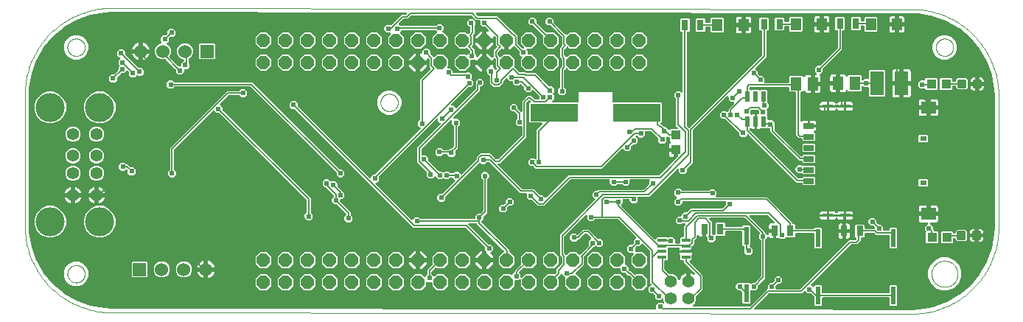
<source format=gtl>
G04 EAGLE Gerber RS-274X export*
G75*
%MOMM*%
%FSLAX34Y34*%
%LPD*%
%INTop Layer*%
%IPPOS*%
%AMOC8*
5,1,8,0,0,1.08239X$1,22.5*%
G01*
%ADD10C,0.100000*%
%ADD11C,0.000000*%
%ADD12R,1.600000X2.700000*%
%ADD13R,1.300000X1.500000*%
%ADD14R,1.150000X0.650000*%
%ADD15R,1.300000X0.450000*%
%ADD16R,1.700000X1.400000*%
%ADD17R,0.800000X0.540000*%
%ADD18R,1.200000X1.400000*%
%ADD19R,1.530000X1.530000*%
%ADD20C,1.530000*%
%ADD21R,0.800000X1.200000*%
%ADD22P,1.649562X8X202.500000*%
%ADD23C,1.408000*%
%ADD24C,1.422400*%
%ADD25C,3.327400*%
%ADD26R,5.511800X2.006600*%
%ADD27R,1.000000X1.100000*%
%ADD28C,0.300000*%
%ADD29R,1.100000X1.000000*%
%ADD30R,0.977900X0.431800*%
%ADD31R,0.558800X1.181100*%
%ADD32R,0.558800X2.108200*%
%ADD33C,0.152400*%
%ADD34C,0.604800*%

G36*
X724295Y3480D02*
X724295Y3480D01*
X724415Y3488D01*
X724452Y3500D01*
X724491Y3505D01*
X724603Y3549D01*
X724717Y3586D01*
X724751Y3607D01*
X724787Y3621D01*
X724885Y3692D01*
X724986Y3756D01*
X725013Y3785D01*
X725045Y3808D01*
X725122Y3900D01*
X725204Y3987D01*
X725223Y4022D01*
X725248Y4052D01*
X725300Y4161D01*
X725358Y4266D01*
X725367Y4304D01*
X725384Y4340D01*
X725407Y4458D01*
X725437Y4574D01*
X725441Y4632D01*
X725445Y4652D01*
X725443Y4673D01*
X725447Y4735D01*
X725447Y8742D01*
X728112Y11407D01*
X731880Y11407D01*
X732519Y10768D01*
X732574Y10725D01*
X732622Y10675D01*
X732699Y10628D01*
X732770Y10573D01*
X732834Y10545D01*
X732894Y10509D01*
X732979Y10482D01*
X733062Y10447D01*
X733131Y10436D01*
X733198Y10415D01*
X733287Y10411D01*
X733376Y10397D01*
X733446Y10403D01*
X733515Y10400D01*
X733603Y10418D01*
X733693Y10427D01*
X733758Y10450D01*
X733827Y10464D01*
X733907Y10504D01*
X733992Y10534D01*
X734050Y10573D01*
X734112Y10604D01*
X734181Y10663D01*
X734255Y10713D01*
X734301Y10765D01*
X734354Y10811D01*
X734406Y10884D01*
X734466Y10951D01*
X734497Y11013D01*
X734537Y11071D01*
X734569Y11155D01*
X734610Y11235D01*
X734625Y11303D01*
X734650Y11368D01*
X734660Y11457D01*
X734680Y11545D01*
X734678Y11615D01*
X734685Y11684D01*
X734673Y11773D01*
X734670Y11863D01*
X734651Y11930D01*
X734641Y11999D01*
X734589Y12151D01*
X733725Y14236D01*
X733725Y14806D01*
X733708Y14944D01*
X733695Y15083D01*
X733688Y15102D01*
X733685Y15122D01*
X733634Y15251D01*
X733587Y15382D01*
X733576Y15399D01*
X733568Y15417D01*
X733487Y15530D01*
X733409Y15645D01*
X733393Y15658D01*
X733382Y15675D01*
X733274Y15764D01*
X733170Y15855D01*
X733152Y15865D01*
X733137Y15878D01*
X733011Y15937D01*
X732887Y16000D01*
X732867Y16004D01*
X732849Y16013D01*
X732712Y16039D01*
X732577Y16070D01*
X732556Y16069D01*
X732537Y16073D01*
X732398Y16064D01*
X732259Y16060D01*
X732239Y16054D01*
X732219Y16053D01*
X732087Y16010D01*
X731953Y15972D01*
X731936Y15961D01*
X731917Y15955D01*
X731799Y15881D01*
X731679Y15810D01*
X731658Y15792D01*
X731648Y15785D01*
X731634Y15770D01*
X731559Y15704D01*
X730356Y14501D01*
X726588Y14501D01*
X723923Y17166D01*
X723923Y19839D01*
X723911Y19937D01*
X723908Y20036D01*
X723891Y20094D01*
X723883Y20155D01*
X723847Y20247D01*
X723819Y20342D01*
X723789Y20394D01*
X723766Y20450D01*
X723708Y20530D01*
X723658Y20616D01*
X723592Y20691D01*
X723580Y20708D01*
X723570Y20715D01*
X723552Y20737D01*
X722539Y21750D01*
X722460Y21810D01*
X722388Y21878D01*
X722335Y21907D01*
X722287Y21944D01*
X722196Y21984D01*
X722110Y22032D01*
X722051Y22047D01*
X721995Y22071D01*
X721897Y22086D01*
X721802Y22111D01*
X721702Y22117D01*
X721681Y22121D01*
X721669Y22119D01*
X721641Y22121D01*
X718968Y22121D01*
X716303Y24786D01*
X716303Y28554D01*
X719312Y31563D01*
X719385Y31657D01*
X719464Y31746D01*
X719482Y31782D01*
X719507Y31814D01*
X719554Y31924D01*
X719608Y32029D01*
X719617Y32069D01*
X719633Y32106D01*
X719652Y32224D01*
X719678Y32340D01*
X719677Y32380D01*
X719683Y32420D01*
X719672Y32539D01*
X719668Y32658D01*
X719657Y32697D01*
X719653Y32737D01*
X719613Y32849D01*
X719580Y32963D01*
X719560Y32998D01*
X719546Y33036D01*
X719479Y33135D01*
X719419Y33237D01*
X719379Y33282D01*
X719367Y33299D01*
X719352Y33313D01*
X719312Y33358D01*
X718565Y34105D01*
X718565Y70155D01*
X718553Y70253D01*
X718550Y70352D01*
X718533Y70410D01*
X718525Y70471D01*
X718489Y70563D01*
X718461Y70658D01*
X718431Y70710D01*
X718408Y70766D01*
X718350Y70846D01*
X718300Y70932D01*
X718234Y71007D01*
X718222Y71024D01*
X718212Y71031D01*
X718194Y71053D01*
X710395Y78851D01*
X710301Y78924D01*
X710212Y79003D01*
X710176Y79021D01*
X710144Y79046D01*
X710034Y79093D01*
X709928Y79147D01*
X709889Y79156D01*
X709852Y79172D01*
X709734Y79191D01*
X709618Y79217D01*
X709578Y79216D01*
X709538Y79222D01*
X709419Y79211D01*
X709300Y79207D01*
X709261Y79196D01*
X709221Y79192D01*
X709109Y79152D01*
X708995Y79119D01*
X708960Y79099D01*
X708922Y79085D01*
X708823Y79018D01*
X708721Y78957D01*
X708676Y78918D01*
X708659Y78906D01*
X708645Y78891D01*
X708600Y78851D01*
X705972Y76223D01*
X703299Y76223D01*
X703201Y76211D01*
X703102Y76208D01*
X703044Y76191D01*
X702983Y76183D01*
X702891Y76147D01*
X702796Y76119D01*
X702744Y76089D01*
X702688Y76066D01*
X702608Y76008D01*
X702522Y75958D01*
X702447Y75892D01*
X702430Y75880D01*
X702423Y75870D01*
X702401Y75852D01*
X701388Y74839D01*
X701328Y74760D01*
X701260Y74688D01*
X701231Y74635D01*
X701194Y74587D01*
X701154Y74496D01*
X701106Y74410D01*
X701091Y74351D01*
X701067Y74295D01*
X701052Y74197D01*
X701027Y74102D01*
X701021Y74002D01*
X701017Y73981D01*
X701019Y73969D01*
X701017Y73941D01*
X701017Y71148D01*
X701010Y71132D01*
X700951Y71007D01*
X700947Y70987D01*
X700939Y70969D01*
X700917Y70831D01*
X700891Y70694D01*
X700892Y70674D01*
X700889Y70654D01*
X700902Y70516D01*
X700911Y70377D01*
X700917Y70358D01*
X700919Y70338D01*
X700966Y70207D01*
X701009Y70075D01*
X701020Y70058D01*
X701027Y70038D01*
X701105Y69923D01*
X701179Y69806D01*
X701194Y69792D01*
X701205Y69775D01*
X701309Y69683D01*
X701411Y69588D01*
X701428Y69578D01*
X701443Y69565D01*
X701567Y69502D01*
X701689Y69434D01*
X701709Y69429D01*
X701727Y69420D01*
X701863Y69390D01*
X701997Y69355D01*
X702025Y69353D01*
X702037Y69350D01*
X702058Y69351D01*
X702158Y69345D01*
X709688Y69345D01*
X715045Y63988D01*
X715045Y56412D01*
X709688Y51055D01*
X702112Y51055D01*
X696755Y56412D01*
X696755Y63988D01*
X699204Y66437D01*
X699289Y66546D01*
X699378Y66653D01*
X699386Y66672D01*
X699399Y66688D01*
X699454Y66816D01*
X699513Y66941D01*
X699517Y66961D01*
X699525Y66980D01*
X699547Y67118D01*
X699573Y67254D01*
X699572Y67274D01*
X699575Y67294D01*
X699562Y67433D01*
X699553Y67571D01*
X699547Y67590D01*
X699545Y67610D01*
X699498Y67741D01*
X699455Y67873D01*
X699445Y67891D01*
X699438Y67910D01*
X699360Y68025D01*
X699285Y68142D01*
X699270Y68156D01*
X699259Y68173D01*
X699155Y68265D01*
X699054Y68360D01*
X699036Y68370D01*
X699021Y68383D01*
X698897Y68447D01*
X698775Y68514D01*
X698756Y68519D01*
X698737Y68528D01*
X698602Y68558D01*
X698467Y68593D01*
X698439Y68595D01*
X698427Y68598D01*
X698407Y68597D01*
X698306Y68603D01*
X694584Y68603D01*
X691919Y71268D01*
X691919Y75036D01*
X694584Y77701D01*
X697257Y77701D01*
X697355Y77713D01*
X697454Y77716D01*
X697512Y77733D01*
X697573Y77741D01*
X697665Y77777D01*
X697760Y77805D01*
X697812Y77835D01*
X697868Y77858D01*
X697948Y77916D01*
X698034Y77966D01*
X698109Y78032D01*
X698126Y78044D01*
X698133Y78054D01*
X698155Y78072D01*
X699168Y79085D01*
X699228Y79164D01*
X699296Y79236D01*
X699325Y79289D01*
X699362Y79337D01*
X699402Y79428D01*
X699450Y79514D01*
X699465Y79573D01*
X699489Y79629D01*
X699504Y79727D01*
X699529Y79822D01*
X699535Y79922D01*
X699539Y79943D01*
X699537Y79955D01*
X699539Y79983D01*
X699539Y82656D01*
X702167Y85284D01*
X702240Y85378D01*
X702319Y85467D01*
X702337Y85503D01*
X702362Y85535D01*
X702409Y85645D01*
X702463Y85750D01*
X702472Y85790D01*
X702488Y85827D01*
X702507Y85945D01*
X702533Y86061D01*
X702532Y86101D01*
X702538Y86141D01*
X702527Y86260D01*
X702523Y86379D01*
X702512Y86418D01*
X702508Y86458D01*
X702468Y86570D01*
X702435Y86684D01*
X702415Y86719D01*
X702401Y86757D01*
X702334Y86856D01*
X702274Y86958D01*
X702234Y87003D01*
X702222Y87020D01*
X702207Y87034D01*
X702167Y87079D01*
X682177Y107070D01*
X682098Y107130D01*
X682026Y107198D01*
X681973Y107227D01*
X681925Y107264D01*
X681834Y107304D01*
X681748Y107352D01*
X681689Y107367D01*
X681633Y107391D01*
X681535Y107406D01*
X681440Y107431D01*
X681340Y107437D01*
X681319Y107441D01*
X681307Y107439D01*
X681279Y107441D01*
X655420Y107441D01*
X655322Y107429D01*
X655223Y107426D01*
X655164Y107409D01*
X655104Y107401D01*
X655012Y107365D01*
X654917Y107337D01*
X654865Y107307D01*
X654809Y107284D01*
X654728Y107226D01*
X654643Y107176D01*
X654568Y107110D01*
X654551Y107098D01*
X654543Y107088D01*
X654522Y107070D01*
X652632Y105179D01*
X648864Y105179D01*
X646199Y107844D01*
X646199Y111073D01*
X646182Y111211D01*
X646169Y111349D01*
X646162Y111369D01*
X646159Y111389D01*
X646108Y111518D01*
X646061Y111649D01*
X646050Y111666D01*
X646042Y111684D01*
X645961Y111796D01*
X645883Y111912D01*
X645867Y111925D01*
X645856Y111942D01*
X645748Y112030D01*
X645644Y112122D01*
X645626Y112132D01*
X645611Y112144D01*
X645485Y112204D01*
X645361Y112267D01*
X645341Y112271D01*
X645323Y112280D01*
X645187Y112306D01*
X645051Y112337D01*
X645030Y112336D01*
X645011Y112340D01*
X644872Y112331D01*
X644733Y112327D01*
X644713Y112321D01*
X644693Y112320D01*
X644561Y112277D01*
X644427Y112239D01*
X644410Y112228D01*
X644391Y112222D01*
X644273Y112148D01*
X644153Y112077D01*
X644132Y112058D01*
X644122Y112052D01*
X644108Y112037D01*
X644033Y111971D01*
X619878Y87817D01*
X619818Y87738D01*
X619750Y87666D01*
X619721Y87613D01*
X619684Y87565D01*
X619644Y87474D01*
X619596Y87388D01*
X619581Y87329D01*
X619557Y87273D01*
X619542Y87175D01*
X619517Y87080D01*
X619511Y86980D01*
X619507Y86959D01*
X619509Y86947D01*
X619507Y86919D01*
X619507Y68529D01*
X619519Y68431D01*
X619522Y68332D01*
X619539Y68273D01*
X619547Y68213D01*
X619583Y68121D01*
X619611Y68026D01*
X619641Y67974D01*
X619664Y67918D01*
X619722Y67838D01*
X619772Y67752D01*
X619838Y67677D01*
X619850Y67660D01*
X619860Y67653D01*
X619878Y67631D01*
X620081Y67428D01*
X620082Y67428D01*
X621141Y66369D01*
X621235Y66296D01*
X621324Y66217D01*
X621361Y66199D01*
X621392Y66174D01*
X621502Y66127D01*
X621608Y66072D01*
X621647Y66064D01*
X621684Y66047D01*
X621802Y66029D01*
X621918Y66003D01*
X621958Y66004D01*
X621998Y65998D01*
X622117Y66009D01*
X622236Y66012D01*
X622275Y66024D01*
X622315Y66027D01*
X622427Y66068D01*
X622541Y66101D01*
X622576Y66121D01*
X622614Y66135D01*
X622713Y66202D01*
X622815Y66262D01*
X622861Y66302D01*
X622877Y66314D01*
X622891Y66329D01*
X622936Y66369D01*
X625912Y69345D01*
X633488Y69345D01*
X636176Y66657D01*
X636270Y66584D01*
X636359Y66505D01*
X636395Y66487D01*
X636427Y66462D01*
X636537Y66414D01*
X636642Y66360D01*
X636682Y66352D01*
X636719Y66335D01*
X636837Y66317D01*
X636953Y66291D01*
X636993Y66292D01*
X637033Y66286D01*
X637152Y66297D01*
X637271Y66300D01*
X637309Y66312D01*
X637350Y66315D01*
X637462Y66356D01*
X637576Y66389D01*
X637611Y66409D01*
X637649Y66423D01*
X637747Y66490D01*
X637850Y66550D01*
X637895Y66590D01*
X637912Y66602D01*
X637926Y66617D01*
X637971Y66657D01*
X638742Y67428D01*
X638743Y67428D01*
X647684Y76370D01*
X647757Y76464D01*
X647836Y76553D01*
X647854Y76589D01*
X647879Y76621D01*
X647926Y76731D01*
X647980Y76837D01*
X647989Y76876D01*
X648005Y76913D01*
X648024Y77031D01*
X648050Y77147D01*
X648049Y77187D01*
X648055Y77227D01*
X648044Y77346D01*
X648040Y77465D01*
X648029Y77504D01*
X648025Y77544D01*
X647985Y77656D01*
X647952Y77770D01*
X647932Y77805D01*
X647918Y77843D01*
X647851Y77942D01*
X647791Y78044D01*
X647751Y78089D01*
X647739Y78106D01*
X647724Y78120D01*
X647723Y78121D01*
X647723Y81894D01*
X650351Y84522D01*
X650424Y84616D01*
X650503Y84705D01*
X650521Y84741D01*
X650546Y84773D01*
X650593Y84883D01*
X650647Y84989D01*
X650656Y85028D01*
X650672Y85065D01*
X650691Y85183D01*
X650717Y85299D01*
X650716Y85339D01*
X650722Y85379D01*
X650711Y85498D01*
X650707Y85617D01*
X650696Y85656D01*
X650692Y85696D01*
X650652Y85808D01*
X650619Y85922D01*
X650599Y85957D01*
X650585Y85995D01*
X650518Y86094D01*
X650457Y86196D01*
X650418Y86241D01*
X650406Y86258D01*
X650391Y86272D01*
X650351Y86317D01*
X646363Y90306D01*
X646284Y90366D01*
X646212Y90434D01*
X646159Y90463D01*
X646111Y90500D01*
X646020Y90540D01*
X645934Y90588D01*
X645875Y90603D01*
X645819Y90627D01*
X645721Y90642D01*
X645626Y90667D01*
X645526Y90673D01*
X645505Y90677D01*
X645493Y90675D01*
X645465Y90677D01*
X643839Y90677D01*
X643741Y90665D01*
X643642Y90662D01*
X643584Y90645D01*
X643523Y90637D01*
X643431Y90601D01*
X643336Y90573D01*
X643284Y90543D01*
X643228Y90520D01*
X643148Y90462D01*
X643062Y90412D01*
X642987Y90346D01*
X642970Y90334D01*
X642963Y90324D01*
X642941Y90306D01*
X636455Y83819D01*
X635608Y83819D01*
X635510Y83807D01*
X635411Y83804D01*
X635352Y83787D01*
X635292Y83779D01*
X635200Y83743D01*
X635105Y83715D01*
X635053Y83685D01*
X634997Y83662D01*
X634917Y83604D01*
X634831Y83554D01*
X634756Y83488D01*
X634739Y83476D01*
X634732Y83466D01*
X634710Y83448D01*
X632820Y81557D01*
X629052Y81557D01*
X626387Y84222D01*
X626387Y87990D01*
X629052Y90655D01*
X632820Y90655D01*
X633924Y89551D01*
X634018Y89478D01*
X634107Y89399D01*
X634143Y89381D01*
X634175Y89356D01*
X634285Y89309D01*
X634391Y89255D01*
X634430Y89246D01*
X634467Y89230D01*
X634585Y89211D01*
X634701Y89185D01*
X634741Y89186D01*
X634781Y89180D01*
X634900Y89191D01*
X635019Y89195D01*
X635058Y89206D01*
X635098Y89210D01*
X635210Y89250D01*
X635324Y89283D01*
X635359Y89303D01*
X635397Y89317D01*
X635496Y89384D01*
X635598Y89445D01*
X635643Y89484D01*
X635660Y89496D01*
X635674Y89511D01*
X635719Y89551D01*
X639707Y93539D01*
X641419Y95251D01*
X647885Y95251D01*
X658205Y84930D01*
X658284Y84870D01*
X658356Y84802D01*
X658409Y84773D01*
X658457Y84736D01*
X658548Y84696D01*
X658634Y84648D01*
X658693Y84633D01*
X658749Y84609D01*
X658847Y84594D01*
X658942Y84569D01*
X659042Y84563D01*
X659063Y84559D01*
X659075Y84561D01*
X659103Y84559D01*
X661776Y84559D01*
X664441Y81894D01*
X664441Y78126D01*
X661776Y75461D01*
X658008Y75461D01*
X656980Y76490D01*
X656885Y76563D01*
X656796Y76641D01*
X656760Y76660D01*
X656728Y76685D01*
X656619Y76732D01*
X656513Y76786D01*
X656474Y76795D01*
X656436Y76811D01*
X656319Y76830D01*
X656203Y76856D01*
X656162Y76854D01*
X656122Y76861D01*
X656004Y76850D01*
X655885Y76846D01*
X655846Y76835D01*
X655806Y76831D01*
X655693Y76791D01*
X655579Y76758D01*
X655545Y76737D01*
X655506Y76723D01*
X655408Y76657D01*
X655305Y76596D01*
X655260Y76556D01*
X655243Y76545D01*
X655230Y76530D01*
X655185Y76490D01*
X654156Y75461D01*
X653769Y75461D01*
X653671Y75449D01*
X653572Y75446D01*
X653514Y75429D01*
X653453Y75421D01*
X653361Y75385D01*
X653266Y75357D01*
X653214Y75327D01*
X653158Y75304D01*
X653078Y75246D01*
X652992Y75196D01*
X652917Y75130D01*
X652900Y75118D01*
X652893Y75108D01*
X652871Y75090D01*
X642738Y64957D01*
X642678Y64878D01*
X642610Y64806D01*
X642581Y64753D01*
X642544Y64705D01*
X642504Y64614D01*
X642456Y64528D01*
X642441Y64469D01*
X642417Y64413D01*
X642402Y64315D01*
X642377Y64220D01*
X642371Y64120D01*
X642367Y64099D01*
X642369Y64087D01*
X642367Y64059D01*
X642367Y55441D01*
X633037Y46111D01*
X632952Y46002D01*
X632864Y45895D01*
X632855Y45876D01*
X632842Y45860D01*
X632787Y45732D01*
X632728Y45607D01*
X632724Y45587D01*
X632716Y45568D01*
X632694Y45430D01*
X632668Y45294D01*
X632669Y45274D01*
X632666Y45254D01*
X632679Y45115D01*
X632688Y44977D01*
X632694Y44958D01*
X632696Y44938D01*
X632743Y44806D01*
X632786Y44675D01*
X632797Y44657D01*
X632804Y44638D01*
X632882Y44523D01*
X632956Y44406D01*
X632971Y44392D01*
X632982Y44375D01*
X633087Y44283D01*
X633188Y44188D01*
X633205Y44178D01*
X633221Y44165D01*
X633317Y44116D01*
X638845Y38588D01*
X638845Y31012D01*
X633488Y25655D01*
X625912Y25655D01*
X620555Y31012D01*
X620555Y38588D01*
X620626Y38658D01*
X620699Y38752D01*
X620778Y38842D01*
X620796Y38878D01*
X620821Y38910D01*
X620868Y39019D01*
X620922Y39125D01*
X620931Y39164D01*
X620947Y39201D01*
X620966Y39319D01*
X620992Y39435D01*
X620991Y39476D01*
X620997Y39516D01*
X620986Y39634D01*
X620982Y39753D01*
X620971Y39792D01*
X620967Y39832D01*
X620927Y39944D01*
X620894Y40059D01*
X620873Y40093D01*
X620860Y40131D01*
X620792Y40230D01*
X620732Y40333D01*
X620692Y40378D01*
X620681Y40395D01*
X620666Y40408D01*
X620626Y40453D01*
X618005Y43074D01*
X618005Y43255D01*
X617988Y43393D01*
X617975Y43531D01*
X617968Y43551D01*
X617965Y43571D01*
X617914Y43700D01*
X617867Y43831D01*
X617856Y43848D01*
X617848Y43866D01*
X617767Y43979D01*
X617689Y44094D01*
X617673Y44107D01*
X617662Y44124D01*
X617554Y44213D01*
X617450Y44304D01*
X617432Y44314D01*
X617417Y44326D01*
X617291Y44386D01*
X617167Y44449D01*
X617147Y44453D01*
X617129Y44462D01*
X616993Y44488D01*
X616857Y44519D01*
X616836Y44518D01*
X616817Y44522D01*
X616678Y44513D01*
X616539Y44509D01*
X616519Y44503D01*
X616499Y44502D01*
X616367Y44459D01*
X616233Y44421D01*
X616216Y44410D01*
X616197Y44404D01*
X616079Y44330D01*
X615959Y44259D01*
X615938Y44240D01*
X615928Y44234D01*
X615914Y44219D01*
X615839Y44153D01*
X612757Y41071D01*
X612684Y40977D01*
X612605Y40888D01*
X612587Y40852D01*
X612562Y40820D01*
X612514Y40710D01*
X612460Y40604D01*
X612452Y40565D01*
X612435Y40528D01*
X612417Y40410D01*
X612391Y40294D01*
X612392Y40254D01*
X612386Y40214D01*
X612397Y40095D01*
X612400Y39976D01*
X612412Y39937D01*
X612415Y39897D01*
X612456Y39785D01*
X612489Y39671D01*
X612509Y39636D01*
X612523Y39598D01*
X612590Y39499D01*
X612650Y39397D01*
X612690Y39351D01*
X612702Y39335D01*
X612717Y39321D01*
X612757Y39276D01*
X613445Y38588D01*
X613445Y31012D01*
X608088Y25655D01*
X600512Y25655D01*
X595155Y31012D01*
X595155Y38588D01*
X600512Y43945D01*
X608478Y43945D01*
X608505Y43939D01*
X608544Y43940D01*
X608583Y43934D01*
X608703Y43945D01*
X608823Y43948D01*
X608861Y43959D01*
X608900Y43963D01*
X609013Y44003D01*
X609128Y44037D01*
X609162Y44057D01*
X609199Y44070D01*
X609299Y44137D01*
X609402Y44198D01*
X609446Y44237D01*
X609463Y44249D01*
X609477Y44264D01*
X609523Y44305D01*
X610752Y45533D01*
X610812Y45612D01*
X610880Y45684D01*
X610909Y45737D01*
X610946Y45785D01*
X610986Y45876D01*
X611034Y45962D01*
X611049Y46021D01*
X611073Y46077D01*
X611088Y46174D01*
X611113Y46270D01*
X611119Y46370D01*
X611123Y46391D01*
X611121Y46403D01*
X611123Y46431D01*
X611123Y49715D01*
X616848Y55439D01*
X616908Y55518D01*
X616976Y55590D01*
X617005Y55643D01*
X617042Y55691D01*
X617082Y55782D01*
X617130Y55868D01*
X617145Y55927D01*
X617169Y55983D01*
X617184Y56080D01*
X617209Y56176D01*
X617215Y56276D01*
X617219Y56297D01*
X617217Y56309D01*
X617219Y56337D01*
X617219Y63297D01*
X617207Y63395D01*
X617204Y63494D01*
X617187Y63553D01*
X617179Y63613D01*
X617143Y63705D01*
X617115Y63800D01*
X617085Y63852D01*
X617062Y63908D01*
X617004Y63988D01*
X616954Y64074D01*
X616888Y64149D01*
X616876Y64166D01*
X616866Y64173D01*
X616848Y64195D01*
X616645Y64398D01*
X616644Y64398D01*
X614933Y66109D01*
X614933Y89339D01*
X654923Y129329D01*
X654996Y129423D01*
X655075Y129512D01*
X655093Y129548D01*
X655118Y129580D01*
X655165Y129690D01*
X655219Y129796D01*
X655228Y129835D01*
X655244Y129872D01*
X655263Y129990D01*
X655289Y130106D01*
X655288Y130146D01*
X655294Y130186D01*
X655283Y130305D01*
X655279Y130424D01*
X655268Y130463D01*
X655264Y130503D01*
X655224Y130615D01*
X655191Y130729D01*
X655171Y130764D01*
X655157Y130802D01*
X655090Y130901D01*
X655029Y131003D01*
X654990Y131048D01*
X654978Y131065D01*
X654963Y131079D01*
X654923Y131124D01*
X652295Y133752D01*
X652295Y137520D01*
X654960Y140185D01*
X657633Y140185D01*
X657731Y140197D01*
X657830Y140200D01*
X657889Y140217D01*
X657949Y140225D01*
X658041Y140261D01*
X658136Y140289D01*
X658188Y140319D01*
X658244Y140342D01*
X658324Y140400D01*
X658410Y140450D01*
X658485Y140516D01*
X658502Y140528D01*
X658510Y140538D01*
X658531Y140557D01*
X658945Y140971D01*
X710235Y140971D01*
X710333Y140983D01*
X710432Y140986D01*
X710491Y141003D01*
X710551Y141011D01*
X710643Y141047D01*
X710738Y141075D01*
X710790Y141105D01*
X710846Y141128D01*
X710926Y141186D01*
X711012Y141236D01*
X711087Y141302D01*
X711104Y141314D01*
X711111Y141324D01*
X711133Y141342D01*
X716694Y146903D01*
X716754Y146982D01*
X716822Y147054D01*
X716851Y147107D01*
X716888Y147155D01*
X716928Y147246D01*
X716976Y147332D01*
X716991Y147391D01*
X717015Y147447D01*
X717030Y147545D01*
X717055Y147640D01*
X717061Y147740D01*
X717065Y147761D01*
X717063Y147773D01*
X717065Y147801D01*
X717065Y150474D01*
X717586Y150995D01*
X717671Y151104D01*
X717760Y151211D01*
X717768Y151230D01*
X717781Y151246D01*
X717836Y151374D01*
X717895Y151499D01*
X717899Y151519D01*
X717907Y151538D01*
X717929Y151676D01*
X717955Y151812D01*
X717954Y151832D01*
X717957Y151852D01*
X717944Y151991D01*
X717935Y152129D01*
X717929Y152148D01*
X717927Y152168D01*
X717880Y152299D01*
X717837Y152431D01*
X717826Y152449D01*
X717819Y152468D01*
X717742Y152582D01*
X717667Y152700D01*
X717652Y152714D01*
X717641Y152731D01*
X717537Y152823D01*
X717435Y152918D01*
X717418Y152928D01*
X717402Y152941D01*
X717279Y153004D01*
X717157Y153072D01*
X717137Y153077D01*
X717119Y153086D01*
X716983Y153116D01*
X716849Y153151D01*
X716821Y153153D01*
X716809Y153156D01*
X716788Y153155D01*
X716688Y153161D01*
X696190Y153161D01*
X696072Y153146D01*
X695953Y153139D01*
X695915Y153126D01*
X695874Y153121D01*
X695764Y153078D01*
X695651Y153041D01*
X695616Y153019D01*
X695579Y153004D01*
X695483Y152935D01*
X695382Y152871D01*
X695354Y152841D01*
X695321Y152818D01*
X695245Y152726D01*
X695164Y152639D01*
X695144Y152604D01*
X695119Y152573D01*
X695068Y152465D01*
X695010Y152361D01*
X695000Y152321D01*
X694983Y152285D01*
X694961Y152168D01*
X694931Y152053D01*
X694927Y151993D01*
X694923Y151973D01*
X694925Y151952D01*
X694921Y151892D01*
X694921Y148230D01*
X692256Y145565D01*
X688488Y145565D01*
X686598Y147456D01*
X686519Y147516D01*
X686447Y147584D01*
X686394Y147613D01*
X686346Y147650D01*
X686255Y147690D01*
X686169Y147738D01*
X686110Y147753D01*
X686054Y147777D01*
X685957Y147792D01*
X685861Y147817D01*
X685761Y147823D01*
X685740Y147827D01*
X685728Y147825D01*
X685700Y147827D01*
X681328Y147827D01*
X681230Y147815D01*
X681131Y147812D01*
X681072Y147795D01*
X681012Y147787D01*
X680920Y147751D01*
X680825Y147723D01*
X680773Y147693D01*
X680717Y147670D01*
X680637Y147612D01*
X680551Y147562D01*
X680476Y147496D01*
X680459Y147484D01*
X680452Y147474D01*
X680430Y147456D01*
X678540Y145565D01*
X674772Y145565D01*
X672107Y148230D01*
X672107Y151892D01*
X672092Y152010D01*
X672085Y152129D01*
X672072Y152167D01*
X672067Y152208D01*
X672024Y152318D01*
X671987Y152431D01*
X671965Y152466D01*
X671950Y152503D01*
X671881Y152599D01*
X671817Y152700D01*
X671787Y152728D01*
X671764Y152761D01*
X671672Y152837D01*
X671585Y152918D01*
X671550Y152938D01*
X671519Y152963D01*
X671411Y153014D01*
X671307Y153072D01*
X671267Y153082D01*
X671231Y153099D01*
X671114Y153121D01*
X670999Y153151D01*
X670939Y153155D01*
X670919Y153159D01*
X670898Y153157D01*
X670838Y153161D01*
X627075Y153161D01*
X626977Y153149D01*
X626878Y153146D01*
X626820Y153129D01*
X626759Y153121D01*
X626667Y153085D01*
X626572Y153057D01*
X626520Y153027D01*
X626464Y153004D01*
X626384Y152946D01*
X626298Y152896D01*
X626223Y152830D01*
X626206Y152818D01*
X626199Y152808D01*
X626177Y152790D01*
X596069Y122681D01*
X589603Y122681D01*
X583093Y129192D01*
X583014Y129252D01*
X582942Y129320D01*
X582889Y129349D01*
X582841Y129386D01*
X582750Y129426D01*
X582664Y129474D01*
X582605Y129489D01*
X582549Y129513D01*
X582451Y129528D01*
X582356Y129553D01*
X582256Y129559D01*
X582235Y129563D01*
X582223Y129561D01*
X582195Y129563D01*
X579522Y129563D01*
X576857Y132228D01*
X576857Y135890D01*
X576842Y136008D01*
X576835Y136127D01*
X576822Y136165D01*
X576817Y136206D01*
X576774Y136316D01*
X576737Y136429D01*
X576715Y136464D01*
X576700Y136501D01*
X576631Y136597D01*
X576567Y136698D01*
X576537Y136726D01*
X576514Y136759D01*
X576422Y136835D01*
X576335Y136916D01*
X576300Y136936D01*
X576269Y136961D01*
X576161Y137012D01*
X576057Y137070D01*
X576017Y137080D01*
X575981Y137097D01*
X575864Y137119D01*
X575749Y137149D01*
X575689Y137153D01*
X575669Y137157D01*
X575648Y137155D01*
X575588Y137159D01*
X569029Y137159D01*
X533587Y172602D01*
X533508Y172662D01*
X533436Y172730D01*
X533383Y172759D01*
X533335Y172796D01*
X533244Y172836D01*
X533158Y172884D01*
X533099Y172899D01*
X533043Y172923D01*
X532945Y172938D01*
X532850Y172963D01*
X532750Y172969D01*
X532729Y172973D01*
X532717Y172971D01*
X532689Y172973D01*
X531214Y172973D01*
X531116Y172961D01*
X531017Y172958D01*
X530958Y172941D01*
X530898Y172933D01*
X530806Y172897D01*
X530711Y172869D01*
X530659Y172839D01*
X530603Y172816D01*
X530523Y172758D01*
X530437Y172708D01*
X530362Y172642D01*
X530345Y172630D01*
X530338Y172620D01*
X530316Y172602D01*
X528426Y170711D01*
X524658Y170711D01*
X523554Y171815D01*
X523460Y171888D01*
X523371Y171967D01*
X523335Y171985D01*
X523303Y172010D01*
X523193Y172057D01*
X523087Y172111D01*
X523048Y172120D01*
X523011Y172136D01*
X522893Y172155D01*
X522777Y172181D01*
X522737Y172180D01*
X522697Y172186D01*
X522578Y172175D01*
X522459Y172171D01*
X522420Y172160D01*
X522380Y172156D01*
X522268Y172116D01*
X522154Y172083D01*
X522119Y172063D01*
X522081Y172049D01*
X521982Y171982D01*
X521880Y171922D01*
X521835Y171882D01*
X521818Y171870D01*
X521804Y171855D01*
X521759Y171815D01*
X483456Y133513D01*
X483396Y133434D01*
X483328Y133362D01*
X483299Y133309D01*
X483262Y133261D01*
X483222Y133170D01*
X483174Y133084D01*
X483159Y133025D01*
X483135Y132969D01*
X483120Y132871D01*
X483095Y132776D01*
X483089Y132676D01*
X483085Y132655D01*
X483087Y132643D01*
X483085Y132615D01*
X483085Y129942D01*
X480420Y127277D01*
X476652Y127277D01*
X473987Y129942D01*
X473987Y133710D01*
X476652Y136375D01*
X479325Y136375D01*
X479423Y136387D01*
X479522Y136390D01*
X479581Y136407D01*
X479641Y136415D01*
X479733Y136451D01*
X479828Y136479D01*
X479880Y136509D01*
X479936Y136532D01*
X480016Y136590D01*
X480102Y136640D01*
X480177Y136706D01*
X480194Y136718D01*
X480201Y136728D01*
X480223Y136746D01*
X494141Y150665D01*
X494214Y150759D01*
X494293Y150848D01*
X494311Y150884D01*
X494336Y150916D01*
X494383Y151026D01*
X494437Y151132D01*
X494446Y151171D01*
X494462Y151208D01*
X494481Y151326D01*
X494507Y151442D01*
X494506Y151482D01*
X494512Y151522D01*
X494501Y151641D01*
X494497Y151760D01*
X494486Y151799D01*
X494482Y151839D01*
X494442Y151951D01*
X494409Y152065D01*
X494389Y152100D01*
X494375Y152138D01*
X494308Y152237D01*
X494248Y152339D01*
X494208Y152384D01*
X494196Y152401D01*
X494181Y152415D01*
X494141Y152460D01*
X491526Y155076D01*
X491447Y155136D01*
X491375Y155204D01*
X491322Y155233D01*
X491274Y155270D01*
X491183Y155310D01*
X491097Y155358D01*
X491038Y155373D01*
X490982Y155397D01*
X490885Y155412D01*
X490789Y155437D01*
X490689Y155443D01*
X490668Y155447D01*
X490656Y155445D01*
X490628Y155447D01*
X489304Y155447D01*
X489206Y155435D01*
X489107Y155432D01*
X489048Y155415D01*
X488988Y155407D01*
X488896Y155371D01*
X488801Y155343D01*
X488749Y155313D01*
X488693Y155290D01*
X488613Y155232D01*
X488527Y155182D01*
X488452Y155116D01*
X488435Y155104D01*
X488428Y155094D01*
X488406Y155076D01*
X486516Y153185D01*
X482748Y153185D01*
X481719Y154214D01*
X481625Y154287D01*
X481536Y154365D01*
X481500Y154384D01*
X481468Y154409D01*
X481359Y154456D01*
X481253Y154510D01*
X481214Y154519D01*
X481176Y154535D01*
X481059Y154554D01*
X480943Y154580D01*
X480902Y154578D01*
X480862Y154585D01*
X480744Y154574D01*
X480625Y154570D01*
X480586Y154559D01*
X480546Y154555D01*
X480434Y154515D01*
X480319Y154482D01*
X480284Y154461D01*
X480246Y154447D01*
X480148Y154380D01*
X480045Y154320D01*
X480000Y154280D01*
X479983Y154269D01*
X479970Y154253D01*
X479924Y154214D01*
X478896Y153185D01*
X475128Y153185D01*
X472195Y156119D01*
X472100Y156192D01*
X472011Y156270D01*
X471975Y156289D01*
X471943Y156314D01*
X471834Y156361D01*
X471728Y156415D01*
X471689Y156424D01*
X471651Y156440D01*
X471534Y156459D01*
X471418Y156485D01*
X471377Y156483D01*
X471337Y156490D01*
X471219Y156479D01*
X471100Y156475D01*
X471061Y156464D01*
X471021Y156460D01*
X470908Y156420D01*
X470794Y156387D01*
X470760Y156366D01*
X470721Y156352D01*
X470623Y156286D01*
X470520Y156225D01*
X470475Y156185D01*
X470458Y156174D01*
X470445Y156159D01*
X470400Y156119D01*
X468228Y153947D01*
X464460Y153947D01*
X461795Y156612D01*
X461795Y160391D01*
X461829Y160435D01*
X461908Y160524D01*
X461926Y160560D01*
X461951Y160592D01*
X461998Y160702D01*
X462052Y160808D01*
X462061Y160847D01*
X462077Y160884D01*
X462096Y161002D01*
X462122Y161118D01*
X462121Y161158D01*
X462127Y161198D01*
X462116Y161317D01*
X462112Y161436D01*
X462101Y161475D01*
X462097Y161515D01*
X462057Y161627D01*
X462024Y161741D01*
X462004Y161776D01*
X461990Y161814D01*
X461923Y161913D01*
X461862Y162015D01*
X461823Y162060D01*
X461811Y162077D01*
X461796Y162091D01*
X461756Y162136D01*
X452815Y171078D01*
X451103Y172789D01*
X451103Y189923D01*
X477377Y216197D01*
X477450Y216291D01*
X477529Y216380D01*
X477547Y216416D01*
X477572Y216448D01*
X477619Y216558D01*
X477673Y216664D01*
X477682Y216703D01*
X477698Y216740D01*
X477717Y216858D01*
X477743Y216974D01*
X477742Y217014D01*
X477748Y217054D01*
X477737Y217173D01*
X477733Y217292D01*
X477722Y217331D01*
X477718Y217371D01*
X477678Y217483D01*
X477645Y217597D01*
X477625Y217632D01*
X477611Y217670D01*
X477544Y217769D01*
X477483Y217871D01*
X477444Y217916D01*
X477432Y217933D01*
X477417Y217947D01*
X477377Y217992D01*
X474749Y220620D01*
X474749Y221563D01*
X474732Y221701D01*
X474719Y221839D01*
X474712Y221859D01*
X474709Y221879D01*
X474658Y222008D01*
X474611Y222139D01*
X474600Y222156D01*
X474592Y222174D01*
X474511Y222287D01*
X474433Y222402D01*
X474417Y222415D01*
X474406Y222432D01*
X474298Y222521D01*
X474194Y222612D01*
X474176Y222622D01*
X474161Y222634D01*
X474035Y222694D01*
X473911Y222757D01*
X473891Y222761D01*
X473873Y222770D01*
X473737Y222796D01*
X473601Y222827D01*
X473580Y222826D01*
X473561Y222830D01*
X473422Y222821D01*
X473283Y222817D01*
X473263Y222811D01*
X473243Y222810D01*
X473111Y222767D01*
X472977Y222729D01*
X472960Y222718D01*
X472941Y222712D01*
X472823Y222638D01*
X472703Y222567D01*
X472682Y222548D01*
X472672Y222542D01*
X472658Y222527D01*
X472583Y222461D01*
X407256Y157135D01*
X407196Y157056D01*
X407128Y156984D01*
X407099Y156931D01*
X407062Y156883D01*
X407022Y156792D01*
X406974Y156706D01*
X406959Y156647D01*
X406935Y156591D01*
X406920Y156493D01*
X406895Y156398D01*
X406889Y156298D01*
X406885Y156277D01*
X406887Y156265D01*
X406885Y156237D01*
X406885Y152040D01*
X404220Y149375D01*
X404039Y149375D01*
X403901Y149358D01*
X403763Y149345D01*
X403743Y149338D01*
X403723Y149335D01*
X403594Y149284D01*
X403463Y149237D01*
X403446Y149226D01*
X403428Y149218D01*
X403315Y149137D01*
X403200Y149059D01*
X403187Y149043D01*
X403170Y149032D01*
X403081Y148924D01*
X402990Y148820D01*
X402980Y148802D01*
X402968Y148787D01*
X402908Y148661D01*
X402845Y148537D01*
X402841Y148517D01*
X402832Y148499D01*
X402806Y148363D01*
X402775Y148227D01*
X402776Y148206D01*
X402772Y148187D01*
X402781Y148048D01*
X402785Y147909D01*
X402791Y147889D01*
X402792Y147869D01*
X402835Y147737D01*
X402873Y147603D01*
X402884Y147586D01*
X402890Y147567D01*
X402964Y147449D01*
X403035Y147329D01*
X403054Y147308D01*
X403060Y147298D01*
X403075Y147284D01*
X403141Y147209D01*
X443654Y106696D01*
X443748Y106623D01*
X443837Y106544D01*
X443873Y106526D01*
X443905Y106501D01*
X444015Y106454D01*
X444121Y106400D01*
X444160Y106391D01*
X444197Y106375D01*
X444315Y106356D01*
X444431Y106330D01*
X444471Y106331D01*
X444511Y106325D01*
X444630Y106336D01*
X444749Y106340D01*
X444788Y106351D01*
X444828Y106355D01*
X444940Y106395D01*
X445054Y106428D01*
X445089Y106448D01*
X445127Y106462D01*
X445226Y106529D01*
X445328Y106589D01*
X445373Y106629D01*
X445390Y106641D01*
X445404Y106656D01*
X445449Y106696D01*
X448458Y109705D01*
X452226Y109705D01*
X454116Y107814D01*
X454195Y107754D01*
X454267Y107686D01*
X454320Y107657D01*
X454368Y107620D01*
X454459Y107580D01*
X454545Y107532D01*
X454604Y107517D01*
X454660Y107493D01*
X454757Y107478D01*
X454853Y107453D01*
X454953Y107447D01*
X454974Y107443D01*
X454986Y107445D01*
X455014Y107443D01*
X516152Y107443D01*
X516270Y107458D01*
X516389Y107465D01*
X516427Y107478D01*
X516468Y107483D01*
X516578Y107526D01*
X516691Y107563D01*
X516726Y107585D01*
X516763Y107600D01*
X516859Y107669D01*
X516960Y107733D01*
X516988Y107763D01*
X517021Y107786D01*
X517097Y107878D01*
X517178Y107965D01*
X517198Y108000D01*
X517223Y108031D01*
X517274Y108139D01*
X517332Y108243D01*
X517342Y108283D01*
X517359Y108319D01*
X517381Y108436D01*
X517411Y108551D01*
X517415Y108611D01*
X517419Y108631D01*
X517417Y108652D01*
X517421Y108712D01*
X517421Y110850D01*
X520086Y113515D01*
X522759Y113515D01*
X522857Y113527D01*
X522956Y113530D01*
X523015Y113547D01*
X523075Y113555D01*
X523167Y113591D01*
X523262Y113619D01*
X523314Y113649D01*
X523370Y113672D01*
X523450Y113730D01*
X523536Y113780D01*
X523611Y113846D01*
X523628Y113858D01*
X523635Y113868D01*
X523657Y113886D01*
X526170Y116399D01*
X526230Y116478D01*
X526298Y116550D01*
X526327Y116603D01*
X526364Y116651D01*
X526404Y116742D01*
X526452Y116828D01*
X526467Y116887D01*
X526491Y116943D01*
X526506Y117041D01*
X526531Y117136D01*
X526537Y117236D01*
X526541Y117257D01*
X526539Y117269D01*
X526541Y117297D01*
X526541Y152300D01*
X526529Y152398D01*
X526526Y152497D01*
X526509Y152556D01*
X526501Y152616D01*
X526465Y152708D01*
X526437Y152803D01*
X526407Y152855D01*
X526384Y152911D01*
X526326Y152991D01*
X526276Y153077D01*
X526210Y153152D01*
X526198Y153169D01*
X526188Y153176D01*
X526170Y153198D01*
X524279Y155088D01*
X524279Y158856D01*
X526944Y161521D01*
X530712Y161521D01*
X533377Y158856D01*
X533377Y155088D01*
X531486Y153198D01*
X531426Y153119D01*
X531358Y153047D01*
X531329Y152994D01*
X531292Y152946D01*
X531252Y152855D01*
X531204Y152769D01*
X531189Y152710D01*
X531165Y152654D01*
X531150Y152557D01*
X531125Y152461D01*
X531119Y152361D01*
X531115Y152340D01*
X531117Y152328D01*
X531115Y152300D01*
X531115Y114877D01*
X526890Y110653D01*
X526830Y110574D01*
X526762Y110502D01*
X526733Y110449D01*
X526696Y110401D01*
X526656Y110310D01*
X526608Y110224D01*
X526593Y110165D01*
X526569Y110109D01*
X526554Y110011D01*
X526529Y109916D01*
X526523Y109816D01*
X526519Y109795D01*
X526521Y109783D01*
X526519Y109755D01*
X526519Y107082D01*
X524653Y105216D01*
X524580Y105122D01*
X524501Y105033D01*
X524483Y104997D01*
X524458Y104965D01*
X524411Y104855D01*
X524357Y104749D01*
X524348Y104710D01*
X524332Y104673D01*
X524313Y104555D01*
X524287Y104439D01*
X524288Y104399D01*
X524282Y104359D01*
X524293Y104240D01*
X524297Y104121D01*
X524308Y104082D01*
X524312Y104042D01*
X524352Y103930D01*
X524385Y103816D01*
X524405Y103781D01*
X524419Y103743D01*
X524486Y103644D01*
X524546Y103542D01*
X524586Y103497D01*
X524598Y103480D01*
X524613Y103466D01*
X524653Y103421D01*
X554549Y73524D01*
X554550Y73524D01*
X556261Y71813D01*
X556261Y70614D01*
X556276Y70496D01*
X556283Y70377D01*
X556296Y70339D01*
X556301Y70298D01*
X556344Y70188D01*
X556381Y70075D01*
X556403Y70040D01*
X556418Y70003D01*
X556487Y69907D01*
X556551Y69806D01*
X556581Y69778D01*
X556604Y69745D01*
X556696Y69669D01*
X556783Y69588D01*
X556818Y69568D01*
X556849Y69543D01*
X556957Y69492D01*
X557061Y69434D01*
X557101Y69424D01*
X557137Y69407D01*
X557246Y69386D01*
X562645Y63988D01*
X562645Y56412D01*
X557288Y51055D01*
X549712Y51055D01*
X544355Y56412D01*
X544355Y63988D01*
X550014Y69646D01*
X550036Y69661D01*
X550049Y69677D01*
X550066Y69688D01*
X550155Y69796D01*
X550246Y69900D01*
X550256Y69918D01*
X550268Y69933D01*
X550328Y70059D01*
X550391Y70183D01*
X550395Y70203D01*
X550404Y70221D01*
X550430Y70357D01*
X550461Y70493D01*
X550460Y70514D01*
X550464Y70533D01*
X550455Y70672D01*
X550451Y70811D01*
X550445Y70831D01*
X550444Y70851D01*
X550401Y70983D01*
X550363Y71117D01*
X550352Y71134D01*
X550346Y71153D01*
X550272Y71271D01*
X550201Y71391D01*
X550182Y71412D01*
X550176Y71422D01*
X550161Y71436D01*
X550095Y71511D01*
X521395Y100212D01*
X521394Y100212D01*
X519613Y101993D01*
X519600Y102026D01*
X519563Y102139D01*
X519541Y102174D01*
X519526Y102211D01*
X519457Y102307D01*
X519393Y102408D01*
X519363Y102436D01*
X519340Y102469D01*
X519248Y102545D01*
X519161Y102626D01*
X519126Y102646D01*
X519095Y102671D01*
X518987Y102722D01*
X518883Y102780D01*
X518843Y102790D01*
X518807Y102807D01*
X518690Y102829D01*
X518575Y102859D01*
X518515Y102863D01*
X518495Y102867D01*
X518474Y102865D01*
X518414Y102869D01*
X510743Y102869D01*
X510605Y102852D01*
X510466Y102839D01*
X510447Y102832D01*
X510427Y102829D01*
X510298Y102778D01*
X510167Y102731D01*
X510150Y102720D01*
X510132Y102712D01*
X510019Y102631D01*
X509904Y102553D01*
X509891Y102537D01*
X509874Y102526D01*
X509786Y102418D01*
X509694Y102314D01*
X509684Y102296D01*
X509672Y102281D01*
X509612Y102155D01*
X509549Y102031D01*
X509545Y102011D01*
X509536Y101993D01*
X509510Y101857D01*
X509479Y101721D01*
X509480Y101700D01*
X509476Y101681D01*
X509485Y101541D01*
X509489Y101403D01*
X509495Y101383D01*
X509496Y101363D01*
X509539Y101231D01*
X509577Y101097D01*
X509588Y101080D01*
X509594Y101061D01*
X509669Y100943D01*
X509739Y100823D01*
X509758Y100802D01*
X509764Y100792D01*
X509779Y100778D01*
X509845Y100702D01*
X510150Y100398D01*
X510150Y100397D01*
X531713Y78834D01*
X531792Y78774D01*
X531864Y78706D01*
X531917Y78677D01*
X531965Y78640D01*
X532056Y78600D01*
X532142Y78552D01*
X532201Y78537D01*
X532257Y78513D01*
X532355Y78498D01*
X532450Y78473D01*
X532550Y78467D01*
X532571Y78463D01*
X532583Y78465D01*
X532611Y78463D01*
X535284Y78463D01*
X537949Y75798D01*
X537949Y72030D01*
X535192Y69273D01*
X535119Y69179D01*
X535040Y69089D01*
X535022Y69053D01*
X534997Y69021D01*
X534949Y68912D01*
X534895Y68806D01*
X534886Y68767D01*
X534870Y68730D01*
X534852Y68612D01*
X534826Y68496D01*
X534827Y68456D01*
X534821Y68416D01*
X534832Y68297D01*
X534835Y68178D01*
X534847Y68139D01*
X534850Y68099D01*
X534891Y67987D01*
X534924Y67873D01*
X534944Y67838D01*
X534958Y67800D01*
X535025Y67701D01*
X535085Y67599D01*
X535125Y67553D01*
X535137Y67537D01*
X535152Y67523D01*
X535192Y67478D01*
X538261Y64409D01*
X538261Y62739D01*
X530639Y62739D01*
X530639Y69716D01*
X530627Y69814D01*
X530624Y69913D01*
X530607Y69972D01*
X530599Y70032D01*
X530563Y70124D01*
X530535Y70219D01*
X530505Y70271D01*
X530482Y70327D01*
X530424Y70407D01*
X530374Y70493D01*
X530307Y70568D01*
X530295Y70585D01*
X530286Y70593D01*
X530267Y70614D01*
X528851Y72030D01*
X528851Y74703D01*
X528839Y74801D01*
X528836Y74900D01*
X528819Y74958D01*
X528811Y75019D01*
X528775Y75111D01*
X528747Y75206D01*
X528717Y75258D01*
X528694Y75314D01*
X528636Y75394D01*
X528586Y75480D01*
X528520Y75555D01*
X528508Y75572D01*
X528498Y75579D01*
X528480Y75601D01*
X506917Y97164D01*
X506838Y97224D01*
X506766Y97292D01*
X506713Y97321D01*
X506665Y97358D01*
X506574Y97398D01*
X506488Y97446D01*
X506429Y97461D01*
X506373Y97485D01*
X506275Y97500D01*
X506180Y97525D01*
X506080Y97531D01*
X506059Y97535D01*
X506047Y97533D01*
X506019Y97535D01*
X446347Y97535D01*
X310297Y233586D01*
X310218Y233646D01*
X310146Y233714D01*
X310093Y233743D01*
X310045Y233780D01*
X309954Y233820D01*
X309868Y233868D01*
X309809Y233883D01*
X309753Y233907D01*
X309655Y233922D01*
X309560Y233947D01*
X309460Y233953D01*
X309439Y233957D01*
X309427Y233955D01*
X309399Y233957D01*
X306726Y233957D01*
X304061Y236622D01*
X304061Y240390D01*
X306726Y243055D01*
X310494Y243055D01*
X313159Y240390D01*
X313159Y237717D01*
X313171Y237619D01*
X313174Y237520D01*
X313191Y237462D01*
X313199Y237401D01*
X313235Y237309D01*
X313263Y237214D01*
X313293Y237162D01*
X313316Y237106D01*
X313374Y237026D01*
X313424Y236940D01*
X313490Y236865D01*
X313502Y236848D01*
X313512Y236841D01*
X313530Y236819D01*
X395621Y154729D01*
X395730Y154644D01*
X395837Y154556D01*
X395856Y154547D01*
X395872Y154534D01*
X396000Y154479D01*
X396125Y154420D01*
X396145Y154416D01*
X396164Y154408D01*
X396302Y154386D01*
X396438Y154360D01*
X396458Y154361D01*
X396478Y154358D01*
X396617Y154371D01*
X396755Y154380D01*
X396774Y154386D01*
X396794Y154388D01*
X396926Y154435D01*
X397057Y154478D01*
X397075Y154489D01*
X397094Y154496D01*
X397209Y154574D01*
X397326Y154648D01*
X397340Y154663D01*
X397357Y154674D01*
X397449Y154778D01*
X397544Y154880D01*
X397554Y154898D01*
X397567Y154913D01*
X397631Y155037D01*
X397698Y155158D01*
X397703Y155178D01*
X397712Y155196D01*
X397742Y155332D01*
X397777Y155466D01*
X397779Y155494D01*
X397782Y155506D01*
X397781Y155527D01*
X397787Y155627D01*
X397787Y155808D01*
X400452Y158473D01*
X401601Y158473D01*
X401699Y158485D01*
X401798Y158488D01*
X401857Y158505D01*
X401917Y158513D01*
X402009Y158549D01*
X402104Y158577D01*
X402156Y158607D01*
X402212Y158630D01*
X402292Y158688D01*
X402378Y158738D01*
X402453Y158804D01*
X402470Y158816D01*
X402477Y158826D01*
X402499Y158844D01*
X454517Y210863D01*
X454590Y210957D01*
X454669Y211046D01*
X454687Y211082D01*
X454712Y211114D01*
X454759Y211224D01*
X454813Y211330D01*
X454822Y211369D01*
X454838Y211406D01*
X454857Y211524D01*
X454883Y211640D01*
X454882Y211680D01*
X454888Y211720D01*
X454877Y211839D01*
X454873Y211958D01*
X454862Y211997D01*
X454858Y212037D01*
X454818Y212149D01*
X454785Y212263D01*
X454765Y212298D01*
X454751Y212336D01*
X454684Y212435D01*
X454624Y212537D01*
X454584Y212582D01*
X454572Y212599D01*
X454557Y212613D01*
X454517Y212658D01*
X451889Y215286D01*
X451889Y219054D01*
X453780Y220944D01*
X453840Y221023D01*
X453908Y221095D01*
X453937Y221148D01*
X453974Y221196D01*
X454014Y221287D01*
X454062Y221373D01*
X454077Y221432D01*
X454101Y221487D01*
X454116Y221585D01*
X454141Y221681D01*
X454147Y221781D01*
X454151Y221802D01*
X454149Y221814D01*
X454151Y221842D01*
X454151Y267647D01*
X466023Y279518D01*
X466096Y279613D01*
X466174Y279702D01*
X466193Y279738D01*
X466218Y279770D01*
X466265Y279879D01*
X466319Y279985D01*
X466328Y280024D01*
X466344Y280062D01*
X466363Y280179D01*
X466389Y280295D01*
X466387Y280336D01*
X466394Y280376D01*
X466383Y280494D01*
X466379Y280613D01*
X466368Y280652D01*
X466364Y280692D01*
X466324Y280805D01*
X466291Y280919D01*
X466270Y280953D01*
X466256Y280992D01*
X466189Y281090D01*
X466129Y281193D01*
X466089Y281238D01*
X466078Y281255D01*
X466062Y281268D01*
X466023Y281313D01*
X464819Y282517D01*
X464819Y291135D01*
X464807Y291233D01*
X464804Y291332D01*
X464787Y291391D01*
X464779Y291451D01*
X464743Y291543D01*
X464715Y291638D01*
X464685Y291690D01*
X464662Y291746D01*
X464604Y291826D01*
X464554Y291912D01*
X464488Y291987D01*
X464476Y292004D01*
X464466Y292011D01*
X464448Y292033D01*
X464227Y292253D01*
X464118Y292338D01*
X464011Y292426D01*
X463992Y292435D01*
X463976Y292448D01*
X463848Y292503D01*
X463723Y292562D01*
X463703Y292566D01*
X463684Y292574D01*
X463546Y292596D01*
X463410Y292622D01*
X463390Y292621D01*
X463370Y292624D01*
X463231Y292611D01*
X463093Y292602D01*
X463074Y292596D01*
X463054Y292594D01*
X462922Y292547D01*
X462791Y292504D01*
X462773Y292493D01*
X462754Y292486D01*
X462639Y292408D01*
X462522Y292334D01*
X462508Y292319D01*
X462491Y292308D01*
X462399Y292204D01*
X462304Y292102D01*
X462294Y292084D01*
X462281Y292069D01*
X462217Y291945D01*
X462150Y291824D01*
X462145Y291804D01*
X462136Y291786D01*
X462106Y291650D01*
X462071Y291516D01*
X462069Y291488D01*
X462066Y291476D01*
X462067Y291455D01*
X462061Y291355D01*
X462061Y289839D01*
X454439Y289839D01*
X454439Y297461D01*
X455192Y297461D01*
X455310Y297476D01*
X455429Y297483D01*
X455467Y297496D01*
X455508Y297501D01*
X455618Y297544D01*
X455731Y297581D01*
X455766Y297603D01*
X455803Y297618D01*
X455899Y297687D01*
X456000Y297751D01*
X456028Y297781D01*
X456061Y297804D01*
X456137Y297896D01*
X456218Y297983D01*
X456238Y298018D01*
X456263Y298049D01*
X456314Y298157D01*
X456372Y298261D01*
X456382Y298301D01*
X456399Y298337D01*
X456421Y298454D01*
X456451Y298569D01*
X456455Y298629D01*
X456459Y298649D01*
X456457Y298670D01*
X456461Y298730D01*
X456461Y300588D01*
X459126Y303253D01*
X462894Y303253D01*
X465559Y300588D01*
X465559Y297915D01*
X465571Y297817D01*
X465574Y297718D01*
X465591Y297659D01*
X465599Y297599D01*
X465635Y297507D01*
X465663Y297412D01*
X465693Y297360D01*
X465716Y297304D01*
X465774Y297224D01*
X465824Y297138D01*
X465890Y297063D01*
X465902Y297046D01*
X465912Y297039D01*
X465930Y297017D01*
X467681Y295266D01*
X467682Y295266D01*
X469110Y293838D01*
X469204Y293765D01*
X469293Y293686D01*
X469330Y293668D01*
X469361Y293643D01*
X469471Y293596D01*
X469577Y293541D01*
X469616Y293533D01*
X469653Y293516D01*
X469771Y293498D01*
X469887Y293472D01*
X469927Y293473D01*
X469967Y293467D01*
X470086Y293478D01*
X470205Y293481D01*
X470244Y293493D01*
X470284Y293496D01*
X470396Y293537D01*
X470510Y293570D01*
X470545Y293590D01*
X470583Y293604D01*
X470682Y293671D01*
X470784Y293731D01*
X470830Y293771D01*
X470846Y293783D01*
X470860Y293798D01*
X470905Y293838D01*
X473512Y296445D01*
X481088Y296445D01*
X486445Y291088D01*
X486445Y283512D01*
X485492Y282559D01*
X485407Y282450D01*
X485318Y282343D01*
X485309Y282324D01*
X485297Y282308D01*
X485242Y282181D01*
X485183Y282055D01*
X485179Y282035D01*
X485171Y282016D01*
X485149Y281878D01*
X485123Y281742D01*
X485124Y281722D01*
X485121Y281702D01*
X485134Y281563D01*
X485143Y281425D01*
X485149Y281406D01*
X485151Y281386D01*
X485198Y281254D01*
X485241Y281123D01*
X485251Y281105D01*
X485258Y281086D01*
X485336Y280971D01*
X485411Y280854D01*
X485426Y280840D01*
X485437Y280823D01*
X485541Y280731D01*
X485642Y280636D01*
X485660Y280626D01*
X485675Y280613D01*
X485799Y280549D01*
X485921Y280482D01*
X485940Y280477D01*
X485959Y280468D01*
X486094Y280438D01*
X486229Y280403D01*
X486257Y280401D01*
X486269Y280398D01*
X486289Y280399D01*
X486390Y280393D01*
X488802Y280393D01*
X491467Y277728D01*
X491467Y276352D01*
X491482Y276234D01*
X491489Y276115D01*
X491502Y276077D01*
X491507Y276036D01*
X491550Y275926D01*
X491587Y275813D01*
X491609Y275778D01*
X491624Y275741D01*
X491693Y275645D01*
X491757Y275544D01*
X491787Y275516D01*
X491810Y275483D01*
X491902Y275407D01*
X491989Y275326D01*
X492024Y275306D01*
X492055Y275281D01*
X492163Y275230D01*
X492267Y275172D01*
X492307Y275162D01*
X492343Y275145D01*
X492460Y275123D01*
X492575Y275093D01*
X492635Y275089D01*
X492655Y275085D01*
X492676Y275087D01*
X492736Y275083D01*
X505868Y275083D01*
X505966Y275095D01*
X506065Y275098D01*
X506124Y275115D01*
X506184Y275123D01*
X506276Y275159D01*
X506371Y275187D01*
X506423Y275217D01*
X506479Y275240D01*
X506559Y275298D01*
X506645Y275348D01*
X506720Y275414D01*
X506737Y275426D01*
X506744Y275436D01*
X506766Y275454D01*
X507137Y275826D01*
X507218Y275821D01*
X510900Y275821D01*
X513565Y273156D01*
X513565Y269388D01*
X513298Y269121D01*
X513225Y269027D01*
X513147Y268938D01*
X513128Y268902D01*
X513103Y268870D01*
X513056Y268761D01*
X513002Y268655D01*
X512993Y268616D01*
X512977Y268578D01*
X512958Y268461D01*
X512932Y268345D01*
X512934Y268304D01*
X512927Y268264D01*
X512938Y268146D01*
X512942Y268027D01*
X512953Y267988D01*
X512957Y267948D01*
X512997Y267836D01*
X513030Y267721D01*
X513051Y267686D01*
X513065Y267648D01*
X513132Y267550D01*
X513192Y267447D01*
X513232Y267402D01*
X513243Y267385D01*
X513259Y267372D01*
X513298Y267326D01*
X515089Y265536D01*
X515089Y261768D01*
X512424Y259103D01*
X509751Y259103D01*
X509653Y259091D01*
X509554Y259088D01*
X509495Y259071D01*
X509435Y259063D01*
X509343Y259027D01*
X509248Y258999D01*
X509196Y258969D01*
X509140Y258946D01*
X509060Y258888D01*
X508974Y258838D01*
X508899Y258772D01*
X508882Y258760D01*
X508875Y258750D01*
X508853Y258732D01*
X490009Y239887D01*
X489924Y239778D01*
X489836Y239671D01*
X489827Y239652D01*
X489814Y239636D01*
X489759Y239508D01*
X489700Y239383D01*
X489696Y239363D01*
X489688Y239344D01*
X489666Y239206D01*
X489640Y239070D01*
X489641Y239050D01*
X489638Y239030D01*
X489651Y238891D01*
X489660Y238753D01*
X489666Y238734D01*
X489668Y238714D01*
X489715Y238582D01*
X489758Y238451D01*
X489769Y238433D01*
X489776Y238414D01*
X489854Y238299D01*
X489928Y238182D01*
X489943Y238168D01*
X489954Y238151D01*
X490058Y238059D01*
X490160Y237964D01*
X490178Y237954D01*
X490193Y237941D01*
X490317Y237877D01*
X490438Y237810D01*
X490458Y237805D01*
X490476Y237796D01*
X490612Y237766D01*
X490746Y237731D01*
X490774Y237729D01*
X490786Y237726D01*
X490807Y237727D01*
X490907Y237721D01*
X491850Y237721D01*
X494478Y235093D01*
X494572Y235020D01*
X494661Y234941D01*
X494697Y234923D01*
X494729Y234898D01*
X494839Y234851D01*
X494944Y234797D01*
X494984Y234788D01*
X495021Y234772D01*
X495139Y234753D01*
X495255Y234727D01*
X495295Y234728D01*
X495335Y234722D01*
X495454Y234733D01*
X495573Y234737D01*
X495612Y234748D01*
X495652Y234752D01*
X495764Y234792D01*
X495878Y234825D01*
X495913Y234845D01*
X495951Y234859D01*
X496050Y234926D01*
X496152Y234986D01*
X496197Y235026D01*
X496214Y235038D01*
X496228Y235053D01*
X496273Y235093D01*
X517788Y256607D01*
X517848Y256686D01*
X517916Y256758D01*
X517945Y256811D01*
X517982Y256859D01*
X518022Y256950D01*
X518070Y257036D01*
X518085Y257095D01*
X518109Y257151D01*
X518124Y257249D01*
X518149Y257344D01*
X518155Y257444D01*
X518159Y257465D01*
X518157Y257477D01*
X518159Y257505D01*
X518159Y263411D01*
X518173Y263464D01*
X518179Y263564D01*
X518183Y263585D01*
X518181Y263597D01*
X518183Y263625D01*
X518183Y266298D01*
X520848Y268963D01*
X524616Y268963D01*
X527281Y266298D01*
X527281Y262530D01*
X524616Y259865D01*
X524002Y259865D01*
X523884Y259850D01*
X523765Y259843D01*
X523727Y259830D01*
X523686Y259825D01*
X523576Y259782D01*
X523463Y259745D01*
X523428Y259723D01*
X523391Y259708D01*
X523295Y259639D01*
X523194Y259575D01*
X523166Y259545D01*
X523133Y259522D01*
X523057Y259430D01*
X522976Y259343D01*
X522956Y259308D01*
X522931Y259277D01*
X522880Y259169D01*
X522822Y259065D01*
X522812Y259025D01*
X522795Y258989D01*
X522773Y258872D01*
X522743Y258757D01*
X522739Y258697D01*
X522735Y258677D01*
X522737Y258656D01*
X522733Y258596D01*
X522733Y255085D01*
X521021Y253374D01*
X492295Y224647D01*
X492210Y224538D01*
X492122Y224431D01*
X492113Y224412D01*
X492100Y224396D01*
X492045Y224268D01*
X491986Y224143D01*
X491982Y224123D01*
X491974Y224104D01*
X491952Y223966D01*
X491926Y223830D01*
X491927Y223810D01*
X491924Y223790D01*
X491937Y223651D01*
X491946Y223513D01*
X491952Y223494D01*
X491954Y223474D01*
X492001Y223342D01*
X492044Y223211D01*
X492055Y223193D01*
X492062Y223174D01*
X492140Y223059D01*
X492214Y222942D01*
X492229Y222928D01*
X492240Y222911D01*
X492344Y222819D01*
X492446Y222724D01*
X492464Y222714D01*
X492479Y222701D01*
X492603Y222637D01*
X492724Y222570D01*
X492744Y222565D01*
X492762Y222556D01*
X492898Y222526D01*
X493032Y222491D01*
X493060Y222489D01*
X493072Y222486D01*
X493093Y222487D01*
X493193Y222481D01*
X497184Y222481D01*
X499849Y219816D01*
X499849Y216048D01*
X497958Y214158D01*
X497898Y214079D01*
X497830Y214007D01*
X497801Y213954D01*
X497764Y213906D01*
X497724Y213815D01*
X497676Y213729D01*
X497661Y213670D01*
X497637Y213614D01*
X497622Y213517D01*
X497597Y213421D01*
X497591Y213321D01*
X497587Y213300D01*
X497589Y213288D01*
X497587Y213260D01*
X497587Y188791D01*
X494886Y186091D01*
X494826Y186012D01*
X494758Y185940D01*
X494729Y185887D01*
X494692Y185839D01*
X494652Y185748D01*
X494604Y185662D01*
X494589Y185603D01*
X494565Y185547D01*
X494550Y185449D01*
X494525Y185354D01*
X494519Y185254D01*
X494515Y185233D01*
X494517Y185221D01*
X494515Y185193D01*
X494515Y181758D01*
X491850Y179093D01*
X488082Y179093D01*
X485430Y181746D01*
X485351Y181806D01*
X485279Y181874D01*
X485226Y181903D01*
X485178Y181940D01*
X485087Y181980D01*
X485001Y182028D01*
X484942Y182043D01*
X484886Y182067D01*
X484789Y182082D01*
X484693Y182107D01*
X484593Y182113D01*
X484572Y182117D01*
X484560Y182115D01*
X484532Y182117D01*
X480922Y182117D01*
X480824Y182105D01*
X480725Y182102D01*
X480666Y182085D01*
X480606Y182077D01*
X480514Y182041D01*
X480419Y182013D01*
X480367Y181983D01*
X480311Y181960D01*
X480231Y181902D01*
X480145Y181852D01*
X480070Y181786D01*
X480053Y181774D01*
X480046Y181764D01*
X480024Y181746D01*
X478134Y179855D01*
X474366Y179855D01*
X471701Y182520D01*
X471701Y186288D01*
X474366Y188953D01*
X478134Y188953D01*
X480024Y187062D01*
X480103Y187002D01*
X480175Y186934D01*
X480228Y186905D01*
X480276Y186868D01*
X480367Y186828D01*
X480453Y186780D01*
X480512Y186765D01*
X480568Y186741D01*
X480665Y186726D01*
X480761Y186701D01*
X480861Y186695D01*
X480882Y186691D01*
X480894Y186693D01*
X480922Y186691D01*
X486056Y186691D01*
X486154Y186703D01*
X486253Y186706D01*
X486312Y186723D01*
X486372Y186731D01*
X486464Y186767D01*
X486559Y186795D01*
X486611Y186825D01*
X486667Y186848D01*
X486747Y186906D01*
X486833Y186956D01*
X486908Y187022D01*
X486925Y187034D01*
X486932Y187044D01*
X486954Y187062D01*
X488082Y188191D01*
X489993Y188191D01*
X490091Y188203D01*
X490190Y188206D01*
X490248Y188223D01*
X490309Y188231D01*
X490401Y188267D01*
X490496Y188295D01*
X490548Y188325D01*
X490604Y188348D01*
X490684Y188406D01*
X490770Y188456D01*
X490845Y188522D01*
X490862Y188534D01*
X490869Y188544D01*
X490891Y188562D01*
X492642Y190313D01*
X492702Y190392D01*
X492770Y190464D01*
X492799Y190517D01*
X492836Y190565D01*
X492876Y190656D01*
X492924Y190742D01*
X492939Y190801D01*
X492963Y190857D01*
X492978Y190955D01*
X493003Y191050D01*
X493009Y191150D01*
X493013Y191171D01*
X493011Y191183D01*
X493013Y191211D01*
X493013Y213260D01*
X493001Y213358D01*
X492998Y213457D01*
X492981Y213516D01*
X492973Y213576D01*
X492937Y213668D01*
X492909Y213763D01*
X492879Y213815D01*
X492856Y213871D01*
X492798Y213951D01*
X492748Y214037D01*
X492682Y214112D01*
X492670Y214129D01*
X492660Y214136D01*
X492642Y214158D01*
X490751Y216048D01*
X490751Y220039D01*
X490734Y220177D01*
X490734Y220178D01*
X490729Y220255D01*
X490725Y220266D01*
X490721Y220315D01*
X490714Y220335D01*
X490711Y220355D01*
X490660Y220484D01*
X490613Y220615D01*
X490602Y220632D01*
X490594Y220650D01*
X490513Y220762D01*
X490435Y220878D01*
X490419Y220891D01*
X490408Y220908D01*
X490300Y220996D01*
X490196Y221088D01*
X490178Y221098D01*
X490163Y221110D01*
X490037Y221170D01*
X489913Y221233D01*
X489893Y221237D01*
X489875Y221246D01*
X489739Y221272D01*
X489603Y221303D01*
X489582Y221302D01*
X489563Y221306D01*
X489424Y221297D01*
X489285Y221293D01*
X489265Y221287D01*
X489245Y221286D01*
X489113Y221243D01*
X488979Y221205D01*
X488962Y221194D01*
X488943Y221188D01*
X488856Y221133D01*
X488850Y221131D01*
X488835Y221120D01*
X488825Y221114D01*
X488705Y221043D01*
X488684Y221024D01*
X488674Y221018D01*
X488660Y221003D01*
X488593Y220944D01*
X488585Y220937D01*
X456048Y188401D01*
X455988Y188322D01*
X455920Y188250D01*
X455891Y188197D01*
X455854Y188149D01*
X455814Y188058D01*
X455766Y187972D01*
X455751Y187913D01*
X455727Y187857D01*
X455712Y187759D01*
X455687Y187664D01*
X455681Y187564D01*
X455677Y187543D01*
X455679Y187531D01*
X455677Y187503D01*
X455677Y181840D01*
X455692Y181722D01*
X455699Y181603D01*
X455712Y181565D01*
X455717Y181524D01*
X455760Y181414D01*
X455797Y181301D01*
X455819Y181266D01*
X455834Y181229D01*
X455903Y181133D01*
X455967Y181032D01*
X455997Y181004D01*
X456020Y180971D01*
X456112Y180895D01*
X456199Y180814D01*
X456234Y180794D01*
X456265Y180769D01*
X456373Y180718D01*
X456477Y180660D01*
X456517Y180650D01*
X456553Y180633D01*
X456670Y180611D01*
X456785Y180581D01*
X456845Y180577D01*
X456865Y180573D01*
X456886Y180575D01*
X456946Y180571D01*
X460608Y180571D01*
X463273Y177906D01*
X463273Y175233D01*
X463285Y175135D01*
X463288Y175036D01*
X463305Y174978D01*
X463313Y174917D01*
X463349Y174825D01*
X463377Y174730D01*
X463407Y174678D01*
X463430Y174622D01*
X463488Y174542D01*
X463538Y174456D01*
X463604Y174381D01*
X463616Y174364D01*
X463626Y174357D01*
X463644Y174335D01*
X475325Y162654D01*
X475404Y162594D01*
X475476Y162526D01*
X475529Y162497D01*
X475577Y162460D01*
X475668Y162420D01*
X475754Y162372D01*
X475813Y162357D01*
X475869Y162333D01*
X475967Y162318D01*
X476062Y162293D01*
X476162Y162287D01*
X476183Y162283D01*
X476195Y162285D01*
X476223Y162283D01*
X478896Y162283D01*
X479924Y161254D01*
X480019Y161181D01*
X480108Y161103D01*
X480144Y161084D01*
X480176Y161059D01*
X480285Y161012D01*
X480391Y160958D01*
X480430Y160949D01*
X480468Y160933D01*
X480585Y160914D01*
X480701Y160888D01*
X480742Y160890D01*
X480782Y160883D01*
X480900Y160894D01*
X481019Y160898D01*
X481058Y160909D01*
X481098Y160913D01*
X481211Y160953D01*
X481325Y160986D01*
X481359Y161007D01*
X481398Y161021D01*
X481496Y161087D01*
X481599Y161148D01*
X481644Y161188D01*
X481661Y161199D01*
X481674Y161214D01*
X481719Y161254D01*
X482748Y162283D01*
X486516Y162283D01*
X488406Y160392D01*
X488485Y160332D01*
X488557Y160264D01*
X488610Y160235D01*
X488658Y160198D01*
X488749Y160158D01*
X488835Y160110D01*
X488894Y160095D01*
X488950Y160071D01*
X489047Y160056D01*
X489143Y160031D01*
X489243Y160025D01*
X489264Y160021D01*
X489276Y160023D01*
X489304Y160021D01*
X492152Y160021D01*
X492250Y160033D01*
X492349Y160036D01*
X492408Y160053D01*
X492468Y160061D01*
X492560Y160097D01*
X492655Y160125D01*
X492707Y160155D01*
X492763Y160178D01*
X492843Y160236D01*
X492929Y160286D01*
X493004Y160352D01*
X493021Y160364D01*
X493028Y160374D01*
X493050Y160392D01*
X494178Y161521D01*
X497946Y161521D01*
X500574Y158893D01*
X500668Y158820D01*
X500757Y158741D01*
X500793Y158723D01*
X500825Y158698D01*
X500935Y158651D01*
X501041Y158597D01*
X501080Y158588D01*
X501117Y158572D01*
X501235Y158553D01*
X501351Y158527D01*
X501391Y158528D01*
X501431Y158522D01*
X501550Y158533D01*
X501669Y158537D01*
X501708Y158548D01*
X501748Y158552D01*
X501860Y158592D01*
X501974Y158625D01*
X502009Y158645D01*
X502047Y158659D01*
X502146Y158726D01*
X502248Y158787D01*
X502293Y158826D01*
X502310Y158838D01*
X502324Y158853D01*
X502369Y158893D01*
X518550Y175073D01*
X518610Y175152D01*
X518678Y175224D01*
X518707Y175277D01*
X518744Y175325D01*
X518784Y175416D01*
X518832Y175502D01*
X518847Y175561D01*
X518871Y175617D01*
X518886Y175715D01*
X518911Y175810D01*
X518917Y175910D01*
X518921Y175931D01*
X518919Y175943D01*
X518921Y175971D01*
X518921Y178493D01*
X523309Y182881D01*
X534347Y182881D01*
X540833Y176394D01*
X540912Y176334D01*
X540984Y176266D01*
X541037Y176237D01*
X541085Y176200D01*
X541176Y176160D01*
X541262Y176112D01*
X541321Y176097D01*
X541377Y176073D01*
X541475Y176058D01*
X541570Y176033D01*
X541670Y176027D01*
X541691Y176023D01*
X541703Y176025D01*
X541731Y176023D01*
X543357Y176023D01*
X543455Y176035D01*
X543554Y176038D01*
X543612Y176055D01*
X543673Y176063D01*
X543765Y176099D01*
X543860Y176127D01*
X543912Y176157D01*
X543968Y176180D01*
X544048Y176238D01*
X544134Y176288D01*
X544209Y176354D01*
X544226Y176366D01*
X544233Y176376D01*
X544255Y176394D01*
X571128Y203267D01*
X571188Y203346D01*
X571256Y203418D01*
X571285Y203471D01*
X571322Y203519D01*
X571362Y203610D01*
X571410Y203696D01*
X571425Y203755D01*
X571449Y203811D01*
X571464Y203909D01*
X571489Y204004D01*
X571495Y204104D01*
X571499Y204125D01*
X571497Y204137D01*
X571499Y204165D01*
X571499Y212876D01*
X571484Y212994D01*
X571477Y213113D01*
X571464Y213151D01*
X571459Y213192D01*
X571416Y213302D01*
X571379Y213415D01*
X571357Y213450D01*
X571342Y213487D01*
X571273Y213583D01*
X571209Y213684D01*
X571179Y213712D01*
X571156Y213745D01*
X571064Y213821D01*
X570977Y213902D01*
X570942Y213922D01*
X570911Y213947D01*
X570803Y213998D01*
X570699Y214056D01*
X570659Y214066D01*
X570623Y214083D01*
X570506Y214105D01*
X570391Y214135D01*
X570331Y214139D01*
X570311Y214143D01*
X570290Y214141D01*
X570230Y214145D01*
X566568Y214145D01*
X563903Y216810D01*
X563903Y220578D01*
X565794Y222468D01*
X565854Y222547D01*
X565922Y222619D01*
X565951Y222672D01*
X565988Y222720D01*
X566028Y222811D01*
X566076Y222897D01*
X566091Y222956D01*
X566115Y223012D01*
X566130Y223109D01*
X566155Y223205D01*
X566161Y223305D01*
X566165Y223326D01*
X566163Y223338D01*
X566165Y223366D01*
X566165Y227127D01*
X566153Y227225D01*
X566150Y227324D01*
X566133Y227382D01*
X566125Y227443D01*
X566089Y227535D01*
X566061Y227630D01*
X566031Y227682D01*
X566008Y227738D01*
X565950Y227818D01*
X565900Y227904D01*
X565834Y227979D01*
X565822Y227996D01*
X565812Y228003D01*
X565794Y228025D01*
X563281Y230538D01*
X563202Y230598D01*
X563130Y230666D01*
X563077Y230695D01*
X563029Y230732D01*
X562938Y230772D01*
X562852Y230820D01*
X562793Y230835D01*
X562737Y230859D01*
X562639Y230874D01*
X562544Y230899D01*
X562444Y230905D01*
X562423Y230909D01*
X562411Y230907D01*
X562383Y230909D01*
X559710Y230909D01*
X557045Y233574D01*
X557045Y237342D01*
X559710Y240007D01*
X563478Y240007D01*
X566143Y237342D01*
X566143Y234669D01*
X566155Y234571D01*
X566158Y234472D01*
X566175Y234414D01*
X566183Y234353D01*
X566219Y234261D01*
X566247Y234166D01*
X566277Y234114D01*
X566300Y234058D01*
X566358Y233978D01*
X566408Y233892D01*
X566474Y233817D01*
X566486Y233800D01*
X566496Y233793D01*
X566514Y233771D01*
X569333Y230953D01*
X569442Y230868D01*
X569549Y230780D01*
X569568Y230771D01*
X569584Y230758D01*
X569712Y230703D01*
X569837Y230644D01*
X569857Y230640D01*
X569876Y230632D01*
X570014Y230610D01*
X570150Y230584D01*
X570170Y230585D01*
X570190Y230582D01*
X570329Y230595D01*
X570467Y230604D01*
X570486Y230610D01*
X570506Y230612D01*
X570638Y230659D01*
X570769Y230702D01*
X570787Y230713D01*
X570806Y230720D01*
X570921Y230798D01*
X571038Y230872D01*
X571052Y230887D01*
X571069Y230898D01*
X571161Y231003D01*
X571256Y231104D01*
X571266Y231121D01*
X571279Y231137D01*
X571343Y231261D01*
X571410Y231382D01*
X571415Y231402D01*
X571424Y231420D01*
X571454Y231556D01*
X571489Y231690D01*
X571491Y231718D01*
X571494Y231730D01*
X571493Y231751D01*
X571499Y231851D01*
X571499Y243263D01*
X577411Y249175D01*
X581591Y249175D01*
X585791Y244974D01*
X585870Y244914D01*
X585942Y244846D01*
X585995Y244817D01*
X586043Y244780D01*
X586134Y244740D01*
X586220Y244692D01*
X586279Y244677D01*
X586335Y244653D01*
X586433Y244638D01*
X586528Y244613D01*
X586628Y244607D01*
X586649Y244603D01*
X586661Y244605D01*
X586689Y244603D01*
X590066Y244603D01*
X590184Y244618D01*
X590303Y244625D01*
X590341Y244638D01*
X590382Y244643D01*
X590492Y244686D01*
X590605Y244723D01*
X590640Y244745D01*
X590677Y244760D01*
X590773Y244829D01*
X590874Y244893D01*
X590902Y244923D01*
X590935Y244946D01*
X591011Y245038D01*
X591092Y245125D01*
X591112Y245160D01*
X591137Y245191D01*
X591188Y245299D01*
X591246Y245403D01*
X591256Y245443D01*
X591273Y245479D01*
X591295Y245596D01*
X591325Y245711D01*
X591329Y245771D01*
X591333Y245791D01*
X591331Y245812D01*
X591335Y245872D01*
X591335Y248439D01*
X591323Y248537D01*
X591320Y248636D01*
X591303Y248694D01*
X591295Y248755D01*
X591259Y248847D01*
X591231Y248942D01*
X591201Y248994D01*
X591178Y249050D01*
X591120Y249130D01*
X591070Y249216D01*
X591004Y249291D01*
X590992Y249308D01*
X590982Y249315D01*
X590964Y249337D01*
X584665Y255635D01*
X584571Y255708D01*
X584482Y255787D01*
X584446Y255805D01*
X584414Y255830D01*
X584304Y255877D01*
X584198Y255931D01*
X584159Y255940D01*
X584122Y255956D01*
X584004Y255975D01*
X583888Y256001D01*
X583848Y256000D01*
X583808Y256006D01*
X583689Y255995D01*
X583570Y255991D01*
X583531Y255980D01*
X583491Y255976D01*
X583379Y255936D01*
X583265Y255903D01*
X583230Y255883D01*
X583192Y255869D01*
X583093Y255802D01*
X582991Y255741D01*
X582946Y255702D01*
X582929Y255690D01*
X582915Y255675D01*
X582870Y255635D01*
X580242Y253007D01*
X576474Y253007D01*
X573809Y255672D01*
X573809Y258345D01*
X573797Y258443D01*
X573794Y258542D01*
X573777Y258601D01*
X573769Y258661D01*
X573733Y258753D01*
X573705Y258848D01*
X573675Y258900D01*
X573652Y258956D01*
X573594Y259036D01*
X573544Y259122D01*
X573478Y259197D01*
X573466Y259214D01*
X573456Y259221D01*
X573438Y259243D01*
X570568Y262112D01*
X570474Y262185D01*
X570385Y262264D01*
X570349Y262282D01*
X570317Y262307D01*
X570207Y262354D01*
X570101Y262408D01*
X570062Y262417D01*
X570025Y262433D01*
X569907Y262452D01*
X569791Y262478D01*
X569751Y262477D01*
X569711Y262483D01*
X569592Y262472D01*
X569473Y262468D01*
X569434Y262457D01*
X569394Y262453D01*
X569282Y262413D01*
X569168Y262380D01*
X569133Y262360D01*
X569095Y262346D01*
X568996Y262279D01*
X568894Y262219D01*
X568849Y262179D01*
X568832Y262167D01*
X568818Y262152D01*
X568773Y262112D01*
X567288Y260627D01*
X563520Y260627D01*
X560855Y263292D01*
X560855Y264692D01*
X560840Y264810D01*
X560833Y264929D01*
X560820Y264967D01*
X560815Y265008D01*
X560772Y265118D01*
X560735Y265231D01*
X560713Y265266D01*
X560698Y265303D01*
X560629Y265399D01*
X560565Y265500D01*
X560535Y265528D01*
X560512Y265561D01*
X560420Y265637D01*
X560333Y265718D01*
X560298Y265738D01*
X560267Y265763D01*
X560159Y265814D01*
X560055Y265872D01*
X560015Y265882D01*
X559979Y265899D01*
X559862Y265921D01*
X559747Y265951D01*
X559687Y265955D01*
X559667Y265959D01*
X559646Y265957D01*
X559586Y265961D01*
X557424Y265961D01*
X554415Y268970D01*
X554321Y269043D01*
X554232Y269122D01*
X554196Y269140D01*
X554164Y269165D01*
X554054Y269212D01*
X553949Y269266D01*
X553909Y269275D01*
X553872Y269291D01*
X553754Y269310D01*
X553638Y269336D01*
X553598Y269335D01*
X553558Y269341D01*
X553439Y269330D01*
X553320Y269326D01*
X553281Y269315D01*
X553241Y269311D01*
X553129Y269271D01*
X553015Y269238D01*
X552980Y269218D01*
X552942Y269204D01*
X552843Y269137D01*
X552741Y269077D01*
X552696Y269037D01*
X552679Y269025D01*
X552665Y269010D01*
X552620Y268970D01*
X549774Y266125D01*
X549714Y266046D01*
X549646Y265974D01*
X549617Y265921D01*
X549580Y265873D01*
X549540Y265782D01*
X549492Y265696D01*
X549477Y265637D01*
X549453Y265581D01*
X549438Y265483D01*
X549413Y265388D01*
X549407Y265288D01*
X549403Y265267D01*
X549405Y265255D01*
X549403Y265227D01*
X549403Y263467D01*
X545015Y259079D01*
X538549Y259079D01*
X534161Y263467D01*
X534161Y271934D01*
X534149Y272032D01*
X534146Y272131D01*
X534129Y272190D01*
X534121Y272250D01*
X534085Y272342D01*
X534057Y272437D01*
X534027Y272489D01*
X534004Y272545D01*
X533946Y272625D01*
X533896Y272711D01*
X533830Y272786D01*
X533818Y272803D01*
X533808Y272810D01*
X533790Y272832D01*
X531137Y275484D01*
X531137Y275870D01*
X531122Y275988D01*
X531115Y276107D01*
X531102Y276145D01*
X531097Y276186D01*
X531054Y276296D01*
X531017Y276409D01*
X530995Y276444D01*
X530980Y276481D01*
X530911Y276577D01*
X530847Y276678D01*
X530817Y276706D01*
X530794Y276739D01*
X530702Y276815D01*
X530639Y276873D01*
X530639Y284761D01*
X538261Y284761D01*
X538261Y283091D01*
X538226Y283056D01*
X538153Y282962D01*
X538074Y282873D01*
X538056Y282837D01*
X538031Y282805D01*
X537983Y282696D01*
X537929Y282590D01*
X537920Y282550D01*
X537904Y282513D01*
X537886Y282396D01*
X537860Y282279D01*
X537861Y282239D01*
X537855Y282199D01*
X537866Y282080D01*
X537869Y281962D01*
X537881Y281923D01*
X537884Y281882D01*
X537925Y281770D01*
X537958Y281656D01*
X537978Y281621D01*
X537992Y281583D01*
X538059Y281485D01*
X538119Y281382D01*
X538159Y281337D01*
X538170Y281320D01*
X538186Y281307D01*
X538226Y281261D01*
X540198Y279289D01*
X540292Y279216D01*
X540381Y279137D01*
X540417Y279119D01*
X540449Y279094D01*
X540559Y279047D01*
X540665Y278993D01*
X540704Y278984D01*
X540741Y278968D01*
X540859Y278949D01*
X540975Y278923D01*
X541015Y278924D01*
X541055Y278918D01*
X541174Y278929D01*
X541293Y278933D01*
X541332Y278944D01*
X541372Y278948D01*
X541484Y278988D01*
X541598Y279021D01*
X541633Y279041D01*
X541671Y279055D01*
X541770Y279122D01*
X541872Y279182D01*
X541917Y279222D01*
X541934Y279234D01*
X541948Y279249D01*
X541993Y279289D01*
X542223Y279518D01*
X542296Y279613D01*
X542374Y279702D01*
X542393Y279738D01*
X542418Y279770D01*
X542465Y279879D01*
X542519Y279985D01*
X542528Y280024D01*
X542544Y280062D01*
X542563Y280179D01*
X542589Y280295D01*
X542587Y280336D01*
X542594Y280376D01*
X542583Y280494D01*
X542579Y280613D01*
X542568Y280652D01*
X542564Y280692D01*
X542524Y280805D01*
X542491Y280919D01*
X542470Y280953D01*
X542456Y280992D01*
X542389Y281090D01*
X542329Y281193D01*
X542289Y281238D01*
X542278Y281255D01*
X542262Y281268D01*
X542223Y281313D01*
X541019Y282517D01*
X541019Y291135D01*
X541007Y291233D01*
X541004Y291332D01*
X540987Y291390D01*
X540979Y291451D01*
X540943Y291543D01*
X540915Y291638D01*
X540885Y291690D01*
X540862Y291746D01*
X540804Y291826D01*
X540754Y291912D01*
X540688Y291987D01*
X540676Y292004D01*
X540666Y292011D01*
X540648Y292033D01*
X540445Y292235D01*
X540428Y292252D01*
X540318Y292338D01*
X540211Y292426D01*
X540193Y292435D01*
X540177Y292447D01*
X540049Y292503D01*
X539923Y292562D01*
X539904Y292566D01*
X539885Y292574D01*
X539748Y292596D01*
X539610Y292622D01*
X539591Y292621D01*
X539571Y292624D01*
X539432Y292611D01*
X539293Y292602D01*
X539274Y292596D01*
X539255Y292594D01*
X539123Y292547D01*
X538991Y292504D01*
X538974Y292494D01*
X538955Y292487D01*
X538840Y292408D01*
X538722Y292334D01*
X538708Y292320D01*
X538692Y292308D01*
X538600Y292204D01*
X538504Y292102D01*
X538494Y292085D01*
X538481Y292070D01*
X538418Y291946D01*
X538350Y291824D01*
X538346Y291805D01*
X538337Y291787D01*
X538306Y291650D01*
X538271Y291516D01*
X538269Y291489D01*
X538267Y291477D01*
X538267Y291457D01*
X538261Y291355D01*
X538261Y289839D01*
X530639Y289839D01*
X530639Y297461D01*
X532309Y297461D01*
X536567Y293203D01*
X536676Y293118D01*
X536783Y293029D01*
X536802Y293020D01*
X536818Y293008D01*
X536946Y292953D01*
X537071Y292893D01*
X537091Y292890D01*
X537110Y292882D01*
X537248Y292860D01*
X537384Y292834D01*
X537404Y292835D01*
X537424Y292832D01*
X537563Y292845D01*
X537701Y292853D01*
X537720Y292860D01*
X537740Y292862D01*
X537872Y292909D01*
X538003Y292951D01*
X538021Y292962D01*
X538040Y292969D01*
X538155Y293047D01*
X538272Y293122D01*
X538286Y293136D01*
X538303Y293148D01*
X538395Y293252D01*
X538490Y293353D01*
X538500Y293371D01*
X538513Y293386D01*
X538577Y293510D01*
X538644Y293632D01*
X538649Y293651D01*
X538658Y293669D01*
X538688Y293805D01*
X538723Y293940D01*
X538725Y293968D01*
X538728Y293980D01*
X538727Y294000D01*
X538733Y294100D01*
X538733Y301175D01*
X542223Y304664D01*
X542296Y304759D01*
X542374Y304848D01*
X542393Y304884D01*
X542418Y304916D01*
X542465Y305025D01*
X542519Y305131D01*
X542528Y305170D01*
X542544Y305208D01*
X542563Y305325D01*
X542589Y305441D01*
X542587Y305482D01*
X542594Y305522D01*
X542583Y305640D01*
X542579Y305759D01*
X542568Y305798D01*
X542564Y305838D01*
X542524Y305951D01*
X542491Y306065D01*
X542470Y306099D01*
X542456Y306138D01*
X542389Y306236D01*
X542329Y306339D01*
X542289Y306384D01*
X542278Y306401D01*
X542262Y306414D01*
X542223Y306459D01*
X541019Y307663D01*
X541019Y316281D01*
X541007Y316379D01*
X541004Y316478D01*
X540987Y316536D01*
X540979Y316597D01*
X540943Y316689D01*
X540915Y316784D01*
X540885Y316836D01*
X540862Y316892D01*
X540804Y316972D01*
X540754Y317058D01*
X540688Y317133D01*
X540676Y317150D01*
X540666Y317157D01*
X540648Y317178D01*
X540428Y317399D01*
X540342Y317465D01*
X540297Y317508D01*
X540274Y317520D01*
X540211Y317572D01*
X540192Y317581D01*
X540176Y317593D01*
X540049Y317649D01*
X539923Y317708D01*
X539903Y317712D01*
X539884Y317720D01*
X539747Y317742D01*
X539610Y317768D01*
X539590Y317767D01*
X539570Y317770D01*
X539432Y317757D01*
X539293Y317748D01*
X539274Y317742D01*
X539254Y317740D01*
X539123Y317693D01*
X538991Y317650D01*
X538973Y317639D01*
X538954Y317632D01*
X538840Y317554D01*
X538722Y317480D01*
X538708Y317465D01*
X538691Y317454D01*
X538600Y317350D01*
X538504Y317248D01*
X538494Y317231D01*
X538481Y317215D01*
X538418Y317092D01*
X538350Y316970D01*
X538345Y316950D01*
X538336Y316932D01*
X538323Y316875D01*
X538323Y316874D01*
X538322Y316871D01*
X538306Y316796D01*
X538271Y316662D01*
X538269Y316634D01*
X538266Y316622D01*
X538267Y316601D01*
X538265Y316572D01*
X538263Y316562D01*
X538264Y316552D01*
X538261Y316501D01*
X538261Y315239D01*
X530639Y315239D01*
X530639Y322861D01*
X531901Y322861D01*
X532039Y322878D01*
X532177Y322891D01*
X532197Y322898D01*
X532217Y322901D01*
X532346Y322952D01*
X532477Y322999D01*
X532494Y323010D01*
X532512Y323018D01*
X532625Y323099D01*
X532740Y323177D01*
X532753Y323193D01*
X532770Y323204D01*
X532858Y323312D01*
X532950Y323416D01*
X532960Y323434D01*
X532972Y323449D01*
X533032Y323575D01*
X533095Y323699D01*
X533099Y323719D01*
X533108Y323737D01*
X533134Y323873D01*
X533165Y324009D01*
X533164Y324030D01*
X533168Y324049D01*
X533159Y324188D01*
X533155Y324327D01*
X533149Y324347D01*
X533148Y324367D01*
X533105Y324499D01*
X533067Y324633D01*
X533056Y324650D01*
X533050Y324669D01*
X532975Y324787D01*
X532905Y324907D01*
X532886Y324928D01*
X532880Y324938D01*
X532865Y324952D01*
X532799Y325027D01*
X529753Y328074D01*
X529674Y328134D01*
X529602Y328202D01*
X529549Y328231D01*
X529501Y328268D01*
X529410Y328308D01*
X529324Y328356D01*
X529265Y328371D01*
X529209Y328395D01*
X529111Y328410D01*
X529016Y328435D01*
X528916Y328441D01*
X528895Y328445D01*
X528883Y328443D01*
X528855Y328445D01*
X526182Y328445D01*
X523517Y331110D01*
X523517Y334772D01*
X523502Y334890D01*
X523495Y335009D01*
X523482Y335047D01*
X523477Y335088D01*
X523434Y335198D01*
X523397Y335311D01*
X523375Y335346D01*
X523360Y335383D01*
X523291Y335479D01*
X523227Y335580D01*
X523197Y335608D01*
X523174Y335641D01*
X523082Y335717D01*
X522995Y335798D01*
X522960Y335818D01*
X522929Y335843D01*
X522821Y335894D01*
X522717Y335952D01*
X522677Y335962D01*
X522641Y335979D01*
X522524Y336001D01*
X522409Y336031D01*
X522349Y336035D01*
X522329Y336039D01*
X522308Y336037D01*
X522248Y336041D01*
X518644Y336041D01*
X518526Y336026D01*
X518407Y336019D01*
X518369Y336006D01*
X518328Y336001D01*
X518218Y335958D01*
X518105Y335921D01*
X518070Y335899D01*
X518033Y335884D01*
X517937Y335815D01*
X517836Y335751D01*
X517808Y335721D01*
X517775Y335698D01*
X517699Y335606D01*
X517618Y335519D01*
X517598Y335484D01*
X517573Y335453D01*
X517522Y335345D01*
X517464Y335241D01*
X517454Y335201D01*
X517437Y335165D01*
X517415Y335048D01*
X517385Y334933D01*
X517381Y334873D01*
X517377Y334853D01*
X517379Y334832D01*
X517375Y334772D01*
X517375Y331110D01*
X517008Y330744D01*
X516948Y330665D01*
X516880Y330593D01*
X516851Y330540D01*
X516814Y330492D01*
X516774Y330401D01*
X516726Y330315D01*
X516711Y330256D01*
X516687Y330200D01*
X516672Y330103D01*
X516647Y330007D01*
X516641Y329907D01*
X516637Y329886D01*
X516639Y329874D01*
X516637Y329846D01*
X516637Y320617D01*
X515433Y319413D01*
X515360Y319319D01*
X515281Y319230D01*
X515263Y319194D01*
X515238Y319162D01*
X515191Y319053D01*
X515137Y318947D01*
X515128Y318907D01*
X515112Y318870D01*
X515093Y318752D01*
X515067Y318636D01*
X515069Y318596D01*
X515062Y318556D01*
X515073Y318437D01*
X515077Y318318D01*
X515088Y318280D01*
X515092Y318240D01*
X515113Y318182D01*
X515113Y307663D01*
X513909Y306459D01*
X513836Y306365D01*
X513758Y306276D01*
X513739Y306240D01*
X513714Y306208D01*
X513667Y306099D01*
X513613Y305993D01*
X513604Y305954D01*
X513588Y305916D01*
X513569Y305799D01*
X513543Y305683D01*
X513545Y305642D01*
X513538Y305602D01*
X513549Y305484D01*
X513553Y305365D01*
X513564Y305326D01*
X513568Y305286D01*
X513608Y305173D01*
X513641Y305059D01*
X513662Y305024D01*
X513676Y304986D01*
X513743Y304888D01*
X513803Y304785D01*
X513843Y304740D01*
X513854Y304723D01*
X513870Y304710D01*
X513909Y304664D01*
X516637Y301937D01*
X516637Y298804D01*
X516649Y298706D01*
X516652Y298607D01*
X516669Y298548D01*
X516677Y298488D01*
X516713Y298396D01*
X516741Y298301D01*
X516771Y298249D01*
X516794Y298193D01*
X516852Y298113D01*
X516902Y298027D01*
X516968Y297952D01*
X516980Y297935D01*
X516990Y297928D01*
X517008Y297906D01*
X518137Y296778D01*
X518137Y294770D01*
X518154Y294633D01*
X518167Y294494D01*
X518174Y294475D01*
X518177Y294455D01*
X518228Y294326D01*
X518275Y294195D01*
X518286Y294178D01*
X518294Y294159D01*
X518375Y294047D01*
X518453Y293932D01*
X518469Y293918D01*
X518480Y293902D01*
X518588Y293813D01*
X518692Y293721D01*
X518710Y293712D01*
X518725Y293699D01*
X518851Y293640D01*
X518975Y293577D01*
X518995Y293572D01*
X519013Y293563D01*
X519149Y293537D01*
X519285Y293507D01*
X519306Y293508D01*
X519325Y293504D01*
X519464Y293512D01*
X519603Y293517D01*
X519623Y293522D01*
X519643Y293523D01*
X519775Y293566D01*
X519909Y293605D01*
X519926Y293615D01*
X519945Y293621D01*
X520063Y293696D01*
X520183Y293767D01*
X520204Y293785D01*
X520214Y293792D01*
X520228Y293807D01*
X520303Y293873D01*
X523891Y297461D01*
X525561Y297461D01*
X525561Y289839D01*
X517928Y289839D01*
X517922Y289886D01*
X517909Y290025D01*
X517902Y290044D01*
X517899Y290064D01*
X517848Y290193D01*
X517801Y290324D01*
X517790Y290341D01*
X517782Y290359D01*
X517701Y290472D01*
X517623Y290587D01*
X517607Y290600D01*
X517596Y290617D01*
X517488Y290706D01*
X517384Y290797D01*
X517366Y290807D01*
X517351Y290820D01*
X517225Y290879D01*
X517101Y290942D01*
X517081Y290946D01*
X517063Y290955D01*
X516926Y290981D01*
X516791Y291012D01*
X516770Y291011D01*
X516751Y291015D01*
X516612Y291006D01*
X516473Y291002D01*
X516453Y290996D01*
X516433Y290995D01*
X516301Y290952D01*
X516167Y290914D01*
X516150Y290903D01*
X516131Y290897D01*
X516013Y290823D01*
X515893Y290752D01*
X515872Y290733D01*
X515862Y290727D01*
X515848Y290712D01*
X515772Y290646D01*
X515472Y290345D01*
X513114Y290345D01*
X512996Y290330D01*
X512877Y290323D01*
X512839Y290310D01*
X512798Y290305D01*
X512688Y290262D01*
X512575Y290225D01*
X512540Y290203D01*
X512503Y290188D01*
X512407Y290119D01*
X512306Y290055D01*
X512278Y290025D01*
X512245Y290002D01*
X512169Y289910D01*
X512088Y289823D01*
X512068Y289788D01*
X512043Y289757D01*
X511992Y289649D01*
X511934Y289545D01*
X511924Y289505D01*
X511907Y289469D01*
X511885Y289352D01*
X511855Y289237D01*
X511851Y289177D01*
X511847Y289157D01*
X511849Y289136D01*
X511845Y289076D01*
X511845Y283512D01*
X506483Y278150D01*
X506402Y278155D01*
X498912Y278155D01*
X493555Y283512D01*
X493555Y291088D01*
X498912Y296445D01*
X506488Y296445D01*
X506873Y296060D01*
X506982Y295975D01*
X507089Y295886D01*
X507108Y295878D01*
X507124Y295865D01*
X507252Y295810D01*
X507377Y295751D01*
X507397Y295747D01*
X507416Y295739D01*
X507554Y295717D01*
X507690Y295691D01*
X507710Y295692D01*
X507730Y295689D01*
X507869Y295702D01*
X508007Y295711D01*
X508026Y295717D01*
X508046Y295719D01*
X508177Y295766D01*
X508309Y295809D01*
X508327Y295819D01*
X508346Y295826D01*
X508460Y295904D01*
X508578Y295979D01*
X508592Y295994D01*
X508609Y296005D01*
X508701Y296109D01*
X508796Y296210D01*
X508806Y296228D01*
X508819Y296243D01*
X508882Y296367D01*
X508950Y296489D01*
X508955Y296509D01*
X508964Y296527D01*
X508994Y296662D01*
X509019Y296758D01*
X511286Y299025D01*
X511359Y299119D01*
X511438Y299208D01*
X511456Y299244D01*
X511481Y299276D01*
X511528Y299386D01*
X511582Y299492D01*
X511591Y299531D01*
X511607Y299568D01*
X511626Y299686D01*
X511652Y299802D01*
X511651Y299842D01*
X511657Y299882D01*
X511646Y300001D01*
X511642Y300120D01*
X511631Y300159D01*
X511627Y300199D01*
X511587Y300311D01*
X511554Y300425D01*
X511534Y300460D01*
X511520Y300498D01*
X511453Y300597D01*
X511392Y300699D01*
X511353Y300744D01*
X511341Y300761D01*
X511326Y300775D01*
X511286Y300820D01*
X509203Y302904D01*
X509202Y302904D01*
X508417Y303689D01*
X508323Y303762D01*
X508233Y303841D01*
X508198Y303859D01*
X508166Y303884D01*
X508056Y303932D01*
X507950Y303986D01*
X507911Y303994D01*
X507874Y304011D01*
X507756Y304029D01*
X507640Y304055D01*
X507600Y304054D01*
X507560Y304060D01*
X507441Y304049D01*
X507322Y304046D01*
X507283Y304034D01*
X507243Y304031D01*
X507131Y303990D01*
X507017Y303957D01*
X506982Y303937D01*
X506944Y303923D01*
X506845Y303856D01*
X506743Y303796D01*
X506697Y303756D01*
X506681Y303744D01*
X506667Y303729D01*
X506622Y303689D01*
X506488Y303555D01*
X498912Y303555D01*
X493555Y308912D01*
X493555Y316488D01*
X498912Y321845D01*
X506488Y321845D01*
X508045Y320288D01*
X508139Y320215D01*
X508228Y320136D01*
X508264Y320118D01*
X508296Y320093D01*
X508406Y320045D01*
X508511Y319991D01*
X508551Y319983D01*
X508588Y319966D01*
X508706Y319948D01*
X508822Y319922D01*
X508862Y319923D01*
X508902Y319917D01*
X509021Y319928D01*
X509140Y319931D01*
X509178Y319943D01*
X509219Y319946D01*
X509331Y319987D01*
X509445Y320020D01*
X509480Y320040D01*
X509518Y320054D01*
X509617Y320121D01*
X509719Y320181D01*
X509764Y320221D01*
X509781Y320233D01*
X509795Y320248D01*
X509840Y320288D01*
X511692Y322139D01*
X511752Y322218D01*
X511820Y322290D01*
X511849Y322343D01*
X511886Y322391D01*
X511926Y322482D01*
X511974Y322568D01*
X511989Y322627D01*
X512013Y322683D01*
X512028Y322780D01*
X512053Y322876D01*
X512059Y322976D01*
X512063Y322997D01*
X512061Y323009D01*
X512063Y323037D01*
X512063Y327176D01*
X512048Y327294D01*
X512041Y327413D01*
X512028Y327451D01*
X512023Y327492D01*
X511980Y327602D01*
X511943Y327715D01*
X511921Y327750D01*
X511906Y327787D01*
X511837Y327883D01*
X511773Y327984D01*
X511743Y328012D01*
X511720Y328045D01*
X511628Y328121D01*
X511541Y328202D01*
X511506Y328222D01*
X511475Y328247D01*
X511367Y328298D01*
X511263Y328356D01*
X511223Y328366D01*
X511187Y328383D01*
X511070Y328405D01*
X510955Y328435D01*
X510952Y328435D01*
X508277Y331110D01*
X508277Y334878D01*
X510942Y337543D01*
X514171Y337543D01*
X514309Y337560D01*
X514447Y337573D01*
X514466Y337580D01*
X514487Y337583D01*
X514616Y337634D01*
X514747Y337681D01*
X514764Y337692D01*
X514782Y337700D01*
X514895Y337781D01*
X515010Y337859D01*
X515023Y337875D01*
X515040Y337886D01*
X515128Y337994D01*
X515220Y338098D01*
X515230Y338116D01*
X515242Y338131D01*
X515302Y338257D01*
X515365Y338381D01*
X515369Y338401D01*
X515378Y338419D01*
X515404Y338556D01*
X515435Y338691D01*
X515434Y338712D01*
X515438Y338731D01*
X515429Y338870D01*
X515425Y339009D01*
X515419Y339029D01*
X515418Y339049D01*
X515375Y339180D01*
X515337Y339315D01*
X515326Y339332D01*
X515320Y339351D01*
X515246Y339469D01*
X515175Y339589D01*
X515156Y339610D01*
X515150Y339620D01*
X515135Y339634D01*
X515069Y339709D01*
X513775Y341004D01*
X513696Y341064D01*
X513624Y341132D01*
X513571Y341161D01*
X513523Y341198D01*
X513432Y341238D01*
X513346Y341286D01*
X513287Y341301D01*
X513231Y341325D01*
X513134Y341340D01*
X513038Y341365D01*
X512938Y341371D01*
X512917Y341375D01*
X512905Y341373D01*
X512877Y341375D01*
X444195Y341375D01*
X444097Y341363D01*
X443998Y341360D01*
X443940Y341343D01*
X443879Y341335D01*
X443787Y341299D01*
X443692Y341271D01*
X443640Y341241D01*
X443584Y341218D01*
X443504Y341160D01*
X443418Y341110D01*
X443343Y341044D01*
X443326Y341032D01*
X443319Y341022D01*
X443297Y341004D01*
X439859Y337565D01*
X435051Y337565D01*
X434953Y337553D01*
X434854Y337550D01*
X434796Y337533D01*
X434735Y337525D01*
X434643Y337489D01*
X434548Y337461D01*
X434496Y337431D01*
X434440Y337408D01*
X434360Y337350D01*
X434274Y337300D01*
X434199Y337234D01*
X434182Y337222D01*
X434175Y337212D01*
X434153Y337194D01*
X429784Y332824D01*
X429711Y332730D01*
X429632Y332641D01*
X429614Y332605D01*
X429589Y332573D01*
X429542Y332463D01*
X429488Y332357D01*
X429479Y332318D01*
X429463Y332281D01*
X429444Y332163D01*
X429418Y332047D01*
X429419Y332007D01*
X429413Y331967D01*
X429424Y331848D01*
X429428Y331729D01*
X429439Y331690D01*
X429443Y331650D01*
X429483Y331538D01*
X429516Y331424D01*
X429536Y331389D01*
X429550Y331351D01*
X429617Y331252D01*
X429678Y331150D01*
X429717Y331105D01*
X429729Y331088D01*
X429744Y331074D01*
X429784Y331029D01*
X431256Y329556D01*
X431335Y329496D01*
X431407Y329428D01*
X431460Y329399D01*
X431508Y329362D01*
X431599Y329322D01*
X431685Y329274D01*
X431744Y329259D01*
X431800Y329235D01*
X431897Y329220D01*
X431993Y329195D01*
X432093Y329189D01*
X432114Y329185D01*
X432126Y329187D01*
X432154Y329185D01*
X471578Y329185D01*
X471676Y329197D01*
X471775Y329200D01*
X471834Y329217D01*
X471894Y329225D01*
X471986Y329261D01*
X472081Y329289D01*
X472133Y329319D01*
X472189Y329342D01*
X472269Y329400D01*
X472355Y329450D01*
X472430Y329516D01*
X472447Y329528D01*
X472454Y329538D01*
X472476Y329556D01*
X474366Y331447D01*
X478134Y331447D01*
X480799Y328782D01*
X480799Y325014D01*
X479796Y324011D01*
X479711Y323902D01*
X479622Y323795D01*
X479614Y323776D01*
X479601Y323760D01*
X479546Y323633D01*
X479487Y323507D01*
X479483Y323487D01*
X479475Y323468D01*
X479453Y323330D01*
X479427Y323194D01*
X479428Y323174D01*
X479425Y323154D01*
X479438Y323015D01*
X479447Y322877D01*
X479453Y322858D01*
X479455Y322838D01*
X479502Y322706D01*
X479545Y322575D01*
X479556Y322557D01*
X479563Y322538D01*
X479641Y322423D01*
X479715Y322306D01*
X479730Y322292D01*
X479741Y322275D01*
X479845Y322183D01*
X479947Y322088D01*
X479964Y322078D01*
X479980Y322065D01*
X480104Y322001D01*
X480225Y321934D01*
X480245Y321929D01*
X480263Y321920D01*
X480399Y321890D01*
X480533Y321855D01*
X480561Y321853D01*
X480573Y321850D01*
X480594Y321851D01*
X480694Y321845D01*
X481088Y321845D01*
X486445Y316488D01*
X486445Y308912D01*
X481088Y303555D01*
X473512Y303555D01*
X468155Y308912D01*
X468155Y316488D01*
X473294Y321626D01*
X473367Y321721D01*
X473446Y321810D01*
X473464Y321846D01*
X473489Y321878D01*
X473536Y321987D01*
X473590Y322093D01*
X473599Y322132D01*
X473615Y322169D01*
X473634Y322287D01*
X473660Y322403D01*
X473659Y322444D01*
X473665Y322484D01*
X473654Y322602D01*
X473650Y322721D01*
X473639Y322760D01*
X473635Y322800D01*
X473595Y322912D01*
X473562Y323027D01*
X473541Y323061D01*
X473528Y323099D01*
X473461Y323198D01*
X473400Y323301D01*
X473360Y323346D01*
X473349Y323363D01*
X473334Y323376D01*
X473294Y323421D01*
X472476Y324240D01*
X472397Y324300D01*
X472325Y324368D01*
X472272Y324397D01*
X472224Y324434D01*
X472133Y324474D01*
X472047Y324522D01*
X471988Y324537D01*
X471932Y324561D01*
X471835Y324576D01*
X471739Y324601D01*
X471639Y324607D01*
X471618Y324611D01*
X471606Y324609D01*
X471578Y324611D01*
X433678Y324611D01*
X433580Y324599D01*
X433481Y324596D01*
X433422Y324579D01*
X433362Y324571D01*
X433270Y324535D01*
X433175Y324507D01*
X433123Y324477D01*
X433067Y324454D01*
X432987Y324396D01*
X432901Y324346D01*
X432826Y324280D01*
X432809Y324268D01*
X432802Y324258D01*
X432780Y324240D01*
X431234Y322693D01*
X431161Y322599D01*
X431082Y322510D01*
X431064Y322474D01*
X431039Y322442D01*
X430992Y322333D01*
X430938Y322227D01*
X430929Y322187D01*
X430913Y322150D01*
X430894Y322032D01*
X430868Y321917D01*
X430869Y321876D01*
X430863Y321836D01*
X430874Y321718D01*
X430878Y321599D01*
X430889Y321560D01*
X430893Y321520D01*
X430933Y321407D01*
X430966Y321293D01*
X430987Y321258D01*
X431000Y321220D01*
X431067Y321122D01*
X431128Y321019D01*
X431168Y320974D01*
X431179Y320957D01*
X431194Y320944D01*
X431234Y320898D01*
X435645Y316488D01*
X435645Y308912D01*
X430288Y303555D01*
X422712Y303555D01*
X417355Y308912D01*
X417355Y316488D01*
X420288Y319421D01*
X420373Y319530D01*
X420462Y319637D01*
X420470Y319656D01*
X420483Y319672D01*
X420538Y319800D01*
X420597Y319925D01*
X420601Y319945D01*
X420609Y319964D01*
X420631Y320102D01*
X420657Y320238D01*
X420656Y320258D01*
X420659Y320278D01*
X420646Y320417D01*
X420637Y320555D01*
X420631Y320574D01*
X420629Y320594D01*
X420582Y320726D01*
X420539Y320857D01*
X420529Y320875D01*
X420522Y320894D01*
X420444Y321009D01*
X420369Y321126D01*
X420354Y321140D01*
X420343Y321157D01*
X420239Y321249D01*
X420138Y321344D01*
X420120Y321354D01*
X420105Y321367D01*
X419981Y321431D01*
X419859Y321498D01*
X419840Y321503D01*
X419821Y321512D01*
X419686Y321542D01*
X419551Y321577D01*
X419523Y321579D01*
X419511Y321582D01*
X419491Y321581D01*
X419390Y321587D01*
X415692Y321587D01*
X413027Y324252D01*
X413027Y328020D01*
X415692Y330685D01*
X419471Y330685D01*
X419515Y330651D01*
X419604Y330572D01*
X419640Y330554D01*
X419672Y330529D01*
X419782Y330482D01*
X419888Y330428D01*
X419927Y330419D01*
X419964Y330403D01*
X420082Y330384D01*
X420198Y330358D01*
X420238Y330359D01*
X420278Y330353D01*
X420397Y330364D01*
X420516Y330368D01*
X420555Y330379D01*
X420595Y330383D01*
X420707Y330423D01*
X420821Y330456D01*
X420856Y330476D01*
X420894Y330490D01*
X420993Y330557D01*
X421095Y330618D01*
X421140Y330657D01*
X421157Y330669D01*
X421171Y330684D01*
X421216Y330724D01*
X430920Y340427D01*
X432631Y342139D01*
X437439Y342139D01*
X437537Y342151D01*
X437636Y342154D01*
X437694Y342171D01*
X437755Y342179D01*
X437847Y342215D01*
X437942Y342243D01*
X437994Y342273D01*
X438050Y342296D01*
X438130Y342354D01*
X438216Y342404D01*
X438291Y342470D01*
X438308Y342482D01*
X438315Y342492D01*
X438336Y342510D01*
X438598Y342772D01*
X438683Y342881D01*
X438771Y342987D01*
X438780Y343007D01*
X438793Y343024D01*
X438848Y343150D01*
X438907Y343275D01*
X438911Y343296D01*
X438920Y343315D01*
X438941Y343451D01*
X438967Y343587D01*
X438966Y343609D01*
X438969Y343629D01*
X438957Y343766D01*
X438948Y343905D01*
X438942Y343925D01*
X438940Y343946D01*
X438893Y344076D01*
X438851Y344207D01*
X438839Y344225D01*
X438832Y344245D01*
X438755Y344359D01*
X438681Y344476D01*
X438665Y344491D01*
X438654Y344509D01*
X438550Y344600D01*
X438450Y344695D01*
X438431Y344705D01*
X438415Y344719D01*
X438292Y344782D01*
X438171Y344849D01*
X438151Y344854D01*
X438132Y344864D01*
X437997Y344894D01*
X437864Y344929D01*
X437834Y344931D01*
X437822Y344933D01*
X437801Y344933D01*
X437703Y344939D01*
X100002Y345499D01*
X99985Y345497D01*
X99944Y345498D01*
X91732Y345139D01*
X91729Y345139D01*
X91727Y345139D01*
X91567Y345121D01*
X75391Y342269D01*
X75362Y342260D01*
X75332Y342257D01*
X75177Y342212D01*
X59743Y336594D01*
X59716Y336580D01*
X59686Y336572D01*
X59542Y336501D01*
X45317Y328288D01*
X45293Y328270D01*
X45266Y328256D01*
X45136Y328161D01*
X32553Y317603D01*
X32533Y317581D01*
X32508Y317563D01*
X32397Y317447D01*
X21839Y304864D01*
X21823Y304838D01*
X21801Y304817D01*
X21712Y304683D01*
X13499Y290458D01*
X13488Y290430D01*
X13470Y290405D01*
X13406Y290257D01*
X7788Y274823D01*
X7781Y274793D01*
X7769Y274765D01*
X7731Y274609D01*
X4879Y258433D01*
X4878Y258431D01*
X4878Y258428D01*
X4861Y258268D01*
X4502Y250055D01*
X4503Y250040D01*
X4501Y250000D01*
X4501Y100000D01*
X4503Y99984D01*
X4502Y99944D01*
X4861Y91732D01*
X4861Y91729D01*
X4861Y91727D01*
X4879Y91567D01*
X7731Y75391D01*
X7740Y75362D01*
X7743Y75332D01*
X7788Y75177D01*
X13406Y59743D01*
X13420Y59716D01*
X13428Y59686D01*
X13499Y59542D01*
X21712Y45317D01*
X21730Y45293D01*
X21744Y45266D01*
X21839Y45136D01*
X32397Y32553D01*
X32419Y32533D01*
X32437Y32508D01*
X32553Y32397D01*
X45136Y21839D01*
X45162Y21823D01*
X45183Y21801D01*
X45317Y21712D01*
X59542Y13499D01*
X59570Y13488D01*
X59595Y13470D01*
X59743Y13406D01*
X75177Y7788D01*
X75207Y7781D01*
X75235Y7769D01*
X75391Y7731D01*
X91567Y4879D01*
X91569Y4878D01*
X91572Y4878D01*
X91732Y4861D01*
X99944Y4502D01*
X99960Y4503D01*
X99999Y4501D01*
X102329Y4501D01*
X102349Y4498D01*
X102362Y4499D01*
X102392Y4497D01*
X724176Y3465D01*
X724295Y3480D01*
G37*
G36*
X1018721Y2979D02*
X1018721Y2979D01*
X1018762Y2978D01*
X1026974Y3337D01*
X1026977Y3337D01*
X1026979Y3337D01*
X1027139Y3355D01*
X1043315Y6207D01*
X1043344Y6216D01*
X1043374Y6219D01*
X1043529Y6264D01*
X1058963Y11882D01*
X1058990Y11896D01*
X1059020Y11904D01*
X1059164Y11975D01*
X1073389Y20188D01*
X1073413Y20206D01*
X1073440Y20220D01*
X1073570Y20315D01*
X1086153Y30873D01*
X1086173Y30895D01*
X1086198Y30913D01*
X1086309Y31029D01*
X1096867Y43612D01*
X1096883Y43638D01*
X1096905Y43659D01*
X1096994Y43793D01*
X1105207Y58018D01*
X1105218Y58046D01*
X1105236Y58071D01*
X1105300Y58219D01*
X1110918Y73653D01*
X1110920Y73660D01*
X1110920Y73662D01*
X1110922Y73672D01*
X1110925Y73683D01*
X1110937Y73711D01*
X1110975Y73867D01*
X1113827Y90043D01*
X1113828Y90045D01*
X1113828Y90048D01*
X1113845Y90208D01*
X1114204Y98421D01*
X1114203Y98436D01*
X1114205Y98476D01*
X1114205Y248476D01*
X1114203Y248492D01*
X1114204Y248531D01*
X1113845Y256744D01*
X1113845Y256747D01*
X1113845Y256749D01*
X1113827Y256909D01*
X1110975Y273085D01*
X1110966Y273114D01*
X1110963Y273144D01*
X1110918Y273299D01*
X1105300Y288733D01*
X1105286Y288760D01*
X1105278Y288790D01*
X1105207Y288934D01*
X1096994Y303159D01*
X1096976Y303183D01*
X1096962Y303210D01*
X1096876Y303328D01*
X1096867Y303340D01*
X1086309Y315923D01*
X1086287Y315943D01*
X1086269Y315968D01*
X1086153Y316079D01*
X1073570Y326637D01*
X1073544Y326653D01*
X1073523Y326675D01*
X1073389Y326764D01*
X1059164Y334977D01*
X1059136Y334988D01*
X1059111Y335006D01*
X1058963Y335070D01*
X1043529Y340688D01*
X1043507Y340693D01*
X1043487Y340702D01*
X1043479Y340704D01*
X1043471Y340707D01*
X1043315Y340745D01*
X1027139Y343597D01*
X1027137Y343598D01*
X1027134Y343598D01*
X1026974Y343615D01*
X1018762Y343974D01*
X1018746Y343973D01*
X1018707Y343975D01*
X1016377Y343975D01*
X1016357Y343978D01*
X1016344Y343977D01*
X1016314Y343979D01*
X519509Y344803D01*
X519370Y344786D01*
X519230Y344773D01*
X519212Y344766D01*
X519193Y344764D01*
X519063Y344713D01*
X518931Y344665D01*
X518915Y344655D01*
X518897Y344648D01*
X518784Y344565D01*
X518668Y344487D01*
X518655Y344472D01*
X518640Y344461D01*
X518550Y344353D01*
X518458Y344248D01*
X518449Y344231D01*
X518437Y344216D01*
X518376Y344089D01*
X518313Y343965D01*
X518309Y343946D01*
X518301Y343929D01*
X518274Y343791D01*
X518243Y343655D01*
X518244Y343636D01*
X518240Y343617D01*
X518249Y343477D01*
X518253Y343337D01*
X518258Y343318D01*
X518259Y343299D01*
X518302Y343166D01*
X518341Y343031D01*
X518351Y343015D01*
X518357Y342997D01*
X518432Y342878D01*
X518503Y342757D01*
X518520Y342738D01*
X518527Y342728D01*
X518541Y342714D01*
X518609Y342637D01*
X520259Y340986D01*
X520338Y340926D01*
X520410Y340858D01*
X520463Y340829D01*
X520511Y340792D01*
X520602Y340752D01*
X520688Y340704D01*
X520747Y340689D01*
X520803Y340665D01*
X520900Y340650D01*
X520996Y340625D01*
X521096Y340619D01*
X521117Y340615D01*
X521129Y340617D01*
X521157Y340615D01*
X542729Y340615D01*
X557597Y325746D01*
X557676Y325686D01*
X557748Y325618D01*
X557801Y325589D01*
X557849Y325552D01*
X557940Y325512D01*
X558026Y325464D01*
X558085Y325449D01*
X558141Y325425D01*
X558239Y325410D01*
X558334Y325385D01*
X558434Y325379D01*
X558455Y325375D01*
X558467Y325377D01*
X558495Y325375D01*
X558731Y325375D01*
X566167Y317939D01*
X566167Y309321D01*
X566179Y309223D01*
X566182Y309124D01*
X566199Y309066D01*
X566207Y309005D01*
X566243Y308913D01*
X566271Y308818D01*
X566301Y308766D01*
X566324Y308710D01*
X566382Y308630D01*
X566432Y308544D01*
X566498Y308469D01*
X566510Y308452D01*
X566520Y308445D01*
X566538Y308423D01*
X571337Y303624D01*
X571416Y303564D01*
X571488Y303496D01*
X571541Y303467D01*
X571589Y303430D01*
X571680Y303390D01*
X571766Y303342D01*
X571825Y303327D01*
X571881Y303303D01*
X571979Y303288D01*
X572074Y303263D01*
X572174Y303257D01*
X572195Y303253D01*
X572207Y303255D01*
X572235Y303253D01*
X572350Y303253D01*
X572488Y303270D01*
X572627Y303283D01*
X572646Y303290D01*
X572666Y303293D01*
X572795Y303344D01*
X572926Y303391D01*
X572943Y303402D01*
X572962Y303410D01*
X573074Y303491D01*
X573189Y303569D01*
X573203Y303585D01*
X573219Y303596D01*
X573308Y303704D01*
X573400Y303808D01*
X573409Y303826D01*
X573422Y303841D01*
X573481Y303967D01*
X573544Y304091D01*
X573549Y304111D01*
X573557Y304129D01*
X573583Y304265D01*
X573614Y304401D01*
X573613Y304422D01*
X573617Y304441D01*
X573609Y304580D01*
X573604Y304719D01*
X573599Y304739D01*
X573597Y304759D01*
X573555Y304891D01*
X573516Y305025D01*
X573506Y305042D01*
X573499Y305061D01*
X573425Y305179D01*
X573354Y305299D01*
X573336Y305320D01*
X573329Y305330D01*
X573314Y305344D01*
X573248Y305419D01*
X569755Y308912D01*
X569755Y316488D01*
X575112Y321845D01*
X582688Y321845D01*
X588045Y316488D01*
X588045Y308912D01*
X582688Y303555D01*
X577670Y303555D01*
X577532Y303538D01*
X577393Y303525D01*
X577374Y303518D01*
X577354Y303515D01*
X577225Y303464D01*
X577094Y303417D01*
X577077Y303406D01*
X577059Y303398D01*
X576946Y303317D01*
X576831Y303239D01*
X576818Y303223D01*
X576801Y303212D01*
X576712Y303104D01*
X576621Y303000D01*
X576611Y302982D01*
X576598Y302967D01*
X576539Y302841D01*
X576476Y302717D01*
X576472Y302697D01*
X576463Y302679D01*
X576437Y302542D01*
X576406Y302407D01*
X576407Y302386D01*
X576403Y302367D01*
X576412Y302228D01*
X576416Y302089D01*
X576422Y302069D01*
X576423Y302049D01*
X576466Y301917D01*
X576504Y301783D01*
X576515Y301766D01*
X576521Y301747D01*
X576595Y301629D01*
X576666Y301509D01*
X576684Y301488D01*
X576691Y301478D01*
X576706Y301464D01*
X576772Y301389D01*
X577573Y300588D01*
X577573Y297714D01*
X577588Y297596D01*
X577595Y297477D01*
X577608Y297439D01*
X577613Y297398D01*
X577656Y297288D01*
X577693Y297175D01*
X577715Y297140D01*
X577730Y297103D01*
X577799Y297007D01*
X577863Y296906D01*
X577893Y296878D01*
X577916Y296845D01*
X578008Y296769D01*
X578095Y296688D01*
X578130Y296668D01*
X578161Y296643D01*
X578269Y296592D01*
X578373Y296534D01*
X578413Y296524D01*
X578449Y296507D01*
X578566Y296485D01*
X578681Y296455D01*
X578741Y296451D01*
X578761Y296447D01*
X578782Y296449D01*
X578842Y296445D01*
X582688Y296445D01*
X588045Y291088D01*
X588045Y283512D01*
X582688Y278155D01*
X576249Y278155D01*
X576111Y278138D01*
X575973Y278125D01*
X575954Y278118D01*
X575933Y278115D01*
X575804Y278064D01*
X575673Y278017D01*
X575656Y278006D01*
X575638Y277998D01*
X575525Y277917D01*
X575410Y277839D01*
X575400Y277827D01*
X575362Y277891D01*
X575344Y277912D01*
X575337Y277922D01*
X575322Y277936D01*
X575317Y277943D01*
X575316Y277943D01*
X575256Y278011D01*
X569755Y283512D01*
X569755Y291088D01*
X571084Y292416D01*
X571157Y292511D01*
X571236Y292600D01*
X571254Y292636D01*
X571279Y292668D01*
X571326Y292777D01*
X571380Y292883D01*
X571389Y292922D01*
X571405Y292959D01*
X571424Y293077D01*
X571450Y293193D01*
X571449Y293234D01*
X571455Y293274D01*
X571444Y293392D01*
X571440Y293511D01*
X571429Y293550D01*
X571425Y293590D01*
X571385Y293702D01*
X571352Y293817D01*
X571331Y293851D01*
X571318Y293889D01*
X571251Y293988D01*
X571190Y294091D01*
X571150Y294136D01*
X571139Y294153D01*
X571124Y294166D01*
X571084Y294211D01*
X568475Y296820D01*
X568475Y299493D01*
X568463Y299591D01*
X568460Y299690D01*
X568443Y299748D01*
X568435Y299809D01*
X568399Y299901D01*
X568371Y299996D01*
X568341Y300048D01*
X568318Y300104D01*
X568260Y300184D01*
X568210Y300270D01*
X568144Y300345D01*
X568132Y300362D01*
X568122Y300369D01*
X568104Y300391D01*
X562729Y305765D01*
X562635Y305838D01*
X562546Y305917D01*
X562510Y305935D01*
X562478Y305960D01*
X562369Y306007D01*
X562263Y306061D01*
X562223Y306070D01*
X562186Y306086D01*
X562068Y306105D01*
X561952Y306131D01*
X561912Y306130D01*
X561872Y306136D01*
X561753Y306125D01*
X561635Y306121D01*
X561596Y306110D01*
X561555Y306106D01*
X561443Y306066D01*
X561329Y306033D01*
X561294Y306012D01*
X561256Y305999D01*
X561158Y305932D01*
X561055Y305871D01*
X561010Y305831D01*
X560993Y305820D01*
X560980Y305805D01*
X560934Y305765D01*
X557709Y302539D01*
X556039Y302539D01*
X556039Y311430D01*
X556024Y311548D01*
X556017Y311667D01*
X556004Y311705D01*
X555999Y311745D01*
X555956Y311856D01*
X555919Y311969D01*
X555897Y312003D01*
X555882Y312041D01*
X555812Y312137D01*
X555749Y312238D01*
X555719Y312266D01*
X555695Y312298D01*
X555604Y312374D01*
X555517Y312456D01*
X555482Y312475D01*
X555451Y312501D01*
X555343Y312552D01*
X555239Y312609D01*
X555199Y312620D01*
X555163Y312637D01*
X555046Y312659D01*
X554931Y312689D01*
X554870Y312693D01*
X554850Y312697D01*
X554830Y312695D01*
X554770Y312699D01*
X552230Y312699D01*
X552112Y312684D01*
X551993Y312677D01*
X551955Y312664D01*
X551914Y312659D01*
X551804Y312615D01*
X551691Y312579D01*
X551656Y312557D01*
X551619Y312542D01*
X551523Y312472D01*
X551422Y312409D01*
X551394Y312379D01*
X551361Y312355D01*
X551286Y312264D01*
X551204Y312177D01*
X551184Y312142D01*
X551159Y312110D01*
X551108Y312003D01*
X551050Y311898D01*
X551040Y311859D01*
X551023Y311823D01*
X551001Y311706D01*
X550971Y311591D01*
X550967Y311530D01*
X550963Y311510D01*
X550965Y311491D01*
X550963Y311485D01*
X550964Y311477D01*
X550961Y311430D01*
X550961Y302539D01*
X549291Y302539D01*
X548826Y303005D01*
X548732Y303078D01*
X548642Y303157D01*
X548606Y303175D01*
X548575Y303200D01*
X548465Y303247D01*
X548359Y303301D01*
X548320Y303310D01*
X548283Y303326D01*
X548165Y303345D01*
X548049Y303371D01*
X548009Y303370D01*
X547969Y303376D01*
X547850Y303365D01*
X547731Y303361D01*
X547692Y303350D01*
X547652Y303346D01*
X547540Y303306D01*
X547426Y303273D01*
X547391Y303252D01*
X547353Y303239D01*
X547254Y303172D01*
X547152Y303111D01*
X547106Y303071D01*
X547090Y303060D01*
X547076Y303045D01*
X547031Y303005D01*
X543678Y299653D01*
X543618Y299574D01*
X543550Y299502D01*
X543521Y299449D01*
X543484Y299401D01*
X543444Y299310D01*
X543396Y299224D01*
X543381Y299165D01*
X543357Y299109D01*
X543342Y299011D01*
X543317Y298916D01*
X543311Y298816D01*
X543307Y298795D01*
X543309Y298783D01*
X543307Y298755D01*
X543307Y296367D01*
X543319Y296269D01*
X543322Y296170D01*
X543339Y296112D01*
X543347Y296051D01*
X543383Y295959D01*
X543411Y295864D01*
X543441Y295812D01*
X543464Y295756D01*
X543522Y295676D01*
X543572Y295590D01*
X543638Y295515D01*
X543650Y295498D01*
X543660Y295491D01*
X543678Y295469D01*
X545310Y293838D01*
X545404Y293765D01*
X545493Y293686D01*
X545529Y293668D01*
X545561Y293643D01*
X545671Y293595D01*
X545777Y293541D01*
X545816Y293533D01*
X545853Y293516D01*
X545971Y293498D01*
X546087Y293472D01*
X546127Y293473D01*
X546167Y293467D01*
X546286Y293478D01*
X546405Y293481D01*
X546444Y293493D01*
X546484Y293496D01*
X546596Y293537D01*
X546710Y293570D01*
X546745Y293590D01*
X546783Y293604D01*
X546882Y293671D01*
X546984Y293731D01*
X547030Y293771D01*
X547046Y293783D01*
X547060Y293798D01*
X547105Y293838D01*
X549712Y296445D01*
X557288Y296445D01*
X562645Y291088D01*
X562645Y283495D01*
X562632Y283478D01*
X562553Y283389D01*
X562535Y283353D01*
X562510Y283321D01*
X562462Y283211D01*
X562408Y283106D01*
X562400Y283066D01*
X562383Y283029D01*
X562365Y282912D01*
X562339Y282795D01*
X562340Y282755D01*
X562334Y282715D01*
X562345Y282597D01*
X562348Y282477D01*
X562360Y282439D01*
X562363Y282398D01*
X562404Y282286D01*
X562437Y282172D01*
X562457Y282137D01*
X562471Y282099D01*
X562538Y282001D01*
X562598Y281898D01*
X562638Y281853D01*
X562650Y281836D01*
X562665Y281822D01*
X562705Y281777D01*
X563490Y280992D01*
X563490Y280991D01*
X568265Y276216D01*
X568344Y276156D01*
X568416Y276088D01*
X568469Y276059D01*
X568517Y276022D01*
X568608Y275982D01*
X568694Y275934D01*
X568753Y275919D01*
X568809Y275895D01*
X568907Y275880D01*
X569002Y275855D01*
X569102Y275849D01*
X569123Y275845D01*
X569135Y275847D01*
X569163Y275845D01*
X574358Y275845D01*
X574496Y275862D01*
X574635Y275875D01*
X574654Y275882D01*
X574674Y275885D01*
X574803Y275936D01*
X574934Y275983D01*
X574951Y275994D01*
X574970Y276002D01*
X575082Y276083D01*
X575197Y276161D01*
X575207Y276173D01*
X575245Y276109D01*
X575264Y276088D01*
X575270Y276078D01*
X575285Y276064D01*
X575351Y275988D01*
X575885Y275454D01*
X575964Y275394D01*
X576036Y275326D01*
X576089Y275297D01*
X576137Y275260D01*
X576228Y275220D01*
X576314Y275172D01*
X576373Y275157D01*
X576429Y275133D01*
X576526Y275118D01*
X576622Y275093D01*
X576722Y275087D01*
X576743Y275083D01*
X576755Y275085D01*
X576783Y275083D01*
X586925Y275083D01*
X588636Y273371D01*
X601817Y260190D01*
X601896Y260130D01*
X601968Y260062D01*
X602021Y260033D01*
X602069Y259996D01*
X602160Y259956D01*
X602246Y259908D01*
X602305Y259893D01*
X602361Y259869D01*
X602459Y259854D01*
X602554Y259829D01*
X602654Y259823D01*
X602675Y259819D01*
X602687Y259821D01*
X602715Y259819D01*
X605388Y259819D01*
X608053Y257154D01*
X608053Y253386D01*
X607024Y252358D01*
X606951Y252263D01*
X606873Y252174D01*
X606854Y252138D01*
X606829Y252106D01*
X606782Y251997D01*
X606728Y251891D01*
X606719Y251852D01*
X606703Y251814D01*
X606684Y251696D01*
X606658Y251581D01*
X606660Y251540D01*
X606653Y251500D01*
X606664Y251382D01*
X606668Y251263D01*
X606679Y251224D01*
X606683Y251184D01*
X606723Y251071D01*
X606756Y250957D01*
X606777Y250923D01*
X606791Y250884D01*
X606857Y250786D01*
X606918Y250683D01*
X606958Y250638D01*
X606969Y250621D01*
X606984Y250608D01*
X607024Y250563D01*
X608053Y249534D01*
X608053Y245766D01*
X605817Y243530D01*
X605732Y243421D01*
X605643Y243314D01*
X605635Y243295D01*
X605622Y243279D01*
X605567Y243151D01*
X605508Y243026D01*
X605504Y243006D01*
X605496Y242987D01*
X605474Y242849D01*
X605448Y242713D01*
X605449Y242693D01*
X605446Y242673D01*
X605459Y242534D01*
X605468Y242396D01*
X605474Y242377D01*
X605476Y242357D01*
X605523Y242225D01*
X605566Y242094D01*
X605577Y242076D01*
X605584Y242057D01*
X605662Y241942D01*
X605736Y241825D01*
X605751Y241811D01*
X605762Y241794D01*
X605866Y241702D01*
X605968Y241607D01*
X605985Y241597D01*
X606001Y241584D01*
X606125Y241520D01*
X606246Y241453D01*
X606266Y241448D01*
X606284Y241439D01*
X606420Y241409D01*
X606554Y241374D01*
X606582Y241372D01*
X606594Y241369D01*
X606615Y241370D01*
X606715Y241364D01*
X634758Y241364D01*
X634876Y241379D01*
X634995Y241386D01*
X635033Y241399D01*
X635074Y241404D01*
X635184Y241447D01*
X635297Y241484D01*
X635332Y241506D01*
X635369Y241521D01*
X635465Y241590D01*
X635566Y241654D01*
X635594Y241684D01*
X635627Y241707D01*
X635703Y241799D01*
X635784Y241886D01*
X635804Y241921D01*
X635829Y241952D01*
X635880Y242060D01*
X635938Y242164D01*
X635948Y242204D01*
X635965Y242240D01*
X635987Y242357D01*
X636017Y242472D01*
X636021Y242532D01*
X636025Y242552D01*
X636023Y242573D01*
X636027Y242633D01*
X636027Y253354D01*
X636102Y253429D01*
X675070Y253429D01*
X675145Y253354D01*
X675145Y242633D01*
X675160Y242515D01*
X675167Y242396D01*
X675180Y242358D01*
X675185Y242317D01*
X675228Y242207D01*
X675265Y242094D01*
X675287Y242059D01*
X675302Y242022D01*
X675371Y241926D01*
X675435Y241825D01*
X675465Y241797D01*
X675488Y241764D01*
X675580Y241688D01*
X675667Y241607D01*
X675702Y241587D01*
X675733Y241562D01*
X675841Y241511D01*
X675945Y241453D01*
X675985Y241443D01*
X676021Y241426D01*
X676138Y241404D01*
X676253Y241374D01*
X676313Y241370D01*
X676333Y241366D01*
X676354Y241368D01*
X676414Y241364D01*
X731275Y241364D01*
X732168Y240471D01*
X732168Y219141D01*
X731256Y218230D01*
X731129Y218218D01*
X731110Y218211D01*
X731090Y218208D01*
X730961Y218157D01*
X730830Y218110D01*
X730813Y218099D01*
X730795Y218091D01*
X730682Y218010D01*
X730567Y217931D01*
X730554Y217916D01*
X730537Y217905D01*
X730448Y217797D01*
X730356Y217693D01*
X730347Y217675D01*
X730335Y217660D01*
X730275Y217534D01*
X730212Y217410D01*
X730207Y217390D01*
X730199Y217372D01*
X730173Y217236D01*
X730142Y217099D01*
X730143Y217079D01*
X730139Y217060D01*
X730148Y216921D01*
X730152Y216781D01*
X730158Y216762D01*
X730159Y216742D01*
X730202Y216610D01*
X730241Y216476D01*
X730251Y216459D01*
X730257Y216440D01*
X730332Y216322D01*
X730402Y216202D01*
X730421Y216181D01*
X730427Y216171D01*
X730442Y216157D01*
X730509Y216081D01*
X730572Y216018D01*
X730650Y215958D01*
X730722Y215890D01*
X730775Y215861D01*
X730823Y215823D01*
X730914Y215784D01*
X731000Y215736D01*
X731059Y215721D01*
X731115Y215697D01*
X731213Y215682D01*
X731308Y215657D01*
X731409Y215651D01*
X731429Y215647D01*
X731441Y215649D01*
X731469Y215647D01*
X731705Y215647D01*
X733416Y213936D01*
X733416Y213935D01*
X733643Y213708D01*
X733722Y213648D01*
X733794Y213580D01*
X733847Y213551D01*
X733895Y213514D01*
X733986Y213474D01*
X734072Y213426D01*
X734131Y213411D01*
X734187Y213387D01*
X734285Y213372D01*
X734380Y213347D01*
X734480Y213341D01*
X734501Y213337D01*
X734513Y213339D01*
X734541Y213337D01*
X736452Y213337D01*
X739488Y210301D01*
X739582Y210228D01*
X739671Y210149D01*
X739707Y210131D01*
X739739Y210106D01*
X739848Y210059D01*
X739954Y210005D01*
X739994Y209996D01*
X740031Y209980D01*
X740149Y209961D01*
X740265Y209935D01*
X740305Y209936D01*
X740345Y209930D01*
X740464Y209941D01*
X740582Y209945D01*
X740621Y209956D01*
X740662Y209960D01*
X740774Y210000D01*
X740888Y210033D01*
X740923Y210054D01*
X740961Y210067D01*
X741059Y210134D01*
X741162Y210195D01*
X741207Y210235D01*
X741224Y210246D01*
X741237Y210261D01*
X741283Y210301D01*
X741884Y210903D01*
X749015Y210903D01*
X749153Y210920D01*
X749291Y210933D01*
X749311Y210940D01*
X749331Y210943D01*
X749460Y210994D01*
X749591Y211041D01*
X749608Y211052D01*
X749626Y211060D01*
X749739Y211141D01*
X749854Y211219D01*
X749867Y211235D01*
X749884Y211246D01*
X749972Y211353D01*
X750064Y211458D01*
X750074Y211476D01*
X750086Y211491D01*
X750146Y211617D01*
X750209Y211741D01*
X750213Y211761D01*
X750222Y211779D01*
X750248Y211916D01*
X750279Y212051D01*
X750278Y212072D01*
X750282Y212091D01*
X750273Y212230D01*
X750269Y212369D01*
X750263Y212389D01*
X750262Y212409D01*
X750219Y212541D01*
X750181Y212675D01*
X750170Y212692D01*
X750164Y212711D01*
X750089Y212829D01*
X750019Y212949D01*
X750000Y212970D01*
X749994Y212980D01*
X749979Y212994D01*
X749913Y213069D01*
X748283Y214699D01*
X748283Y245264D01*
X748271Y245362D01*
X748268Y245461D01*
X748251Y245520D01*
X748243Y245580D01*
X748207Y245672D01*
X748179Y245767D01*
X748149Y245819D01*
X748126Y245875D01*
X748068Y245955D01*
X748018Y246041D01*
X747952Y246116D01*
X747940Y246133D01*
X747930Y246140D01*
X747912Y246162D01*
X746021Y248052D01*
X746021Y251820D01*
X748686Y254485D01*
X752454Y254485D01*
X753737Y253202D01*
X753846Y253117D01*
X753953Y253028D01*
X753972Y253020D01*
X753988Y253007D01*
X754116Y252952D01*
X754241Y252893D01*
X754261Y252889D01*
X754280Y252881D01*
X754418Y252859D01*
X754554Y252833D01*
X754574Y252834D01*
X754594Y252831D01*
X754733Y252844D01*
X754871Y252853D01*
X754890Y252859D01*
X754910Y252861D01*
X755042Y252908D01*
X755173Y252951D01*
X755191Y252962D01*
X755210Y252969D01*
X755325Y253047D01*
X755442Y253121D01*
X755456Y253136D01*
X755473Y253147D01*
X755565Y253251D01*
X755660Y253353D01*
X755670Y253370D01*
X755683Y253386D01*
X755747Y253510D01*
X755814Y253631D01*
X755819Y253651D01*
X755828Y253669D01*
X755858Y253805D01*
X755893Y253939D01*
X755895Y253967D01*
X755898Y253979D01*
X755897Y254000D01*
X755903Y254100D01*
X755903Y321676D01*
X755888Y321794D01*
X755881Y321913D01*
X755869Y321951D01*
X755863Y321992D01*
X755820Y322102D01*
X755783Y322215D01*
X755761Y322250D01*
X755746Y322287D01*
X755677Y322383D01*
X755613Y322484D01*
X755583Y322512D01*
X755560Y322545D01*
X755468Y322621D01*
X755381Y322702D01*
X755346Y322722D01*
X755315Y322747D01*
X755207Y322798D01*
X755103Y322856D01*
X755063Y322866D01*
X755027Y322883D01*
X754910Y322905D01*
X754795Y322935D01*
X754735Y322939D01*
X754715Y322943D01*
X754694Y322941D01*
X754634Y322945D01*
X753620Y322945D01*
X752727Y323838D01*
X752727Y337102D01*
X753620Y337995D01*
X762884Y337995D01*
X763777Y337102D01*
X763777Y323838D01*
X762884Y322945D01*
X761746Y322945D01*
X761628Y322930D01*
X761509Y322923D01*
X761471Y322910D01*
X761430Y322905D01*
X761320Y322862D01*
X761207Y322825D01*
X761172Y322803D01*
X761135Y322788D01*
X761039Y322719D01*
X760938Y322655D01*
X760910Y322625D01*
X760877Y322602D01*
X760801Y322510D01*
X760720Y322423D01*
X760700Y322388D01*
X760675Y322357D01*
X760624Y322249D01*
X760566Y322145D01*
X760556Y322105D01*
X760539Y322069D01*
X760517Y321952D01*
X760487Y321837D01*
X760483Y321777D01*
X760479Y321757D01*
X760481Y321736D01*
X760477Y321676D01*
X760477Y214833D01*
X760489Y214735D01*
X760492Y214636D01*
X760509Y214578D01*
X760517Y214517D01*
X760553Y214425D01*
X760581Y214330D01*
X760611Y214278D01*
X760634Y214222D01*
X760692Y214142D01*
X760742Y214056D01*
X760808Y213981D01*
X760820Y213964D01*
X760830Y213957D01*
X760848Y213935D01*
X762246Y212538D01*
X762340Y212465D01*
X762429Y212387D01*
X762465Y212368D01*
X762497Y212343D01*
X762606Y212296D01*
X762712Y212242D01*
X762752Y212233D01*
X762789Y212217D01*
X762906Y212198D01*
X763022Y212172D01*
X763063Y212174D01*
X763103Y212167D01*
X763222Y212178D01*
X763340Y212182D01*
X763379Y212193D01*
X763419Y212197D01*
X763531Y212237D01*
X763646Y212270D01*
X763681Y212291D01*
X763719Y212305D01*
X763817Y212371D01*
X763920Y212432D01*
X763965Y212472D01*
X763982Y212483D01*
X763995Y212499D01*
X764041Y212538D01*
X764473Y212970D01*
X846972Y295469D01*
X847032Y295548D01*
X847100Y295620D01*
X847129Y295673D01*
X847166Y295721D01*
X847206Y295812D01*
X847254Y295898D01*
X847269Y295957D01*
X847293Y296013D01*
X847308Y296111D01*
X847333Y296206D01*
X847339Y296306D01*
X847343Y296327D01*
X847341Y296339D01*
X847343Y296367D01*
X847343Y322776D01*
X847328Y322894D01*
X847321Y323013D01*
X847308Y323051D01*
X847303Y323092D01*
X847260Y323202D01*
X847223Y323315D01*
X847201Y323350D01*
X847186Y323387D01*
X847117Y323483D01*
X847053Y323584D01*
X847023Y323612D01*
X847000Y323645D01*
X846908Y323721D01*
X846821Y323802D01*
X846786Y323822D01*
X846755Y323847D01*
X846647Y323898D01*
X846543Y323956D01*
X846503Y323966D01*
X846467Y323983D01*
X846350Y324005D01*
X846235Y324035D01*
X846175Y324039D01*
X846155Y324043D01*
X846134Y324041D01*
X846074Y324045D01*
X844520Y324045D01*
X843627Y324938D01*
X843627Y338202D01*
X844520Y339095D01*
X853784Y339095D01*
X854677Y338202D01*
X854677Y324938D01*
X853784Y324045D01*
X853186Y324045D01*
X853068Y324030D01*
X852949Y324023D01*
X852911Y324010D01*
X852870Y324005D01*
X852760Y323962D01*
X852647Y323925D01*
X852612Y323903D01*
X852575Y323888D01*
X852479Y323819D01*
X852378Y323755D01*
X852350Y323725D01*
X852317Y323702D01*
X852241Y323610D01*
X852160Y323523D01*
X852140Y323488D01*
X852115Y323457D01*
X852064Y323349D01*
X852006Y323245D01*
X851996Y323205D01*
X851979Y323169D01*
X851957Y323052D01*
X851927Y322937D01*
X851923Y322877D01*
X851919Y322857D01*
X851921Y322836D01*
X851917Y322776D01*
X851917Y293947D01*
X839359Y281389D01*
X839286Y281295D01*
X839207Y281206D01*
X839189Y281170D01*
X839164Y281138D01*
X839117Y281028D01*
X839063Y280922D01*
X839054Y280883D01*
X839038Y280846D01*
X839019Y280728D01*
X838993Y280612D01*
X838994Y280572D01*
X838988Y280532D01*
X838999Y280413D01*
X839003Y280294D01*
X839014Y280255D01*
X839018Y280215D01*
X839058Y280103D01*
X839091Y279989D01*
X839111Y279954D01*
X839125Y279916D01*
X839192Y279817D01*
X839252Y279715D01*
X839292Y279670D01*
X839304Y279653D01*
X839319Y279639D01*
X839359Y279594D01*
X841987Y276966D01*
X841987Y274293D01*
X841999Y274195D01*
X842002Y274096D01*
X842019Y274038D01*
X842027Y273977D01*
X842063Y273885D01*
X842091Y273790D01*
X842121Y273738D01*
X842144Y273682D01*
X842202Y273602D01*
X842252Y273516D01*
X842318Y273441D01*
X842330Y273424D01*
X842340Y273417D01*
X842358Y273395D01*
X843371Y272382D01*
X843450Y272322D01*
X843522Y272254D01*
X843575Y272225D01*
X843623Y272188D01*
X843714Y272148D01*
X843800Y272100D01*
X843859Y272085D01*
X843915Y272061D01*
X844013Y272046D01*
X844108Y272021D01*
X844208Y272015D01*
X844229Y272011D01*
X844241Y272013D01*
X844269Y272011D01*
X846942Y272011D01*
X849607Y269346D01*
X849607Y265460D01*
X849598Y265440D01*
X849539Y265315D01*
X849535Y265295D01*
X849527Y265276D01*
X849505Y265139D01*
X849479Y265002D01*
X849480Y264982D01*
X849477Y264962D01*
X849490Y264824D01*
X849499Y264685D01*
X849505Y264666D01*
X849507Y264646D01*
X849554Y264514D01*
X849597Y264383D01*
X849608Y264366D01*
X849615Y264346D01*
X849693Y264231D01*
X849767Y264114D01*
X849782Y264100D01*
X849793Y264083D01*
X849897Y263991D01*
X849999Y263896D01*
X850016Y263886D01*
X850032Y263873D01*
X850155Y263810D01*
X850277Y263742D01*
X850297Y263737D01*
X850315Y263728D01*
X850451Y263698D01*
X850585Y263663D01*
X850613Y263661D01*
X850625Y263658D01*
X850646Y263659D01*
X850746Y263653D01*
X876810Y263653D01*
X876928Y263668D01*
X877047Y263675D01*
X877085Y263688D01*
X877126Y263693D01*
X877236Y263736D01*
X877349Y263773D01*
X877384Y263795D01*
X877421Y263810D01*
X877517Y263879D01*
X877618Y263943D01*
X877646Y263973D01*
X877679Y263996D01*
X877755Y264088D01*
X877836Y264175D01*
X877856Y264210D01*
X877881Y264241D01*
X877932Y264349D01*
X877990Y264453D01*
X878000Y264493D01*
X878017Y264529D01*
X878039Y264646D01*
X878069Y264761D01*
X878073Y264821D01*
X878077Y264841D01*
X878075Y264862D01*
X878079Y264922D01*
X878079Y271022D01*
X878972Y271915D01*
X893236Y271915D01*
X894168Y270983D01*
X894267Y270906D01*
X894362Y270824D01*
X894392Y270809D01*
X894419Y270788D01*
X894534Y270738D01*
X894647Y270682D01*
X894680Y270675D01*
X894711Y270661D01*
X894835Y270642D01*
X894958Y270616D01*
X894991Y270617D01*
X895025Y270612D01*
X895150Y270623D01*
X895276Y270629D01*
X895308Y270638D01*
X895341Y270641D01*
X895460Y270684D01*
X895580Y270720D01*
X895609Y270738D01*
X895641Y270749D01*
X895745Y270820D01*
X895852Y270885D01*
X895876Y270909D01*
X895904Y270928D01*
X895987Y271022D01*
X896075Y271112D01*
X896102Y271152D01*
X896114Y271166D01*
X896124Y271185D01*
X896164Y271246D01*
X896571Y271950D01*
X897044Y272423D01*
X897623Y272758D01*
X898270Y272931D01*
X902565Y272931D01*
X902565Y264160D01*
X902580Y264042D01*
X902587Y263923D01*
X902600Y263885D01*
X902605Y263845D01*
X902648Y263734D01*
X902685Y263621D01*
X902707Y263586D01*
X902722Y263549D01*
X902792Y263453D01*
X902855Y263352D01*
X902885Y263324D01*
X902909Y263292D01*
X903000Y263216D01*
X903087Y263134D01*
X903122Y263115D01*
X903153Y263089D01*
X903261Y263038D01*
X903365Y262981D01*
X903405Y262970D01*
X903441Y262953D01*
X903558Y262931D01*
X903673Y262901D01*
X903734Y262897D01*
X903754Y262893D01*
X903774Y262895D01*
X903834Y262891D01*
X905105Y262891D01*
X905105Y262889D01*
X903834Y262889D01*
X903716Y262874D01*
X903597Y262867D01*
X903559Y262854D01*
X903519Y262849D01*
X903408Y262805D01*
X903295Y262769D01*
X903260Y262747D01*
X903223Y262732D01*
X903127Y262662D01*
X903026Y262599D01*
X902998Y262569D01*
X902965Y262545D01*
X902890Y262454D01*
X902808Y262367D01*
X902788Y262332D01*
X902763Y262300D01*
X902712Y262193D01*
X902654Y262089D01*
X902644Y262049D01*
X902627Y262013D01*
X902605Y261896D01*
X902575Y261781D01*
X902571Y261720D01*
X902567Y261700D01*
X902569Y261680D01*
X902565Y261620D01*
X902565Y252849D01*
X898270Y252849D01*
X897623Y253022D01*
X897044Y253357D01*
X896571Y253830D01*
X896164Y254534D01*
X896088Y254634D01*
X896018Y254738D01*
X895992Y254761D01*
X895972Y254788D01*
X895873Y254866D01*
X895779Y254949D01*
X895749Y254964D01*
X895723Y254985D01*
X895608Y255036D01*
X895496Y255094D01*
X895463Y255101D01*
X895432Y255115D01*
X895308Y255136D01*
X895186Y255163D01*
X895152Y255162D01*
X895119Y255168D01*
X894993Y255157D01*
X894868Y255154D01*
X894835Y255144D01*
X894802Y255141D01*
X894683Y255100D01*
X894562Y255065D01*
X894533Y255048D01*
X894501Y255037D01*
X894397Y254968D01*
X894288Y254904D01*
X894252Y254871D01*
X894236Y254861D01*
X894222Y254845D01*
X894168Y254797D01*
X893236Y253865D01*
X892048Y253865D01*
X891930Y253850D01*
X891811Y253843D01*
X891773Y253830D01*
X891732Y253825D01*
X891622Y253782D01*
X891509Y253745D01*
X891474Y253723D01*
X891437Y253708D01*
X891341Y253639D01*
X891240Y253575D01*
X891212Y253545D01*
X891179Y253522D01*
X891103Y253430D01*
X891022Y253343D01*
X891002Y253308D01*
X890977Y253277D01*
X890926Y253169D01*
X890868Y253065D01*
X890858Y253025D01*
X890841Y252989D01*
X890819Y252872D01*
X890789Y252757D01*
X890785Y252697D01*
X890781Y252677D01*
X890783Y252656D01*
X890779Y252596D01*
X890779Y220386D01*
X890796Y220248D01*
X890809Y220110D01*
X890816Y220091D01*
X890819Y220071D01*
X890870Y219941D01*
X890917Y219810D01*
X890928Y219794D01*
X890936Y219775D01*
X891017Y219662D01*
X891095Y219547D01*
X891111Y219534D01*
X891122Y219518D01*
X891230Y219429D01*
X891334Y219337D01*
X891352Y219328D01*
X891367Y219315D01*
X891493Y219256D01*
X891617Y219192D01*
X891637Y219188D01*
X891655Y219179D01*
X891791Y219153D01*
X891927Y219123D01*
X891948Y219123D01*
X891967Y219119D01*
X892106Y219128D01*
X892245Y219132D01*
X892265Y219138D01*
X892285Y219139D01*
X892417Y219182D01*
X892551Y219221D01*
X892568Y219231D01*
X892587Y219237D01*
X892705Y219311D01*
X892825Y219382D01*
X892846Y219401D01*
X892856Y219407D01*
X892870Y219422D01*
X892946Y219489D01*
X893390Y219933D01*
X893969Y220268D01*
X894616Y220441D01*
X899076Y220441D01*
X899076Y215005D01*
X899091Y214887D01*
X899098Y214768D01*
X899110Y214730D01*
X899116Y214690D01*
X899159Y214579D01*
X899196Y214466D01*
X899218Y214432D01*
X899233Y214394D01*
X899302Y214298D01*
X899366Y214197D01*
X899396Y214169D01*
X899419Y214137D01*
X899511Y214061D01*
X899598Y213979D01*
X899633Y213960D01*
X899664Y213934D01*
X899772Y213883D01*
X899876Y213826D01*
X899884Y213824D01*
X899906Y213756D01*
X899928Y213721D01*
X899943Y213684D01*
X900013Y213587D01*
X900076Y213487D01*
X900106Y213459D01*
X900130Y213426D01*
X900221Y213350D01*
X900308Y213269D01*
X900343Y213249D01*
X900375Y213224D01*
X900482Y213173D01*
X900587Y213115D01*
X900626Y213105D01*
X900662Y213088D01*
X900779Y213066D01*
X900895Y213036D01*
X900955Y213032D01*
X900975Y213028D01*
X900995Y213030D01*
X901055Y213026D01*
X908991Y213026D01*
X908991Y211066D01*
X908818Y210419D01*
X908483Y209840D01*
X908010Y209367D01*
X907408Y209019D01*
X907336Y208990D01*
X907212Y208945D01*
X907189Y208930D01*
X907165Y208920D01*
X907058Y208841D01*
X906949Y208767D01*
X906931Y208746D01*
X906909Y208730D01*
X906826Y208627D01*
X906738Y208528D01*
X906726Y208504D01*
X906709Y208483D01*
X906654Y208363D01*
X906593Y208245D01*
X906588Y208219D01*
X906576Y208194D01*
X906553Y208064D01*
X906524Y207935D01*
X906525Y207908D01*
X906520Y207881D01*
X906529Y207749D01*
X906533Y207617D01*
X906541Y207591D01*
X906543Y207564D01*
X906585Y207438D01*
X906622Y207311D01*
X906635Y207288D01*
X906644Y207263D01*
X906716Y207151D01*
X906783Y207037D01*
X906809Y207009D01*
X906817Y206996D01*
X906833Y206981D01*
X906890Y206916D01*
X907975Y205832D01*
X907975Y198068D01*
X907082Y197175D01*
X894318Y197175D01*
X893425Y198068D01*
X893425Y199136D01*
X893410Y199254D01*
X893403Y199373D01*
X893390Y199411D01*
X893385Y199452D01*
X893342Y199562D01*
X893305Y199675D01*
X893283Y199710D01*
X893268Y199747D01*
X893199Y199843D01*
X893135Y199944D01*
X893105Y199972D01*
X893082Y200005D01*
X892990Y200081D01*
X892903Y200162D01*
X892868Y200182D01*
X892837Y200207D01*
X892729Y200258D01*
X892625Y200316D01*
X892585Y200326D01*
X892549Y200343D01*
X892432Y200365D01*
X892317Y200395D01*
X892257Y200399D01*
X892237Y200403D01*
X892216Y200401D01*
X892156Y200405D01*
X889069Y200405D01*
X886205Y203269D01*
X886205Y252596D01*
X886190Y252714D01*
X886183Y252833D01*
X886170Y252871D01*
X886165Y252912D01*
X886122Y253022D01*
X886085Y253135D01*
X886063Y253170D01*
X886048Y253207D01*
X885979Y253303D01*
X885915Y253404D01*
X885885Y253432D01*
X885862Y253465D01*
X885770Y253541D01*
X885683Y253622D01*
X885648Y253642D01*
X885617Y253667D01*
X885509Y253718D01*
X885405Y253776D01*
X885365Y253786D01*
X885329Y253803D01*
X885212Y253825D01*
X885097Y253855D01*
X885037Y253859D01*
X885017Y253863D01*
X884996Y253861D01*
X884936Y253865D01*
X878972Y253865D01*
X878079Y254758D01*
X878079Y257810D01*
X878064Y257928D01*
X878057Y258047D01*
X878044Y258085D01*
X878039Y258126D01*
X877996Y258236D01*
X877959Y258349D01*
X877937Y258384D01*
X877922Y258421D01*
X877853Y258517D01*
X877789Y258618D01*
X877759Y258646D01*
X877736Y258679D01*
X877644Y258755D01*
X877557Y258836D01*
X877522Y258856D01*
X877491Y258881D01*
X877383Y258932D01*
X877279Y258990D01*
X877239Y259000D01*
X877203Y259017D01*
X877086Y259039D01*
X876971Y259069D01*
X876911Y259073D01*
X876891Y259077D01*
X876870Y259075D01*
X876810Y259079D01*
X833577Y259079D01*
X833479Y259067D01*
X833380Y259064D01*
X833322Y259047D01*
X833261Y259039D01*
X833169Y259003D01*
X833074Y258975D01*
X833022Y258945D01*
X832966Y258922D01*
X832886Y258864D01*
X832800Y258814D01*
X832725Y258748D01*
X832708Y258736D01*
X832701Y258726D01*
X832679Y258708D01*
X832476Y258505D01*
X832416Y258426D01*
X832348Y258354D01*
X832319Y258301D01*
X832282Y258253D01*
X832242Y258162D01*
X832194Y258076D01*
X832179Y258017D01*
X832155Y257961D01*
X832140Y257863D01*
X832115Y257768D01*
X832109Y257668D01*
X832105Y257647D01*
X832107Y257635D01*
X832105Y257607D01*
X832105Y257302D01*
X832120Y257184D01*
X832127Y257065D01*
X832140Y257027D01*
X832145Y256986D01*
X832188Y256876D01*
X832225Y256763D01*
X832247Y256728D01*
X832262Y256691D01*
X832331Y256595D01*
X832395Y256494D01*
X832425Y256466D01*
X832448Y256433D01*
X832540Y256357D01*
X832627Y256276D01*
X832662Y256256D01*
X832693Y256231D01*
X832801Y256180D01*
X832905Y256122D01*
X832945Y256112D01*
X832981Y256095D01*
X833098Y256073D01*
X833213Y256043D01*
X833273Y256039D01*
X833293Y256035D01*
X833314Y256037D01*
X833374Y256033D01*
X833396Y256033D01*
X833823Y255606D01*
X833917Y255533D01*
X834006Y255454D01*
X834042Y255436D01*
X834074Y255411D01*
X834183Y255363D01*
X834289Y255309D01*
X834328Y255301D01*
X834366Y255285D01*
X834483Y255266D01*
X834599Y255240D01*
X834640Y255241D01*
X834680Y255235D01*
X834798Y255246D01*
X834917Y255249D01*
X834956Y255261D01*
X834996Y255264D01*
X835108Y255305D01*
X835223Y255338D01*
X835258Y255358D01*
X835296Y255372D01*
X835394Y255439D01*
X835497Y255499D01*
X835542Y255539D01*
X835559Y255551D01*
X835572Y255566D01*
X835618Y255606D01*
X836044Y256033D01*
X842896Y256033D01*
X843323Y255606D01*
X843417Y255533D01*
X843506Y255454D01*
X843542Y255436D01*
X843574Y255411D01*
X843683Y255363D01*
X843789Y255309D01*
X843828Y255301D01*
X843866Y255285D01*
X843983Y255266D01*
X844099Y255240D01*
X844140Y255241D01*
X844180Y255235D01*
X844298Y255246D01*
X844417Y255249D01*
X844456Y255261D01*
X844496Y255264D01*
X844608Y255305D01*
X844723Y255338D01*
X844758Y255358D01*
X844796Y255372D01*
X844894Y255439D01*
X844997Y255499D01*
X845042Y255539D01*
X845059Y255551D01*
X845072Y255566D01*
X845118Y255606D01*
X845544Y256033D01*
X852396Y256033D01*
X853289Y255140D01*
X853289Y242038D01*
X853261Y242006D01*
X853242Y241970D01*
X853218Y241938D01*
X853170Y241829D01*
X853116Y241723D01*
X853107Y241683D01*
X853091Y241646D01*
X853073Y241528D01*
X853047Y241412D01*
X853048Y241372D01*
X853041Y241332D01*
X853053Y241213D01*
X853056Y241095D01*
X853067Y241056D01*
X853071Y241015D01*
X853112Y240903D01*
X853145Y240789D01*
X853165Y240754D01*
X853179Y240716D01*
X853246Y240618D01*
X853306Y240515D01*
X853346Y240470D01*
X853357Y240453D01*
X853373Y240439D01*
X853413Y240394D01*
X854179Y239628D01*
X854179Y235860D01*
X852388Y234069D01*
X852315Y233975D01*
X852237Y233886D01*
X852218Y233850D01*
X852193Y233818D01*
X852146Y233709D01*
X852092Y233603D01*
X852083Y233564D01*
X852067Y233526D01*
X852048Y233409D01*
X852022Y233293D01*
X852024Y233252D01*
X852017Y233212D01*
X852028Y233093D01*
X852032Y232975D01*
X852043Y232936D01*
X852047Y232896D01*
X852087Y232783D01*
X852120Y232669D01*
X852141Y232634D01*
X852155Y232596D01*
X852221Y232498D01*
X852282Y232395D01*
X852322Y232350D01*
X852333Y232333D01*
X852348Y232320D01*
X852388Y232274D01*
X852655Y232008D01*
X852655Y228240D01*
X852651Y228236D01*
X852578Y228142D01*
X852499Y228052D01*
X852480Y228016D01*
X852456Y227984D01*
X852408Y227875D01*
X852354Y227769D01*
X852345Y227730D01*
X852329Y227693D01*
X852311Y227575D01*
X852285Y227459D01*
X852286Y227418D01*
X852279Y227379D01*
X852291Y227260D01*
X852294Y227141D01*
X852305Y227102D01*
X852309Y227062D01*
X852350Y226950D01*
X852383Y226836D01*
X852403Y226801D01*
X852417Y226763D01*
X852484Y226664D01*
X852544Y226562D01*
X852584Y226516D01*
X852595Y226500D01*
X852611Y226486D01*
X852651Y226441D01*
X853289Y225803D01*
X853289Y222226D01*
X853304Y222108D01*
X853311Y221989D01*
X853324Y221951D01*
X853329Y221910D01*
X853372Y221800D01*
X853409Y221687D01*
X853431Y221652D01*
X853446Y221615D01*
X853515Y221519D01*
X853579Y221418D01*
X853609Y221390D01*
X853632Y221357D01*
X853724Y221281D01*
X853811Y221200D01*
X853846Y221180D01*
X853877Y221155D01*
X853985Y221104D01*
X854089Y221046D01*
X854129Y221036D01*
X854165Y221019D01*
X854282Y220997D01*
X854397Y220967D01*
X854457Y220963D01*
X854477Y220959D01*
X854498Y220961D01*
X854558Y220957D01*
X858372Y220957D01*
X861037Y218292D01*
X861037Y214857D01*
X861049Y214759D01*
X861052Y214660D01*
X861061Y214630D01*
X861061Y210261D01*
X861073Y210163D01*
X861076Y210064D01*
X861093Y210006D01*
X861101Y209945D01*
X861137Y209853D01*
X861165Y209758D01*
X861195Y209706D01*
X861218Y209650D01*
X861276Y209570D01*
X861326Y209484D01*
X861392Y209409D01*
X861404Y209392D01*
X861414Y209385D01*
X861432Y209363D01*
X891259Y179537D01*
X891368Y179452D01*
X891475Y179364D01*
X891494Y179355D01*
X891510Y179342D01*
X891638Y179287D01*
X891763Y179228D01*
X891783Y179224D01*
X891802Y179216D01*
X891940Y179194D01*
X892076Y179168D01*
X892096Y179169D01*
X892116Y179166D01*
X892255Y179179D01*
X892393Y179188D01*
X892412Y179194D01*
X892432Y179196D01*
X892564Y179243D01*
X892695Y179286D01*
X892713Y179297D01*
X892732Y179304D01*
X892847Y179382D01*
X892964Y179456D01*
X892978Y179471D01*
X892995Y179482D01*
X893087Y179586D01*
X893182Y179688D01*
X893192Y179706D01*
X893205Y179721D01*
X893269Y179845D01*
X893336Y179966D01*
X893341Y179986D01*
X893350Y180004D01*
X893380Y180140D01*
X893415Y180274D01*
X893417Y180302D01*
X893420Y180314D01*
X893419Y180335D01*
X893425Y180431D01*
X894318Y181325D01*
X907082Y181325D01*
X907975Y180432D01*
X907975Y172668D01*
X907082Y171775D01*
X894318Y171775D01*
X893425Y172668D01*
X893425Y173228D01*
X893410Y173346D01*
X893403Y173465D01*
X893390Y173503D01*
X893385Y173544D01*
X893342Y173654D01*
X893305Y173767D01*
X893283Y173802D01*
X893268Y173839D01*
X893199Y173935D01*
X893135Y174036D01*
X893105Y174064D01*
X893082Y174097D01*
X892990Y174173D01*
X892903Y174254D01*
X892868Y174274D01*
X892837Y174299D01*
X892729Y174350D01*
X892625Y174408D01*
X892585Y174418D01*
X892549Y174435D01*
X892432Y174457D01*
X892317Y174487D01*
X892257Y174491D01*
X892237Y174495D01*
X892216Y174493D01*
X892156Y174497D01*
X889831Y174497D01*
X856487Y207841D01*
X856487Y210590D01*
X856472Y210708D01*
X856465Y210827D01*
X856452Y210865D01*
X856447Y210906D01*
X856404Y211016D01*
X856367Y211129D01*
X856345Y211164D01*
X856330Y211201D01*
X856261Y211297D01*
X856197Y211398D01*
X856167Y211426D01*
X856144Y211459D01*
X856052Y211535D01*
X855965Y211616D01*
X855930Y211636D01*
X855899Y211661D01*
X855791Y211712D01*
X855687Y211770D01*
X855647Y211780D01*
X855611Y211797D01*
X855494Y211819D01*
X855379Y211849D01*
X855319Y211853D01*
X855299Y211857D01*
X855278Y211855D01*
X855218Y211859D01*
X854604Y211859D01*
X854409Y212054D01*
X854323Y212121D01*
X854282Y212160D01*
X854272Y212165D01*
X854226Y212206D01*
X854190Y212224D01*
X854158Y212249D01*
X854049Y212296D01*
X853943Y212350D01*
X853903Y212359D01*
X853866Y212375D01*
X853748Y212394D01*
X853632Y212420D01*
X853592Y212419D01*
X853552Y212425D01*
X853433Y212414D01*
X853315Y212410D01*
X853276Y212399D01*
X853235Y212395D01*
X853123Y212355D01*
X853009Y212322D01*
X852974Y212301D01*
X852936Y212288D01*
X852838Y212221D01*
X852735Y212160D01*
X852690Y212120D01*
X852673Y212109D01*
X852660Y212094D01*
X852614Y212054D01*
X852396Y211835D01*
X845379Y211835D01*
X845369Y211840D01*
X845330Y211849D01*
X845293Y211865D01*
X845175Y211884D01*
X845059Y211910D01*
X845019Y211909D01*
X844979Y211915D01*
X844860Y211904D01*
X844741Y211900D01*
X844702Y211889D01*
X844662Y211885D01*
X844550Y211845D01*
X844436Y211812D01*
X844401Y211791D01*
X844363Y211778D01*
X844264Y211711D01*
X844162Y211650D01*
X844116Y211610D01*
X844100Y211599D01*
X844086Y211584D01*
X844041Y211544D01*
X843824Y211327D01*
X843245Y210992D01*
X842598Y210819D01*
X840866Y210819D01*
X840866Y219138D01*
X840855Y219228D01*
X840856Y219232D01*
X840860Y219292D01*
X840864Y219312D01*
X840862Y219333D01*
X840866Y219393D01*
X840866Y227712D01*
X842288Y227712D01*
X842406Y227727D01*
X842525Y227734D01*
X842563Y227747D01*
X842604Y227752D01*
X842714Y227795D01*
X842827Y227832D01*
X842862Y227854D01*
X842899Y227869D01*
X842995Y227938D01*
X843096Y228002D01*
X843124Y228032D01*
X843157Y228055D01*
X843233Y228147D01*
X843314Y228234D01*
X843334Y228269D01*
X843359Y228300D01*
X843410Y228408D01*
X843468Y228512D01*
X843478Y228552D01*
X843495Y228588D01*
X843517Y228705D01*
X843547Y228820D01*
X843551Y228880D01*
X843555Y228900D01*
X843553Y228921D01*
X843557Y228981D01*
X843557Y230913D01*
X843545Y231011D01*
X843542Y231110D01*
X843525Y231168D01*
X843517Y231229D01*
X843481Y231321D01*
X843453Y231416D01*
X843423Y231468D01*
X843400Y231524D01*
X843342Y231604D01*
X843292Y231690D01*
X843226Y231765D01*
X843214Y231782D01*
X843204Y231789D01*
X843186Y231811D01*
X842197Y232800D01*
X842118Y232860D01*
X842046Y232928D01*
X841993Y232957D01*
X841945Y232994D01*
X841854Y233034D01*
X841768Y233082D01*
X841709Y233097D01*
X841653Y233121D01*
X841555Y233136D01*
X841460Y233161D01*
X841360Y233167D01*
X841339Y233171D01*
X841327Y233169D01*
X841299Y233171D01*
X835101Y233171D01*
X835003Y233159D01*
X834904Y233156D01*
X834846Y233139D01*
X834785Y233131D01*
X834693Y233095D01*
X834598Y233067D01*
X834546Y233037D01*
X834490Y233014D01*
X834410Y232956D01*
X834324Y232906D01*
X834249Y232840D01*
X834232Y232828D01*
X834225Y232818D01*
X834203Y232800D01*
X833976Y232573D01*
X833916Y232494D01*
X833848Y232422D01*
X833819Y232369D01*
X833782Y232321D01*
X833742Y232230D01*
X833694Y232144D01*
X833679Y232085D01*
X833655Y232029D01*
X833640Y231931D01*
X833615Y231836D01*
X833609Y231736D01*
X833605Y231715D01*
X833607Y231703D01*
X833605Y231675D01*
X833605Y228530D01*
X833621Y228399D01*
X833632Y228267D01*
X833641Y228241D01*
X833645Y228214D01*
X833693Y228091D01*
X833737Y227966D01*
X833752Y227944D01*
X833762Y227919D01*
X833839Y227812D01*
X833913Y227701D01*
X833933Y227683D01*
X833948Y227661D01*
X834051Y227577D01*
X834149Y227488D01*
X834173Y227476D01*
X834193Y227459D01*
X834313Y227402D01*
X834430Y227341D01*
X834457Y227335D01*
X834481Y227323D01*
X834611Y227298D01*
X834740Y227268D01*
X834767Y227268D01*
X834793Y227263D01*
X834925Y227272D01*
X835058Y227274D01*
X835084Y227281D01*
X835111Y227283D01*
X835237Y227324D01*
X835364Y227359D01*
X835399Y227376D01*
X835413Y227381D01*
X835432Y227393D01*
X835509Y227431D01*
X835695Y227539D01*
X836342Y227712D01*
X838074Y227712D01*
X838074Y219393D01*
X838085Y219303D01*
X838084Y219299D01*
X838080Y219239D01*
X838076Y219219D01*
X838078Y219198D01*
X838074Y219138D01*
X838074Y210819D01*
X836342Y210819D01*
X835695Y210992D01*
X835116Y211327D01*
X834899Y211544D01*
X834805Y211617D01*
X834716Y211696D01*
X834680Y211714D01*
X834648Y211739D01*
X834538Y211786D01*
X834432Y211840D01*
X834393Y211849D01*
X834356Y211865D01*
X834238Y211884D01*
X834122Y211910D01*
X834082Y211909D01*
X834042Y211915D01*
X833923Y211904D01*
X833804Y211900D01*
X833766Y211889D01*
X833725Y211885D01*
X833613Y211845D01*
X833499Y211812D01*
X833464Y211791D01*
X833426Y211778D01*
X833367Y211737D01*
X833255Y211697D01*
X833238Y211686D01*
X833220Y211678D01*
X833108Y211597D01*
X832992Y211519D01*
X832979Y211503D01*
X832962Y211492D01*
X832874Y211384D01*
X832782Y211280D01*
X832772Y211262D01*
X832760Y211247D01*
X832700Y211121D01*
X832637Y210997D01*
X832633Y210977D01*
X832624Y210959D01*
X832598Y210823D01*
X832567Y210687D01*
X832568Y210666D01*
X832564Y210647D01*
X832573Y210508D01*
X832577Y210369D01*
X832583Y210349D01*
X832584Y210329D01*
X832627Y210197D01*
X832665Y210063D01*
X832676Y210046D01*
X832682Y210027D01*
X832756Y209909D01*
X832827Y209789D01*
X832846Y209768D01*
X832852Y209758D01*
X832867Y209744D01*
X832933Y209669D01*
X888305Y154296D01*
X888384Y154236D01*
X888456Y154168D01*
X888509Y154139D01*
X888557Y154102D01*
X888648Y154062D01*
X888734Y154014D01*
X888793Y153999D01*
X888849Y153975D01*
X888947Y153960D01*
X889042Y153935D01*
X889142Y153929D01*
X889163Y153925D01*
X889175Y153927D01*
X889203Y153925D01*
X892156Y153925D01*
X892274Y153940D01*
X892393Y153947D01*
X892431Y153960D01*
X892472Y153965D01*
X892582Y154008D01*
X892695Y154045D01*
X892730Y154067D01*
X892767Y154082D01*
X892863Y154151D01*
X892964Y154215D01*
X892992Y154245D01*
X893025Y154268D01*
X893101Y154360D01*
X893182Y154447D01*
X893202Y154482D01*
X893227Y154513D01*
X893278Y154621D01*
X893336Y154725D01*
X893346Y154765D01*
X893363Y154801D01*
X893385Y154918D01*
X893411Y155017D01*
X894318Y155925D01*
X907082Y155925D01*
X907975Y155032D01*
X907975Y147268D01*
X907082Y146375D01*
X894318Y146375D01*
X893425Y147268D01*
X893425Y148082D01*
X893410Y148200D01*
X893403Y148319D01*
X893390Y148357D01*
X893385Y148398D01*
X893342Y148508D01*
X893305Y148621D01*
X893283Y148656D01*
X893268Y148693D01*
X893199Y148789D01*
X893135Y148890D01*
X893105Y148918D01*
X893082Y148951D01*
X892990Y149027D01*
X892903Y149108D01*
X892868Y149128D01*
X892837Y149153D01*
X892729Y149204D01*
X892625Y149262D01*
X892585Y149272D01*
X892549Y149289D01*
X892432Y149311D01*
X892317Y149341D01*
X892257Y149345D01*
X892237Y149349D01*
X892216Y149347D01*
X892156Y149351D01*
X886783Y149351D01*
X831553Y204581D01*
X831459Y204654D01*
X831370Y204733D01*
X831334Y204751D01*
X831302Y204776D01*
X831192Y204823D01*
X831086Y204877D01*
X831047Y204886D01*
X831010Y204902D01*
X830892Y204921D01*
X830776Y204947D01*
X830736Y204946D01*
X830696Y204952D01*
X830577Y204941D01*
X830458Y204937D01*
X830419Y204926D01*
X830379Y204922D01*
X830267Y204882D01*
X830153Y204849D01*
X830118Y204829D01*
X830080Y204815D01*
X829981Y204748D01*
X829879Y204688D01*
X829834Y204648D01*
X829817Y204636D01*
X829803Y204621D01*
X829758Y204581D01*
X827130Y201953D01*
X823362Y201953D01*
X820697Y204618D01*
X820697Y205767D01*
X820685Y205865D01*
X820682Y205964D01*
X820665Y206022D01*
X820657Y206083D01*
X820621Y206175D01*
X820593Y206270D01*
X820563Y206322D01*
X820540Y206378D01*
X820482Y206458D01*
X820432Y206544D01*
X820366Y206619D01*
X820354Y206636D01*
X820344Y206643D01*
X820326Y206665D01*
X804835Y222156D01*
X804756Y222216D01*
X804684Y222284D01*
X804631Y222313D01*
X804583Y222350D01*
X804492Y222390D01*
X804406Y222438D01*
X804347Y222453D01*
X804291Y222477D01*
X804193Y222492D01*
X804098Y222517D01*
X803998Y222523D01*
X803977Y222527D01*
X803965Y222525D01*
X803937Y222527D01*
X801264Y222527D01*
X798599Y225192D01*
X798599Y228960D01*
X801264Y231625D01*
X805032Y231625D01*
X806061Y230596D01*
X806155Y230523D01*
X806244Y230445D01*
X806280Y230426D01*
X806312Y230401D01*
X806421Y230354D01*
X806527Y230300D01*
X806567Y230291D01*
X806604Y230275D01*
X806722Y230256D01*
X806837Y230230D01*
X806878Y230232D01*
X806918Y230225D01*
X807037Y230236D01*
X807155Y230240D01*
X807194Y230251D01*
X807234Y230255D01*
X807347Y230295D01*
X807461Y230328D01*
X807496Y230349D01*
X807534Y230363D01*
X807632Y230430D01*
X807735Y230490D01*
X807780Y230530D01*
X807797Y230541D01*
X807810Y230557D01*
X807856Y230596D01*
X808110Y230850D01*
X808170Y230929D01*
X808238Y231001D01*
X808267Y231054D01*
X808304Y231102D01*
X808344Y231193D01*
X808392Y231279D01*
X808407Y231338D01*
X808431Y231394D01*
X808446Y231492D01*
X808471Y231587D01*
X808477Y231687D01*
X808481Y231708D01*
X808479Y231720D01*
X808481Y231748D01*
X808481Y234119D01*
X814535Y240173D01*
X814620Y240282D01*
X814708Y240389D01*
X814717Y240408D01*
X814730Y240424D01*
X814785Y240552D01*
X814844Y240677D01*
X814848Y240697D01*
X814856Y240716D01*
X814878Y240854D01*
X814904Y240990D01*
X814903Y241010D01*
X814906Y241030D01*
X814893Y241169D01*
X814884Y241307D01*
X814878Y241326D01*
X814876Y241346D01*
X814829Y241478D01*
X814786Y241609D01*
X814775Y241627D01*
X814768Y241646D01*
X814690Y241761D01*
X814616Y241878D01*
X814601Y241892D01*
X814590Y241909D01*
X814485Y242001D01*
X814384Y242096D01*
X814367Y242106D01*
X814351Y242119D01*
X814227Y242183D01*
X814106Y242250D01*
X814086Y242255D01*
X814068Y242264D01*
X813932Y242294D01*
X813798Y242329D01*
X813770Y242331D01*
X813758Y242334D01*
X813737Y242333D01*
X813637Y242339D01*
X811170Y242339D01*
X808505Y245004D01*
X808505Y247471D01*
X808488Y247609D01*
X808475Y247747D01*
X808468Y247767D01*
X808465Y247787D01*
X808414Y247916D01*
X808367Y248047D01*
X808356Y248064D01*
X808348Y248082D01*
X808267Y248194D01*
X808189Y248310D01*
X808173Y248323D01*
X808162Y248340D01*
X808054Y248428D01*
X807950Y248520D01*
X807932Y248530D01*
X807917Y248542D01*
X807791Y248602D01*
X807667Y248665D01*
X807647Y248669D01*
X807629Y248678D01*
X807493Y248704D01*
X807357Y248735D01*
X807336Y248734D01*
X807317Y248738D01*
X807178Y248729D01*
X807039Y248725D01*
X807019Y248719D01*
X806999Y248718D01*
X806867Y248675D01*
X806733Y248637D01*
X806716Y248626D01*
X806697Y248620D01*
X806579Y248546D01*
X806459Y248475D01*
X806438Y248456D01*
X806428Y248450D01*
X806414Y248435D01*
X806339Y248369D01*
X767706Y209737D01*
X767646Y209658D01*
X767578Y209586D01*
X767549Y209533D01*
X767512Y209485D01*
X767472Y209394D01*
X767424Y209308D01*
X767409Y209249D01*
X767385Y209193D01*
X767370Y209095D01*
X767345Y209000D01*
X767339Y208900D01*
X767335Y208879D01*
X767337Y208867D01*
X767335Y208839D01*
X767335Y172027D01*
X760824Y165517D01*
X760764Y165438D01*
X760696Y165366D01*
X760667Y165313D01*
X760630Y165265D01*
X760590Y165174D01*
X760542Y165088D01*
X760527Y165029D01*
X760503Y164973D01*
X760488Y164875D01*
X760463Y164780D01*
X760457Y164680D01*
X760453Y164659D01*
X760455Y164647D01*
X760453Y164619D01*
X760453Y161946D01*
X757788Y159281D01*
X754020Y159281D01*
X751355Y161946D01*
X751355Y164413D01*
X751338Y164551D01*
X751325Y164689D01*
X751318Y164709D01*
X751315Y164729D01*
X751264Y164858D01*
X751217Y164989D01*
X751206Y165006D01*
X751198Y165024D01*
X751117Y165136D01*
X751039Y165252D01*
X751023Y165265D01*
X751012Y165282D01*
X750904Y165370D01*
X750800Y165462D01*
X750782Y165472D01*
X750767Y165484D01*
X750641Y165544D01*
X750517Y165607D01*
X750497Y165611D01*
X750479Y165620D01*
X750343Y165646D01*
X750207Y165677D01*
X750186Y165676D01*
X750167Y165680D01*
X750028Y165671D01*
X749889Y165667D01*
X749869Y165661D01*
X749849Y165660D01*
X749717Y165617D01*
X749583Y165579D01*
X749566Y165568D01*
X749547Y165562D01*
X749429Y165488D01*
X749309Y165417D01*
X749288Y165398D01*
X749278Y165392D01*
X749264Y165377D01*
X749189Y165311D01*
X718938Y135061D01*
X717227Y133349D01*
X705334Y133349D01*
X705216Y133334D01*
X705097Y133327D01*
X705059Y133314D01*
X705018Y133309D01*
X704908Y133266D01*
X704795Y133229D01*
X704760Y133207D01*
X704723Y133192D01*
X704627Y133123D01*
X704526Y133059D01*
X704498Y133029D01*
X704465Y133006D01*
X704389Y132914D01*
X704308Y132827D01*
X704288Y132792D01*
X704263Y132761D01*
X704212Y132653D01*
X704154Y132549D01*
X704144Y132509D01*
X704127Y132473D01*
X704105Y132356D01*
X704075Y132241D01*
X704071Y132181D01*
X704067Y132161D01*
X704069Y132140D01*
X704065Y132080D01*
X704065Y128418D01*
X701400Y125753D01*
X697632Y125753D01*
X694967Y128418D01*
X694967Y129032D01*
X694952Y129150D01*
X694945Y129269D01*
X694932Y129307D01*
X694927Y129348D01*
X694884Y129458D01*
X694847Y129571D01*
X694825Y129606D01*
X694810Y129643D01*
X694741Y129739D01*
X694677Y129840D01*
X694647Y129868D01*
X694624Y129901D01*
X694532Y129977D01*
X694445Y130058D01*
X694410Y130078D01*
X694379Y130103D01*
X694271Y130154D01*
X694167Y130212D01*
X694127Y130222D01*
X694091Y130239D01*
X693974Y130261D01*
X693859Y130291D01*
X693799Y130295D01*
X693779Y130299D01*
X693758Y130297D01*
X693698Y130301D01*
X687808Y130301D01*
X687690Y130286D01*
X687571Y130279D01*
X687533Y130266D01*
X687492Y130261D01*
X687382Y130218D01*
X687269Y130181D01*
X687234Y130159D01*
X687197Y130144D01*
X687101Y130075D01*
X687000Y130011D01*
X686972Y129981D01*
X686939Y129958D01*
X686863Y129866D01*
X686782Y129779D01*
X686762Y129744D01*
X686737Y129713D01*
X686686Y129605D01*
X686628Y129501D01*
X686618Y129461D01*
X686601Y129425D01*
X686579Y129308D01*
X686549Y129193D01*
X686545Y129133D01*
X686541Y129113D01*
X686543Y129092D01*
X686539Y129032D01*
X686539Y125370D01*
X685435Y124266D01*
X685362Y124172D01*
X685283Y124083D01*
X685265Y124047D01*
X685240Y124015D01*
X685193Y123906D01*
X685139Y123800D01*
X685130Y123760D01*
X685114Y123723D01*
X685095Y123605D01*
X685069Y123489D01*
X685070Y123449D01*
X685064Y123409D01*
X685075Y123290D01*
X685079Y123171D01*
X685090Y123132D01*
X685094Y123092D01*
X685134Y122980D01*
X685167Y122866D01*
X685187Y122831D01*
X685201Y122793D01*
X685268Y122694D01*
X685328Y122592D01*
X685368Y122547D01*
X685380Y122530D01*
X685395Y122516D01*
X685435Y122471D01*
X723511Y84395D01*
X723620Y84310D01*
X723727Y84222D01*
X723746Y84213D01*
X723762Y84200D01*
X723890Y84145D01*
X724015Y84086D01*
X724035Y84082D01*
X724054Y84074D01*
X724192Y84052D01*
X724328Y84026D01*
X724348Y84027D01*
X724368Y84024D01*
X724507Y84037D01*
X724645Y84046D01*
X724664Y84052D01*
X724684Y84054D01*
X724816Y84101D01*
X724947Y84144D01*
X724965Y84155D01*
X724984Y84162D01*
X725099Y84240D01*
X725216Y84314D01*
X725230Y84329D01*
X725247Y84340D01*
X725339Y84444D01*
X725434Y84546D01*
X725444Y84564D01*
X725457Y84579D01*
X725520Y84702D01*
X725588Y84824D01*
X725593Y84844D01*
X725602Y84862D01*
X725632Y84998D01*
X725667Y85132D01*
X725669Y85160D01*
X725672Y85172D01*
X725671Y85193D01*
X725677Y85293D01*
X725677Y85947D01*
X726570Y86840D01*
X737613Y86840D01*
X738058Y86394D01*
X738152Y86321D01*
X738242Y86242D01*
X738278Y86224D01*
X738310Y86199D01*
X738419Y86152D01*
X738525Y86098D01*
X738564Y86089D01*
X738601Y86073D01*
X738719Y86054D01*
X738835Y86028D01*
X738875Y86029D01*
X738915Y86023D01*
X739034Y86034D01*
X739153Y86038D01*
X739192Y86049D01*
X739232Y86053D01*
X739344Y86093D01*
X739458Y86126D01*
X739493Y86147D01*
X739531Y86160D01*
X739630Y86227D01*
X739732Y86288D01*
X739778Y86327D01*
X739794Y86339D01*
X739808Y86354D01*
X739853Y86394D01*
X740304Y86845D01*
X744072Y86845D01*
X746737Y84180D01*
X746737Y80518D01*
X746752Y80400D01*
X746759Y80281D01*
X746772Y80243D01*
X746777Y80202D01*
X746820Y80092D01*
X746857Y79979D01*
X746879Y79944D01*
X746894Y79907D01*
X746963Y79811D01*
X747027Y79710D01*
X747057Y79682D01*
X747080Y79649D01*
X747172Y79573D01*
X747259Y79492D01*
X747294Y79472D01*
X747325Y79447D01*
X747433Y79396D01*
X747537Y79338D01*
X747577Y79328D01*
X747613Y79311D01*
X747730Y79289D01*
X747845Y79259D01*
X747905Y79255D01*
X747925Y79251D01*
X747946Y79253D01*
X748006Y79249D01*
X751713Y79249D01*
X751831Y79264D01*
X751950Y79271D01*
X751988Y79284D01*
X752029Y79289D01*
X752139Y79332D01*
X752252Y79369D01*
X752287Y79391D01*
X752324Y79406D01*
X752420Y79475D01*
X752521Y79539D01*
X752549Y79569D01*
X752582Y79592D01*
X752658Y79684D01*
X752739Y79771D01*
X752759Y79806D01*
X752784Y79837D01*
X752835Y79945D01*
X752893Y80049D01*
X752903Y80089D01*
X752920Y80125D01*
X752942Y80242D01*
X752972Y80357D01*
X752976Y80417D01*
X752980Y80437D01*
X752978Y80458D01*
X752982Y80518D01*
X752982Y85947D01*
X753875Y86840D01*
X756158Y86840D01*
X756276Y86855D01*
X756395Y86862D01*
X756433Y86875D01*
X756474Y86880D01*
X756584Y86923D01*
X756697Y86960D01*
X756732Y86982D01*
X756769Y86997D01*
X756865Y87066D01*
X756966Y87130D01*
X756994Y87160D01*
X757027Y87183D01*
X757103Y87275D01*
X757184Y87362D01*
X757204Y87397D01*
X757229Y87428D01*
X757280Y87536D01*
X757338Y87640D01*
X757348Y87680D01*
X757365Y87716D01*
X757387Y87833D01*
X757417Y87948D01*
X757421Y88008D01*
X757425Y88028D01*
X757423Y88049D01*
X757427Y88109D01*
X757427Y99245D01*
X758885Y100703D01*
X758970Y100812D01*
X759058Y100919D01*
X759067Y100938D01*
X759080Y100954D01*
X759135Y101082D01*
X759194Y101207D01*
X759198Y101227D01*
X759206Y101246D01*
X759228Y101384D01*
X759254Y101520D01*
X759253Y101540D01*
X759256Y101560D01*
X759243Y101698D01*
X759234Y101837D01*
X759228Y101856D01*
X759226Y101876D01*
X759179Y102008D01*
X759136Y102139D01*
X759125Y102157D01*
X759118Y102176D01*
X759040Y102291D01*
X758966Y102408D01*
X758951Y102422D01*
X758940Y102439D01*
X758835Y102531D01*
X758734Y102626D01*
X758717Y102636D01*
X758701Y102649D01*
X758577Y102713D01*
X758456Y102780D01*
X758436Y102785D01*
X758418Y102794D01*
X758282Y102824D01*
X758148Y102859D01*
X758120Y102861D01*
X758108Y102864D01*
X758087Y102863D01*
X757987Y102869D01*
X756004Y102869D01*
X755906Y102857D01*
X755807Y102854D01*
X755748Y102837D01*
X755688Y102829D01*
X755596Y102793D01*
X755501Y102765D01*
X755449Y102735D01*
X755393Y102712D01*
X755313Y102654D01*
X755227Y102604D01*
X755152Y102538D01*
X755135Y102526D01*
X755128Y102516D01*
X755106Y102498D01*
X753978Y101369D01*
X750210Y101369D01*
X747545Y104034D01*
X747545Y107802D01*
X750210Y110467D01*
X753134Y110467D01*
X753252Y110482D01*
X753371Y110489D01*
X753409Y110502D01*
X753450Y110507D01*
X753560Y110550D01*
X753673Y110587D01*
X753708Y110609D01*
X753745Y110624D01*
X753841Y110693D01*
X753942Y110757D01*
X753970Y110787D01*
X754003Y110810D01*
X754079Y110902D01*
X754160Y110989D01*
X754180Y111024D01*
X754205Y111055D01*
X754256Y111163D01*
X754314Y111267D01*
X754324Y111307D01*
X754341Y111343D01*
X754363Y111460D01*
X754393Y111575D01*
X754397Y111635D01*
X754401Y111655D01*
X754399Y111676D01*
X754403Y111736D01*
X754403Y112374D01*
X757068Y115039D01*
X759741Y115039D01*
X759839Y115051D01*
X759938Y115054D01*
X759996Y115071D01*
X760057Y115079D01*
X760149Y115115D01*
X760244Y115143D01*
X760296Y115173D01*
X760352Y115196D01*
X760432Y115254D01*
X760518Y115304D01*
X760593Y115370D01*
X760610Y115382D01*
X760617Y115392D01*
X760639Y115410D01*
X764863Y119635D01*
X800913Y119635D01*
X801011Y119647D01*
X801110Y119650D01*
X801168Y119667D01*
X801229Y119675D01*
X801321Y119711D01*
X801416Y119739D01*
X801468Y119769D01*
X801524Y119792D01*
X801604Y119850D01*
X801690Y119900D01*
X801765Y119966D01*
X801782Y119978D01*
X801789Y119988D01*
X801811Y120006D01*
X805086Y123281D01*
X805146Y123360D01*
X805214Y123432D01*
X805243Y123485D01*
X805280Y123533D01*
X805320Y123624D01*
X805368Y123710D01*
X805383Y123769D01*
X805407Y123825D01*
X805422Y123923D01*
X805447Y124018D01*
X805453Y124118D01*
X805457Y124139D01*
X805455Y124151D01*
X805457Y124179D01*
X805457Y126746D01*
X805442Y126864D01*
X805435Y126983D01*
X805422Y127021D01*
X805417Y127062D01*
X805374Y127172D01*
X805337Y127285D01*
X805315Y127320D01*
X805300Y127357D01*
X805231Y127453D01*
X805167Y127554D01*
X805137Y127582D01*
X805114Y127615D01*
X805022Y127691D01*
X804935Y127772D01*
X804900Y127792D01*
X804869Y127817D01*
X804761Y127868D01*
X804657Y127926D01*
X804617Y127936D01*
X804581Y127953D01*
X804464Y127975D01*
X804349Y128005D01*
X804289Y128009D01*
X804269Y128013D01*
X804248Y128011D01*
X804188Y128015D01*
X756388Y128015D01*
X756270Y128000D01*
X756151Y127993D01*
X756113Y127980D01*
X756072Y127975D01*
X755962Y127932D01*
X755849Y127895D01*
X755814Y127873D01*
X755777Y127858D01*
X755681Y127789D01*
X755580Y127725D01*
X755552Y127695D01*
X755519Y127672D01*
X755443Y127580D01*
X755362Y127493D01*
X755342Y127458D01*
X755317Y127427D01*
X755266Y127319D01*
X755208Y127215D01*
X755198Y127175D01*
X755181Y127139D01*
X755159Y127022D01*
X755129Y126907D01*
X755125Y126847D01*
X755121Y126827D01*
X755123Y126806D01*
X755119Y126746D01*
X755119Y125370D01*
X752454Y122705D01*
X748686Y122705D01*
X746021Y125370D01*
X746021Y129138D01*
X748574Y131691D01*
X748647Y131785D01*
X748725Y131874D01*
X748744Y131910D01*
X748769Y131942D01*
X748816Y132051D01*
X748870Y132157D01*
X748879Y132196D01*
X748895Y132234D01*
X748914Y132351D01*
X748940Y132467D01*
X748938Y132508D01*
X748945Y132548D01*
X748934Y132666D01*
X748930Y132785D01*
X748919Y132824D01*
X748915Y132864D01*
X748875Y132976D01*
X748842Y133091D01*
X748821Y133126D01*
X748807Y133164D01*
X748740Y133262D01*
X748680Y133365D01*
X748640Y133410D01*
X748629Y133427D01*
X748613Y133440D01*
X748574Y133486D01*
X746021Y136038D01*
X746021Y139806D01*
X748686Y142471D01*
X752454Y142471D01*
X754344Y140580D01*
X754423Y140520D01*
X754495Y140452D01*
X754548Y140423D01*
X754596Y140386D01*
X754687Y140346D01*
X754773Y140298D01*
X754832Y140283D01*
X754887Y140259D01*
X754985Y140244D01*
X755081Y140219D01*
X755181Y140213D01*
X755202Y140209D01*
X755214Y140211D01*
X755242Y140209D01*
X786284Y140209D01*
X786382Y140221D01*
X786481Y140224D01*
X786540Y140241D01*
X786600Y140249D01*
X786692Y140285D01*
X786787Y140313D01*
X786839Y140343D01*
X786895Y140366D01*
X786976Y140424D01*
X787061Y140474D01*
X787136Y140540D01*
X787153Y140552D01*
X787161Y140562D01*
X787182Y140580D01*
X788310Y141709D01*
X792078Y141709D01*
X794743Y139044D01*
X794743Y135276D01*
X794222Y134755D01*
X794137Y134646D01*
X794048Y134539D01*
X794040Y134520D01*
X794027Y134504D01*
X793972Y134376D01*
X793913Y134251D01*
X793909Y134231D01*
X793901Y134212D01*
X793879Y134074D01*
X793853Y133938D01*
X793854Y133918D01*
X793851Y133898D01*
X793864Y133759D01*
X793873Y133621D01*
X793879Y133602D01*
X793881Y133582D01*
X793928Y133450D01*
X793971Y133319D01*
X793982Y133301D01*
X793989Y133282D01*
X794067Y133168D01*
X794141Y133050D01*
X794156Y133036D01*
X794167Y133019D01*
X794271Y132927D01*
X794373Y132832D01*
X794390Y132822D01*
X794406Y132809D01*
X794529Y132746D01*
X794651Y132678D01*
X794671Y132673D01*
X794689Y132664D01*
X794825Y132634D01*
X794959Y132599D01*
X794987Y132597D01*
X794999Y132594D01*
X795020Y132595D01*
X795120Y132589D01*
X852863Y132589D01*
X881635Y103817D01*
X881635Y102624D01*
X881650Y102506D01*
X881657Y102387D01*
X881670Y102349D01*
X881675Y102308D01*
X881718Y102198D01*
X881755Y102085D01*
X881777Y102050D01*
X881792Y102013D01*
X881861Y101917D01*
X881925Y101816D01*
X881955Y101788D01*
X881978Y101755D01*
X882070Y101679D01*
X882157Y101598D01*
X882192Y101578D01*
X882223Y101553D01*
X882331Y101502D01*
X882435Y101444D01*
X882475Y101434D01*
X882511Y101417D01*
X882628Y101395D01*
X882743Y101365D01*
X882803Y101361D01*
X882823Y101357D01*
X882844Y101359D01*
X882904Y101355D01*
X884052Y101355D01*
X884945Y100462D01*
X884945Y97282D01*
X884960Y97164D01*
X884967Y97045D01*
X884980Y97007D01*
X884985Y96966D01*
X885028Y96856D01*
X885065Y96743D01*
X885087Y96708D01*
X885102Y96671D01*
X885171Y96575D01*
X885235Y96474D01*
X885265Y96446D01*
X885288Y96413D01*
X885380Y96337D01*
X885467Y96256D01*
X885502Y96236D01*
X885533Y96211D01*
X885641Y96160D01*
X885745Y96102D01*
X885785Y96092D01*
X885821Y96075D01*
X885938Y96053D01*
X886053Y96023D01*
X886113Y96019D01*
X886133Y96015D01*
X886154Y96017D01*
X886214Y96013D01*
X905764Y96013D01*
X905876Y96027D01*
X905961Y96029D01*
X905975Y96033D01*
X906001Y96035D01*
X906039Y96048D01*
X906080Y96053D01*
X906184Y96094D01*
X906267Y96118D01*
X906279Y96125D01*
X906303Y96133D01*
X906338Y96155D01*
X906375Y96170D01*
X906465Y96235D01*
X906541Y96279D01*
X906556Y96293D01*
X906572Y96303D01*
X906594Y96326D01*
X906607Y96338D01*
X906633Y96356D01*
X906644Y96371D01*
X906662Y96386D01*
X907926Y97651D01*
X914778Y97651D01*
X915671Y96758D01*
X915671Y74412D01*
X914778Y73519D01*
X907926Y73519D01*
X907033Y74412D01*
X907033Y90170D01*
X907018Y90288D01*
X907011Y90407D01*
X906998Y90445D01*
X906993Y90486D01*
X906950Y90596D01*
X906913Y90709D01*
X906891Y90744D01*
X906876Y90781D01*
X906807Y90877D01*
X906743Y90978D01*
X906713Y91006D01*
X906690Y91039D01*
X906598Y91115D01*
X906511Y91196D01*
X906476Y91216D01*
X906445Y91241D01*
X906337Y91292D01*
X906233Y91350D01*
X906193Y91360D01*
X906157Y91377D01*
X906040Y91399D01*
X905925Y91429D01*
X905865Y91433D01*
X905845Y91437D01*
X905824Y91435D01*
X905764Y91439D01*
X886214Y91439D01*
X886096Y91424D01*
X885977Y91417D01*
X885939Y91404D01*
X885898Y91399D01*
X885788Y91356D01*
X885675Y91319D01*
X885640Y91297D01*
X885603Y91282D01*
X885507Y91213D01*
X885406Y91149D01*
X885378Y91119D01*
X885345Y91096D01*
X885269Y91004D01*
X885188Y90917D01*
X885168Y90882D01*
X885143Y90851D01*
X885092Y90743D01*
X885034Y90639D01*
X885024Y90599D01*
X885007Y90563D01*
X884985Y90446D01*
X884955Y90331D01*
X884951Y90271D01*
X884947Y90251D01*
X884949Y90230D01*
X884945Y90170D01*
X884945Y87198D01*
X884052Y86305D01*
X874314Y86305D01*
X874216Y86293D01*
X874117Y86290D01*
X874058Y86273D01*
X873998Y86265D01*
X873906Y86229D01*
X873811Y86201D01*
X873759Y86171D01*
X873703Y86148D01*
X873623Y86090D01*
X873537Y86040D01*
X873462Y85974D01*
X873445Y85962D01*
X873438Y85952D01*
X873416Y85934D01*
X872088Y84605D01*
X868320Y84605D01*
X867756Y85169D01*
X867673Y85233D01*
X867595Y85305D01*
X867548Y85331D01*
X867505Y85364D01*
X867408Y85406D01*
X867315Y85456D01*
X867263Y85469D01*
X867213Y85490D01*
X867109Y85507D01*
X867006Y85532D01*
X866953Y85531D01*
X866899Y85540D01*
X866794Y85530D01*
X866688Y85529D01*
X866604Y85512D01*
X866583Y85510D01*
X866568Y85505D01*
X866530Y85497D01*
X865754Y85289D01*
X863419Y85289D01*
X863419Y93100D01*
X863404Y93218D01*
X863397Y93337D01*
X863384Y93375D01*
X863379Y93415D01*
X863336Y93526D01*
X863299Y93639D01*
X863277Y93673D01*
X863262Y93711D01*
X863193Y93807D01*
X863129Y93908D01*
X863099Y93936D01*
X863076Y93968D01*
X862984Y94044D01*
X862897Y94126D01*
X862862Y94145D01*
X862831Y94171D01*
X862723Y94222D01*
X862619Y94279D01*
X862579Y94289D01*
X862543Y94307D01*
X862426Y94329D01*
X862311Y94359D01*
X862251Y94363D01*
X862231Y94366D01*
X862210Y94365D01*
X862150Y94369D01*
X861959Y94369D01*
X861959Y94560D01*
X861944Y94678D01*
X861937Y94797D01*
X861924Y94835D01*
X861919Y94876D01*
X861875Y94986D01*
X861839Y95099D01*
X861817Y95134D01*
X861802Y95171D01*
X861732Y95267D01*
X861669Y95368D01*
X861639Y95396D01*
X861615Y95429D01*
X861524Y95505D01*
X861437Y95586D01*
X861402Y95606D01*
X861370Y95631D01*
X861263Y95682D01*
X861158Y95740D01*
X861119Y95750D01*
X861083Y95767D01*
X860966Y95789D01*
X860850Y95819D01*
X860790Y95823D01*
X860770Y95827D01*
X860750Y95825D01*
X860690Y95829D01*
X854879Y95829D01*
X854879Y100164D01*
X855052Y100811D01*
X855387Y101390D01*
X855860Y101863D01*
X856439Y102198D01*
X857086Y102371D01*
X859833Y102371D01*
X859971Y102388D01*
X860109Y102401D01*
X860129Y102408D01*
X860149Y102411D01*
X860278Y102462D01*
X860409Y102509D01*
X860426Y102520D01*
X860444Y102528D01*
X860556Y102609D01*
X860672Y102687D01*
X860685Y102703D01*
X860702Y102714D01*
X860790Y102822D01*
X860882Y102926D01*
X860892Y102944D01*
X860904Y102959D01*
X860964Y103085D01*
X861027Y103209D01*
X861031Y103229D01*
X861040Y103247D01*
X861066Y103383D01*
X861097Y103519D01*
X861096Y103540D01*
X861100Y103559D01*
X861091Y103698D01*
X861087Y103837D01*
X861081Y103857D01*
X861080Y103877D01*
X861037Y104009D01*
X860999Y104143D01*
X860988Y104160D01*
X860982Y104179D01*
X860907Y104297D01*
X860837Y104417D01*
X860818Y104438D01*
X860812Y104448D01*
X860797Y104462D01*
X860731Y104537D01*
X853627Y111642D01*
X853548Y111702D01*
X853476Y111770D01*
X853423Y111799D01*
X853375Y111836D01*
X853284Y111876D01*
X853198Y111924D01*
X853139Y111939D01*
X853083Y111963D01*
X852985Y111978D01*
X852890Y112003D01*
X852790Y112009D01*
X852769Y112013D01*
X852757Y112011D01*
X852729Y112013D01*
X833831Y112013D01*
X833693Y111996D01*
X833555Y111983D01*
X833535Y111976D01*
X833515Y111973D01*
X833386Y111922D01*
X833255Y111875D01*
X833238Y111864D01*
X833220Y111856D01*
X833108Y111775D01*
X832992Y111697D01*
X832979Y111681D01*
X832962Y111670D01*
X832874Y111562D01*
X832782Y111458D01*
X832772Y111440D01*
X832760Y111425D01*
X832700Y111299D01*
X832637Y111175D01*
X832633Y111155D01*
X832624Y111137D01*
X832598Y111001D01*
X832567Y110865D01*
X832568Y110844D01*
X832564Y110825D01*
X832573Y110686D01*
X832577Y110547D01*
X832583Y110527D01*
X832584Y110507D01*
X832627Y110375D01*
X832665Y110241D01*
X832676Y110224D01*
X832682Y110205D01*
X832757Y110087D01*
X832827Y109967D01*
X832846Y109946D01*
X832852Y109936D01*
X832867Y109922D01*
X832933Y109847D01*
X848681Y94098D01*
X850393Y92387D01*
X850393Y92302D01*
X850405Y92204D01*
X850408Y92105D01*
X850425Y92046D01*
X850433Y91986D01*
X850469Y91894D01*
X850497Y91799D01*
X850527Y91747D01*
X850550Y91691D01*
X850608Y91611D01*
X850658Y91525D01*
X850724Y91450D01*
X850736Y91433D01*
X850746Y91426D01*
X850764Y91404D01*
X852713Y89456D01*
X852822Y89371D01*
X852929Y89282D01*
X852948Y89274D01*
X852964Y89261D01*
X853092Y89206D01*
X853217Y89147D01*
X853237Y89143D01*
X853256Y89135D01*
X853394Y89113D01*
X853530Y89087D01*
X853550Y89088D01*
X853570Y89085D01*
X853709Y89098D01*
X853847Y89107D01*
X853866Y89113D01*
X853886Y89115D01*
X854018Y89162D01*
X854149Y89205D01*
X854167Y89216D01*
X854186Y89223D01*
X854301Y89301D01*
X854418Y89375D01*
X854432Y89390D01*
X854449Y89401D01*
X854541Y89505D01*
X854636Y89607D01*
X854646Y89624D01*
X854659Y89640D01*
X854723Y89764D01*
X854790Y89885D01*
X854795Y89905D01*
X854804Y89923D01*
X854834Y90059D01*
X854869Y90193D01*
X854871Y90221D01*
X854874Y90233D01*
X854873Y90254D01*
X854879Y90354D01*
X854879Y91831D01*
X859421Y91831D01*
X859421Y85289D01*
X857086Y85289D01*
X856439Y85462D01*
X855860Y85797D01*
X855387Y86270D01*
X855023Y86900D01*
X854935Y87016D01*
X854850Y87134D01*
X854839Y87143D01*
X854831Y87153D01*
X854717Y87244D01*
X854605Y87337D01*
X854592Y87342D01*
X854582Y87351D01*
X854448Y87411D01*
X854317Y87472D01*
X854304Y87475D01*
X854291Y87480D01*
X854146Y87505D01*
X854004Y87532D01*
X853991Y87531D01*
X853978Y87533D01*
X853832Y87521D01*
X853687Y87512D01*
X853674Y87508D01*
X853661Y87507D01*
X853523Y87459D01*
X853385Y87414D01*
X853373Y87407D01*
X853360Y87403D01*
X853239Y87322D01*
X853116Y87244D01*
X853107Y87234D01*
X853095Y87227D01*
X852998Y87119D01*
X852898Y87012D01*
X852891Y87001D01*
X852882Y86991D01*
X852815Y86861D01*
X852744Y86734D01*
X852741Y86721D01*
X852735Y86709D01*
X852701Y86567D01*
X852665Y86426D01*
X852664Y86408D01*
X852662Y86399D01*
X852662Y86382D01*
X852655Y86265D01*
X852655Y85746D01*
X850764Y83856D01*
X850704Y83777D01*
X850636Y83705D01*
X850607Y83652D01*
X850570Y83604D01*
X850530Y83513D01*
X850482Y83427D01*
X850467Y83368D01*
X850443Y83312D01*
X850428Y83215D01*
X850403Y83119D01*
X850397Y83031D01*
X850395Y83020D01*
X850396Y83013D01*
X850393Y82998D01*
X850395Y82986D01*
X850393Y82958D01*
X850393Y39439D01*
X842358Y31405D01*
X842298Y31326D01*
X842230Y31254D01*
X842201Y31201D01*
X842164Y31153D01*
X842124Y31062D01*
X842076Y30976D01*
X842061Y30917D01*
X842037Y30861D01*
X842022Y30763D01*
X841997Y30668D01*
X841991Y30568D01*
X841987Y30547D01*
X841989Y30535D01*
X841987Y30507D01*
X841987Y27834D01*
X839322Y25169D01*
X835554Y25169D01*
X835288Y25436D01*
X835178Y25521D01*
X835071Y25610D01*
X835052Y25618D01*
X835036Y25631D01*
X834908Y25686D01*
X834783Y25745D01*
X834763Y25749D01*
X834744Y25757D01*
X834606Y25779D01*
X834470Y25805D01*
X834450Y25804D01*
X834430Y25807D01*
X834291Y25794D01*
X834153Y25785D01*
X834134Y25779D01*
X834114Y25777D01*
X833983Y25730D01*
X833851Y25687D01*
X833833Y25676D01*
X833814Y25669D01*
X833700Y25591D01*
X833582Y25517D01*
X833568Y25502D01*
X833551Y25491D01*
X833459Y25387D01*
X833364Y25285D01*
X833354Y25268D01*
X833341Y25252D01*
X833278Y25129D01*
X833210Y25007D01*
X833205Y24987D01*
X833196Y24969D01*
X833166Y24833D01*
X833131Y24699D01*
X833129Y24671D01*
X833126Y24659D01*
X833127Y24638D01*
X833121Y24538D01*
X833121Y11192D01*
X832228Y10299D01*
X825376Y10299D01*
X824483Y11192D01*
X824483Y22911D01*
X824471Y23009D01*
X824468Y23108D01*
X824451Y23166D01*
X824443Y23227D01*
X824407Y23319D01*
X824379Y23414D01*
X824349Y23466D01*
X824326Y23522D01*
X824268Y23602D01*
X824218Y23688D01*
X824152Y23763D01*
X824140Y23780D01*
X824130Y23787D01*
X824112Y23809D01*
X823123Y24798D01*
X823044Y24858D01*
X822972Y24926D01*
X822919Y24955D01*
X822871Y24992D01*
X822780Y25032D01*
X822694Y25080D01*
X822635Y25095D01*
X822579Y25119D01*
X822481Y25134D01*
X822386Y25159D01*
X822286Y25165D01*
X822265Y25169D01*
X822253Y25167D01*
X822225Y25169D01*
X819552Y25169D01*
X816887Y27834D01*
X816887Y31602D01*
X819552Y34267D01*
X823320Y34267D01*
X823369Y34218D01*
X823463Y34145D01*
X823552Y34066D01*
X823588Y34048D01*
X823620Y34023D01*
X823729Y33976D01*
X823835Y33922D01*
X823875Y33913D01*
X823912Y33897D01*
X824030Y33878D01*
X824146Y33852D01*
X824186Y33853D01*
X824226Y33847D01*
X824345Y33858D01*
X824464Y33862D01*
X824502Y33873D01*
X824543Y33877D01*
X824655Y33917D01*
X824769Y33950D01*
X824804Y33971D01*
X824842Y33984D01*
X824940Y34051D01*
X825043Y34112D01*
X825088Y34152D01*
X825105Y34163D01*
X825119Y34178D01*
X825164Y34218D01*
X825376Y34431D01*
X832228Y34431D01*
X833075Y33583D01*
X833169Y33510D01*
X833259Y33431D01*
X833295Y33413D01*
X833326Y33388D01*
X833436Y33341D01*
X833542Y33287D01*
X833581Y33278D01*
X833618Y33262D01*
X833736Y33243D01*
X833852Y33217D01*
X833892Y33218D01*
X833932Y33212D01*
X834051Y33223D01*
X834170Y33227D01*
X834209Y33238D01*
X834249Y33242D01*
X834361Y33282D01*
X834475Y33315D01*
X834510Y33336D01*
X834548Y33349D01*
X834647Y33416D01*
X834749Y33477D01*
X834795Y33517D01*
X834811Y33528D01*
X834825Y33543D01*
X834870Y33583D01*
X835554Y34267D01*
X838227Y34267D01*
X838325Y34279D01*
X838424Y34282D01*
X838482Y34299D01*
X838543Y34307D01*
X838635Y34343D01*
X838730Y34371D01*
X838782Y34401D01*
X838838Y34424D01*
X838918Y34482D01*
X839004Y34532D01*
X839079Y34598D01*
X839096Y34610D01*
X839103Y34620D01*
X839125Y34638D01*
X845448Y40961D01*
X845508Y41040D01*
X845576Y41112D01*
X845605Y41165D01*
X845642Y41213D01*
X845682Y41304D01*
X845730Y41390D01*
X845745Y41449D01*
X845769Y41505D01*
X845784Y41603D01*
X845809Y41698D01*
X845815Y41798D01*
X845819Y41819D01*
X845817Y41831D01*
X845819Y41859D01*
X845819Y82958D01*
X845807Y83056D01*
X845804Y83155D01*
X845787Y83214D01*
X845779Y83274D01*
X845743Y83366D01*
X845715Y83461D01*
X845685Y83513D01*
X845662Y83569D01*
X845604Y83649D01*
X845554Y83735D01*
X845488Y83810D01*
X845476Y83827D01*
X845466Y83834D01*
X845448Y83856D01*
X843557Y85746D01*
X843557Y89514D01*
X844280Y90237D01*
X844353Y90331D01*
X844432Y90420D01*
X844450Y90456D01*
X844475Y90488D01*
X844522Y90598D01*
X844576Y90704D01*
X844585Y90743D01*
X844601Y90780D01*
X844620Y90898D01*
X844646Y91014D01*
X844645Y91054D01*
X844651Y91094D01*
X844640Y91213D01*
X844636Y91332D01*
X844625Y91371D01*
X844621Y91411D01*
X844581Y91523D01*
X844548Y91637D01*
X844528Y91672D01*
X844514Y91710D01*
X844447Y91809D01*
X844386Y91911D01*
X844347Y91956D01*
X844335Y91973D01*
X844320Y91987D01*
X844280Y92032D01*
X827719Y108594D01*
X827640Y108654D01*
X827568Y108722D01*
X827515Y108751D01*
X827467Y108788D01*
X827376Y108828D01*
X827290Y108876D01*
X827231Y108891D01*
X827175Y108915D01*
X827077Y108930D01*
X826982Y108955D01*
X826882Y108961D01*
X826861Y108965D01*
X826849Y108963D01*
X826821Y108965D01*
X787349Y108965D01*
X787211Y108948D01*
X787073Y108935D01*
X787053Y108928D01*
X787033Y108925D01*
X786904Y108874D01*
X786773Y108827D01*
X786756Y108816D01*
X786738Y108808D01*
X786625Y108727D01*
X786510Y108649D01*
X786497Y108633D01*
X786480Y108622D01*
X786392Y108514D01*
X786300Y108410D01*
X786290Y108392D01*
X786278Y108377D01*
X786218Y108251D01*
X786155Y108127D01*
X786151Y108107D01*
X786142Y108089D01*
X786116Y107953D01*
X786085Y107817D01*
X786086Y107796D01*
X786082Y107777D01*
X786091Y107638D01*
X786095Y107499D01*
X786101Y107479D01*
X786102Y107459D01*
X786145Y107327D01*
X786183Y107193D01*
X786194Y107176D01*
X786200Y107157D01*
X786275Y107038D01*
X786345Y106919D01*
X786364Y106898D01*
X786370Y106888D01*
X786385Y106874D01*
X786451Y106799D01*
X789433Y103817D01*
X789433Y91162D01*
X789448Y91044D01*
X789455Y90925D01*
X789468Y90887D01*
X789473Y90846D01*
X789516Y90736D01*
X789553Y90623D01*
X789575Y90588D01*
X789590Y90551D01*
X789659Y90455D01*
X789723Y90354D01*
X789753Y90326D01*
X789776Y90293D01*
X789868Y90217D01*
X789955Y90136D01*
X789990Y90116D01*
X790021Y90091D01*
X790129Y90040D01*
X790233Y89982D01*
X790273Y89972D01*
X790309Y89955D01*
X790426Y89933D01*
X790541Y89903D01*
X790544Y89903D01*
X791039Y89408D01*
X791148Y89323D01*
X791255Y89234D01*
X791274Y89226D01*
X791290Y89213D01*
X791418Y89158D01*
X791543Y89099D01*
X791563Y89095D01*
X791582Y89087D01*
X791720Y89065D01*
X791856Y89039D01*
X791876Y89040D01*
X791896Y89037D01*
X792035Y89050D01*
X792173Y89059D01*
X792192Y89065D01*
X792212Y89067D01*
X792343Y89114D01*
X792475Y89157D01*
X792493Y89168D01*
X792512Y89175D01*
X792626Y89253D01*
X792744Y89327D01*
X792758Y89342D01*
X792775Y89353D01*
X792867Y89457D01*
X792962Y89559D01*
X792972Y89576D01*
X792985Y89592D01*
X793048Y89715D01*
X793116Y89837D01*
X793121Y89857D01*
X793130Y89875D01*
X793160Y90011D01*
X793195Y90145D01*
X793197Y90173D01*
X793200Y90185D01*
X793199Y90206D01*
X793205Y90306D01*
X793205Y102226D01*
X794098Y103119D01*
X803362Y103119D01*
X804255Y102226D01*
X804255Y99568D01*
X804270Y99450D01*
X804277Y99331D01*
X804290Y99293D01*
X804295Y99252D01*
X804338Y99142D01*
X804375Y99029D01*
X804397Y98994D01*
X804412Y98957D01*
X804481Y98861D01*
X804545Y98760D01*
X804575Y98732D01*
X804598Y98699D01*
X804690Y98623D01*
X804777Y98542D01*
X804812Y98522D01*
X804843Y98497D01*
X804951Y98446D01*
X805055Y98388D01*
X805095Y98378D01*
X805131Y98361D01*
X805248Y98339D01*
X805363Y98309D01*
X805423Y98305D01*
X805443Y98301D01*
X805464Y98303D01*
X805524Y98299D01*
X823214Y98299D01*
X823332Y98314D01*
X823451Y98321D01*
X823489Y98334D01*
X823530Y98339D01*
X823640Y98382D01*
X823753Y98419D01*
X823788Y98441D01*
X823825Y98456D01*
X823921Y98525D01*
X824022Y98589D01*
X824050Y98619D01*
X824083Y98642D01*
X824159Y98734D01*
X824240Y98821D01*
X824260Y98856D01*
X824285Y98887D01*
X824336Y98995D01*
X824394Y99099D01*
X824404Y99139D01*
X824421Y99175D01*
X824443Y99292D01*
X824473Y99407D01*
X824477Y99467D01*
X824481Y99487D01*
X824479Y99508D01*
X824482Y99550D01*
X825376Y100445D01*
X832228Y100445D01*
X833121Y99552D01*
X833121Y77191D01*
X833102Y77167D01*
X833023Y77077D01*
X833005Y77042D01*
X832980Y77010D01*
X832933Y76900D01*
X832879Y76794D01*
X832870Y76755D01*
X832854Y76718D01*
X832835Y76600D01*
X832809Y76484D01*
X832810Y76443D01*
X832804Y76404D01*
X832815Y76285D01*
X832819Y76166D01*
X832830Y76127D01*
X832834Y76087D01*
X832874Y75975D01*
X832907Y75861D01*
X832928Y75826D01*
X832941Y75788D01*
X833008Y75689D01*
X833069Y75587D01*
X833108Y75541D01*
X833120Y75525D01*
X833135Y75511D01*
X833175Y75466D01*
X835891Y72750D01*
X835891Y68982D01*
X833226Y66317D01*
X829458Y66317D01*
X826793Y68982D01*
X826793Y71655D01*
X826781Y71753D01*
X826778Y71852D01*
X826769Y71882D01*
X826769Y75044D01*
X826754Y75162D01*
X826747Y75281D01*
X826734Y75319D01*
X826729Y75360D01*
X826686Y75470D01*
X826649Y75583D01*
X826627Y75618D01*
X826612Y75655D01*
X826543Y75751D01*
X826479Y75852D01*
X826449Y75880D01*
X826426Y75913D01*
X826334Y75989D01*
X826247Y76070D01*
X826212Y76090D01*
X826181Y76115D01*
X826073Y76166D01*
X825969Y76224D01*
X825929Y76234D01*
X825893Y76251D01*
X825776Y76273D01*
X825661Y76303D01*
X825601Y76307D01*
X825581Y76311D01*
X825560Y76309D01*
X825500Y76313D01*
X825376Y76313D01*
X824483Y77206D01*
X824483Y92456D01*
X824468Y92574D01*
X824461Y92693D01*
X824448Y92731D01*
X824443Y92772D01*
X824400Y92882D01*
X824363Y92995D01*
X824341Y93030D01*
X824326Y93067D01*
X824257Y93163D01*
X824193Y93264D01*
X824163Y93292D01*
X824140Y93325D01*
X824048Y93401D01*
X823961Y93482D01*
X823926Y93502D01*
X823895Y93527D01*
X823787Y93578D01*
X823683Y93636D01*
X823643Y93646D01*
X823607Y93663D01*
X823490Y93685D01*
X823375Y93715D01*
X823315Y93719D01*
X823295Y93723D01*
X823274Y93721D01*
X823214Y93725D01*
X805524Y93725D01*
X805406Y93710D01*
X805287Y93703D01*
X805249Y93690D01*
X805208Y93685D01*
X805098Y93642D01*
X804985Y93605D01*
X804950Y93583D01*
X804913Y93568D01*
X804817Y93499D01*
X804716Y93435D01*
X804688Y93405D01*
X804655Y93382D01*
X804579Y93290D01*
X804498Y93203D01*
X804478Y93168D01*
X804453Y93137D01*
X804402Y93029D01*
X804344Y92925D01*
X804334Y92885D01*
X804317Y92849D01*
X804295Y92732D01*
X804265Y92617D01*
X804261Y92557D01*
X804257Y92537D01*
X804259Y92516D01*
X804255Y92456D01*
X804255Y88962D01*
X803362Y88069D01*
X794488Y88069D01*
X794370Y88054D01*
X794251Y88047D01*
X794213Y88034D01*
X794172Y88029D01*
X794062Y87986D01*
X793949Y87949D01*
X793914Y87927D01*
X793877Y87912D01*
X793781Y87843D01*
X793680Y87779D01*
X793652Y87749D01*
X793619Y87726D01*
X793543Y87634D01*
X793462Y87547D01*
X793442Y87512D01*
X793417Y87481D01*
X793366Y87373D01*
X793308Y87269D01*
X793298Y87229D01*
X793281Y87193D01*
X793259Y87076D01*
X793229Y86961D01*
X793225Y86901D01*
X793221Y86881D01*
X793223Y86860D01*
X793219Y86800D01*
X793219Y83460D01*
X790554Y80795D01*
X786786Y80795D01*
X784121Y83460D01*
X784121Y85784D01*
X784106Y85902D01*
X784099Y86021D01*
X784086Y86059D01*
X784081Y86100D01*
X784038Y86210D01*
X784001Y86323D01*
X783979Y86358D01*
X783964Y86395D01*
X783895Y86491D01*
X783831Y86592D01*
X783801Y86620D01*
X783778Y86653D01*
X783686Y86729D01*
X783599Y86810D01*
X783564Y86830D01*
X783533Y86855D01*
X783425Y86906D01*
X783321Y86964D01*
X783281Y86974D01*
X783245Y86991D01*
X783128Y87013D01*
X783013Y87043D01*
X782953Y87047D01*
X782933Y87051D01*
X782912Y87049D01*
X782852Y87053D01*
X782729Y87053D01*
X782729Y94864D01*
X782714Y94982D01*
X782707Y95101D01*
X782694Y95139D01*
X782689Y95179D01*
X782646Y95290D01*
X782609Y95403D01*
X782587Y95437D01*
X782572Y95475D01*
X782503Y95571D01*
X782439Y95672D01*
X782409Y95700D01*
X782386Y95732D01*
X782294Y95808D01*
X782207Y95890D01*
X782172Y95909D01*
X782141Y95935D01*
X782033Y95986D01*
X781929Y96043D01*
X781889Y96053D01*
X781853Y96071D01*
X781736Y96093D01*
X781621Y96123D01*
X781561Y96127D01*
X781541Y96130D01*
X781520Y96129D01*
X781460Y96133D01*
X780000Y96133D01*
X779882Y96118D01*
X779763Y96111D01*
X779725Y96098D01*
X779684Y96093D01*
X779574Y96049D01*
X779461Y96013D01*
X779426Y95991D01*
X779389Y95976D01*
X779292Y95906D01*
X779192Y95843D01*
X779164Y95813D01*
X779131Y95789D01*
X779055Y95698D01*
X778974Y95611D01*
X778954Y95576D01*
X778929Y95544D01*
X778878Y95437D01*
X778820Y95332D01*
X778810Y95293D01*
X778793Y95257D01*
X778771Y95140D01*
X778741Y95024D01*
X778737Y94964D01*
X778733Y94944D01*
X778735Y94924D01*
X778731Y94864D01*
X778731Y87053D01*
X776396Y87053D01*
X775749Y87226D01*
X775170Y87561D01*
X774697Y88034D01*
X774297Y88726D01*
X774288Y88748D01*
X774285Y88753D01*
X774283Y88758D01*
X774192Y88881D01*
X774102Y89006D01*
X774097Y89009D01*
X774094Y89014D01*
X773975Y89110D01*
X773857Y89209D01*
X773852Y89211D01*
X773847Y89214D01*
X773707Y89279D01*
X773569Y89344D01*
X773563Y89345D01*
X773559Y89347D01*
X773406Y89375D01*
X773256Y89404D01*
X773251Y89404D01*
X773246Y89405D01*
X773091Y89394D01*
X772939Y89384D01*
X772934Y89383D01*
X772928Y89382D01*
X772782Y89333D01*
X772637Y89286D01*
X772632Y89283D01*
X772627Y89282D01*
X772498Y89198D01*
X772368Y89116D01*
X772364Y89112D01*
X772360Y89109D01*
X772255Y88996D01*
X772150Y88884D01*
X772147Y88880D01*
X772144Y88876D01*
X772070Y88740D01*
X771996Y88606D01*
X771995Y88601D01*
X771992Y88596D01*
X771955Y88445D01*
X771917Y88298D01*
X771916Y88291D01*
X771916Y88287D01*
X771916Y88278D01*
X771907Y88137D01*
X771907Y85921D01*
X769230Y83245D01*
X769170Y83166D01*
X769102Y83094D01*
X769073Y83041D01*
X769036Y82993D01*
X768996Y82902D01*
X768948Y82816D01*
X768933Y82757D01*
X768909Y82701D01*
X768894Y82603D01*
X768869Y82508D01*
X768863Y82408D01*
X768859Y82387D01*
X768861Y82375D01*
X768859Y82347D01*
X768859Y79063D01*
X766182Y76387D01*
X766122Y76308D01*
X766054Y76236D01*
X766025Y76183D01*
X765988Y76135D01*
X765948Y76044D01*
X765900Y75958D01*
X765885Y75899D01*
X765861Y75843D01*
X765846Y75745D01*
X765821Y75650D01*
X765815Y75550D01*
X765811Y75529D01*
X765813Y75517D01*
X765811Y75489D01*
X765811Y74909D01*
X765823Y74811D01*
X765826Y74712D01*
X765843Y74654D01*
X765851Y74594D01*
X765887Y74501D01*
X765915Y74406D01*
X765945Y74354D01*
X765968Y74298D01*
X766026Y74218D01*
X766076Y74132D01*
X766142Y74057D01*
X766154Y74041D01*
X766164Y74033D01*
X766183Y74012D01*
X766319Y73875D01*
X766654Y73296D01*
X766827Y72649D01*
X766827Y71425D01*
X759397Y71425D01*
X759396Y71425D01*
X751966Y71425D01*
X751966Y72650D01*
X752081Y73077D01*
X752098Y73202D01*
X752122Y73326D01*
X752120Y73359D01*
X752124Y73393D01*
X752110Y73518D01*
X752102Y73643D01*
X752092Y73675D01*
X752088Y73708D01*
X752043Y73826D01*
X752004Y73945D01*
X751986Y73974D01*
X751974Y74005D01*
X751901Y74108D01*
X751834Y74214D01*
X751809Y74237D01*
X751790Y74265D01*
X751694Y74346D01*
X751602Y74432D01*
X751573Y74448D01*
X751547Y74470D01*
X751434Y74525D01*
X751324Y74586D01*
X751291Y74594D01*
X751261Y74609D01*
X751137Y74634D01*
X751016Y74665D01*
X750967Y74668D01*
X750949Y74672D01*
X750927Y74671D01*
X750855Y74675D01*
X739775Y74675D01*
X739657Y74660D01*
X739538Y74653D01*
X739500Y74640D01*
X739459Y74635D01*
X739349Y74592D01*
X739236Y74555D01*
X739201Y74533D01*
X739164Y74518D01*
X739068Y74449D01*
X738967Y74385D01*
X738939Y74355D01*
X738906Y74332D01*
X738830Y74240D01*
X738749Y74153D01*
X738729Y74118D01*
X738704Y74087D01*
X738653Y73979D01*
X738595Y73875D01*
X738585Y73835D01*
X738568Y73799D01*
X738546Y73682D01*
X738516Y73567D01*
X738512Y73507D01*
X738508Y73487D01*
X738510Y73466D01*
X738506Y73406D01*
X738506Y60865D01*
X737613Y59972D01*
X735838Y59972D01*
X735720Y59957D01*
X735601Y59950D01*
X735563Y59937D01*
X735522Y59932D01*
X735412Y59889D01*
X735299Y59852D01*
X735264Y59830D01*
X735227Y59815D01*
X735131Y59746D01*
X735030Y59682D01*
X735002Y59652D01*
X734969Y59629D01*
X734893Y59537D01*
X734812Y59450D01*
X734792Y59415D01*
X734767Y59384D01*
X734716Y59276D01*
X734658Y59172D01*
X734648Y59132D01*
X734631Y59096D01*
X734609Y58979D01*
X734579Y58864D01*
X734575Y58804D01*
X734571Y58784D01*
X734573Y58763D01*
X734569Y58703D01*
X734569Y50241D01*
X734581Y50143D01*
X734584Y50044D01*
X734601Y49986D01*
X734609Y49925D01*
X734645Y49833D01*
X734673Y49738D01*
X734703Y49686D01*
X734726Y49630D01*
X734784Y49550D01*
X734834Y49464D01*
X734900Y49389D01*
X734912Y49372D01*
X734922Y49365D01*
X734940Y49343D01*
X739416Y44868D01*
X739440Y44850D01*
X739459Y44827D01*
X739565Y44752D01*
X739667Y44673D01*
X739695Y44661D01*
X739719Y44644D01*
X739840Y44598D01*
X739959Y44547D01*
X739989Y44542D01*
X740017Y44531D01*
X740145Y44517D01*
X740273Y44497D01*
X740303Y44500D01*
X740333Y44496D01*
X740392Y44505D01*
X743994Y44505D01*
X747142Y43201D01*
X749551Y40792D01*
X750611Y38231D01*
X750626Y38205D01*
X750635Y38177D01*
X750705Y38068D01*
X750769Y37955D01*
X750790Y37934D01*
X750806Y37908D01*
X750900Y37820D01*
X750990Y37727D01*
X751016Y37711D01*
X751037Y37691D01*
X751151Y37628D01*
X751261Y37560D01*
X751290Y37552D01*
X751316Y37537D01*
X751441Y37505D01*
X751565Y37467D01*
X751595Y37465D01*
X751624Y37458D01*
X751754Y37458D01*
X751883Y37452D01*
X751912Y37458D01*
X751942Y37458D01*
X752067Y37490D01*
X752194Y37516D01*
X752221Y37529D01*
X752250Y37536D01*
X752363Y37599D01*
X752480Y37656D01*
X752503Y37675D01*
X752529Y37689D01*
X752623Y37778D01*
X752722Y37862D01*
X752739Y37886D01*
X752761Y37907D01*
X752830Y38016D01*
X752905Y38122D01*
X752916Y38150D01*
X752932Y38175D01*
X752991Y38325D01*
X753411Y39618D01*
X754096Y40961D01*
X754982Y42181D01*
X756049Y43248D01*
X757269Y44134D01*
X758612Y44819D01*
X760041Y45283D01*
X760041Y36920D01*
X760056Y36802D01*
X760063Y36683D01*
X760075Y36645D01*
X760081Y36605D01*
X760124Y36494D01*
X760161Y36381D01*
X760183Y36347D01*
X760198Y36309D01*
X760267Y36213D01*
X760331Y36112D01*
X760361Y36084D01*
X760384Y36052D01*
X760476Y35976D01*
X760563Y35894D01*
X760598Y35875D01*
X760629Y35849D01*
X760737Y35798D01*
X760841Y35741D01*
X760881Y35731D01*
X760917Y35713D01*
X761034Y35691D01*
X761149Y35661D01*
X761209Y35657D01*
X761229Y35654D01*
X761250Y35655D01*
X761310Y35651D01*
X763270Y35651D01*
X763388Y35666D01*
X763507Y35673D01*
X763545Y35686D01*
X763586Y35691D01*
X763696Y35735D01*
X763809Y35771D01*
X763844Y35793D01*
X763881Y35808D01*
X763977Y35878D01*
X764078Y35941D01*
X764106Y35971D01*
X764139Y35995D01*
X764215Y36086D01*
X764296Y36173D01*
X764316Y36208D01*
X764341Y36240D01*
X764392Y36347D01*
X764450Y36452D01*
X764460Y36491D01*
X764477Y36527D01*
X764499Y36644D01*
X764529Y36760D01*
X764533Y36820D01*
X764537Y36840D01*
X764535Y36860D01*
X764539Y36920D01*
X764539Y45283D01*
X765968Y44819D01*
X767311Y44134D01*
X767826Y43761D01*
X767878Y43732D01*
X767926Y43695D01*
X768017Y43655D01*
X768104Y43607D01*
X768162Y43592D01*
X768217Y43569D01*
X768316Y43553D01*
X768412Y43528D01*
X768472Y43528D01*
X768531Y43519D01*
X768631Y43528D01*
X768730Y43528D01*
X768788Y43543D01*
X768848Y43549D01*
X768942Y43582D01*
X769038Y43607D01*
X769091Y43636D01*
X769147Y43656D01*
X769230Y43712D01*
X769317Y43760D01*
X769361Y43801D01*
X769411Y43835D01*
X769477Y43910D01*
X769549Y43978D01*
X769581Y44028D01*
X769621Y44073D01*
X769666Y44162D01*
X769720Y44246D01*
X769738Y44303D01*
X769766Y44356D01*
X769787Y44454D01*
X769818Y44548D01*
X769822Y44608D01*
X769835Y44667D01*
X769832Y44766D01*
X769839Y44866D01*
X769827Y44925D01*
X769826Y44985D01*
X769798Y45080D01*
X769779Y45178D01*
X769754Y45233D01*
X769737Y45290D01*
X769687Y45376D01*
X769644Y45466D01*
X769606Y45513D01*
X769576Y45564D01*
X769469Y45685D01*
X757427Y57727D01*
X757427Y58703D01*
X757412Y58821D01*
X757405Y58940D01*
X757392Y58978D01*
X757387Y59019D01*
X757344Y59129D01*
X757307Y59242D01*
X757285Y59277D01*
X757270Y59314D01*
X757201Y59410D01*
X757137Y59511D01*
X757107Y59539D01*
X757084Y59572D01*
X756992Y59648D01*
X756905Y59729D01*
X756870Y59749D01*
X756839Y59774D01*
X756731Y59825D01*
X756627Y59883D01*
X756587Y59893D01*
X756551Y59910D01*
X756434Y59932D01*
X756319Y59962D01*
X756259Y59966D01*
X756239Y59970D01*
X756218Y59968D01*
X756158Y59972D01*
X753875Y59972D01*
X752982Y60865D01*
X752982Y65403D01*
X752970Y65501D01*
X752967Y65600D01*
X752950Y65658D01*
X752942Y65718D01*
X752906Y65810D01*
X752878Y65906D01*
X752848Y65958D01*
X752825Y66014D01*
X752767Y66094D01*
X752717Y66180D01*
X752651Y66255D01*
X752639Y66271D01*
X752629Y66279D01*
X752611Y66300D01*
X752474Y66437D01*
X752139Y67016D01*
X751966Y67663D01*
X751966Y68887D01*
X759396Y68887D01*
X759397Y68887D01*
X766827Y68887D01*
X766827Y67663D01*
X766654Y67016D01*
X766319Y66437D01*
X766182Y66300D01*
X766122Y66222D01*
X766054Y66150D01*
X766025Y66097D01*
X765988Y66049D01*
X765948Y65958D01*
X765900Y65871D01*
X765885Y65813D01*
X765861Y65757D01*
X765846Y65659D01*
X765821Y65564D01*
X765815Y65464D01*
X765811Y65443D01*
X765813Y65431D01*
X765811Y65403D01*
X765811Y60865D01*
X764918Y59972D01*
X764714Y59972D01*
X764576Y59955D01*
X764438Y59942D01*
X764418Y59935D01*
X764398Y59932D01*
X764269Y59881D01*
X764138Y59834D01*
X764121Y59823D01*
X764103Y59815D01*
X763990Y59734D01*
X763875Y59656D01*
X763862Y59640D01*
X763845Y59629D01*
X763757Y59521D01*
X763665Y59417D01*
X763655Y59399D01*
X763643Y59384D01*
X763583Y59258D01*
X763520Y59134D01*
X763516Y59114D01*
X763507Y59096D01*
X763481Y58960D01*
X763450Y58824D01*
X763451Y58803D01*
X763447Y58784D01*
X763456Y58645D01*
X763460Y58506D01*
X763466Y58486D01*
X763467Y58466D01*
X763510Y58334D01*
X763548Y58200D01*
X763559Y58183D01*
X763565Y58164D01*
X763640Y58046D01*
X763710Y57926D01*
X763729Y57905D01*
X763735Y57895D01*
X763750Y57881D01*
X763816Y57806D01*
X777053Y44568D01*
X778765Y42857D01*
X778765Y26485D01*
X771182Y18902D01*
X771163Y18878D01*
X771141Y18859D01*
X771067Y18753D01*
X770987Y18650D01*
X770975Y18623D01*
X770958Y18599D01*
X770912Y18478D01*
X770860Y18359D01*
X770856Y18329D01*
X770845Y18302D01*
X770831Y18173D01*
X770811Y18045D01*
X770813Y18015D01*
X770810Y17986D01*
X770828Y17857D01*
X770840Y17728D01*
X770850Y17700D01*
X770855Y17671D01*
X770855Y17670D01*
X770855Y14236D01*
X769551Y11088D01*
X767488Y9025D01*
X767403Y8916D01*
X767314Y8809D01*
X767305Y8790D01*
X767293Y8774D01*
X767237Y8646D01*
X767178Y8521D01*
X767175Y8501D01*
X767167Y8482D01*
X767145Y8344D01*
X767119Y8208D01*
X767120Y8188D01*
X767117Y8168D01*
X767130Y8029D01*
X767138Y7891D01*
X767145Y7872D01*
X767147Y7852D01*
X767194Y7720D01*
X767236Y7589D01*
X767247Y7571D01*
X767254Y7552D01*
X767332Y7437D01*
X767407Y7320D01*
X767421Y7306D01*
X767433Y7289D01*
X767537Y7197D01*
X767638Y7102D01*
X767656Y7092D01*
X767671Y7079D01*
X767795Y7015D01*
X767917Y6948D01*
X767936Y6943D01*
X767954Y6934D01*
X768090Y6904D01*
X768225Y6869D01*
X768253Y6867D01*
X768265Y6864D01*
X768285Y6865D01*
X768385Y6859D01*
X832155Y6859D01*
X832253Y6871D01*
X832352Y6874D01*
X832410Y6891D01*
X832471Y6899D01*
X832563Y6935D01*
X832658Y6963D01*
X832710Y6993D01*
X832766Y7016D01*
X832846Y7074D01*
X832932Y7124D01*
X833007Y7190D01*
X833024Y7202D01*
X833031Y7212D01*
X833053Y7230D01*
X852548Y26726D01*
X852620Y26754D01*
X852733Y26791D01*
X852768Y26813D01*
X852805Y26828D01*
X852901Y26897D01*
X853002Y26961D01*
X853030Y26991D01*
X853063Y27014D01*
X853139Y27106D01*
X853220Y27193D01*
X853240Y27228D01*
X853265Y27259D01*
X853316Y27367D01*
X853374Y27471D01*
X853384Y27511D01*
X853401Y27547D01*
X853423Y27664D01*
X853453Y27779D01*
X853457Y27839D01*
X853461Y27859D01*
X853459Y27880D01*
X853463Y27940D01*
X853463Y31602D01*
X856128Y34267D01*
X858801Y34267D01*
X858899Y34279D01*
X858998Y34282D01*
X859056Y34299D01*
X859117Y34307D01*
X859209Y34343D01*
X859304Y34371D01*
X859356Y34401D01*
X859412Y34424D01*
X859492Y34482D01*
X859578Y34532D01*
X859653Y34598D01*
X859670Y34610D01*
X859677Y34620D01*
X859699Y34638D01*
X860712Y35651D01*
X860772Y35730D01*
X860840Y35802D01*
X860869Y35855D01*
X860906Y35903D01*
X860946Y35994D01*
X860994Y36080D01*
X861009Y36139D01*
X861033Y36195D01*
X861048Y36293D01*
X861073Y36388D01*
X861079Y36488D01*
X861083Y36509D01*
X861081Y36521D01*
X861083Y36549D01*
X861083Y39222D01*
X863748Y41887D01*
X867516Y41887D01*
X870181Y39222D01*
X870181Y35454D01*
X867516Y32789D01*
X864843Y32789D01*
X864745Y32777D01*
X864646Y32774D01*
X864588Y32757D01*
X864527Y32749D01*
X864435Y32713D01*
X864340Y32685D01*
X864288Y32655D01*
X864232Y32632D01*
X864152Y32574D01*
X864066Y32524D01*
X863991Y32458D01*
X863974Y32446D01*
X863967Y32436D01*
X863945Y32418D01*
X862932Y31405D01*
X862872Y31326D01*
X862804Y31254D01*
X862775Y31201D01*
X862738Y31153D01*
X862698Y31062D01*
X862650Y30976D01*
X862635Y30917D01*
X862611Y30861D01*
X862596Y30763D01*
X862571Y30668D01*
X862565Y30568D01*
X862561Y30547D01*
X862563Y30535D01*
X862561Y30507D01*
X862561Y27940D01*
X862576Y27822D01*
X862583Y27703D01*
X862596Y27665D01*
X862601Y27624D01*
X862644Y27514D01*
X862681Y27401D01*
X862703Y27366D01*
X862718Y27329D01*
X862787Y27233D01*
X862851Y27132D01*
X862881Y27104D01*
X862904Y27071D01*
X862996Y26995D01*
X863083Y26914D01*
X863118Y26894D01*
X863149Y26869D01*
X863257Y26818D01*
X863361Y26760D01*
X863401Y26750D01*
X863437Y26733D01*
X863554Y26711D01*
X863669Y26681D01*
X863729Y26677D01*
X863749Y26673D01*
X863770Y26675D01*
X863830Y26671D01*
X890067Y26671D01*
X890165Y26683D01*
X890264Y26686D01*
X890322Y26703D01*
X890383Y26711D01*
X890475Y26747D01*
X890570Y26775D01*
X890622Y26805D01*
X890678Y26828D01*
X890758Y26886D01*
X890844Y26936D01*
X890919Y27002D01*
X890936Y27014D01*
X890943Y27024D01*
X890965Y27042D01*
X945270Y81347D01*
X946981Y83059D01*
X954075Y83059D01*
X954173Y83071D01*
X954272Y83074D01*
X954330Y83091D01*
X954391Y83099D01*
X954483Y83135D01*
X954578Y83163D01*
X954630Y83193D01*
X954686Y83216D01*
X954766Y83274D01*
X954852Y83324D01*
X954927Y83390D01*
X954944Y83402D01*
X954951Y83412D01*
X954973Y83430D01*
X955176Y83633D01*
X955236Y83712D01*
X955304Y83784D01*
X955333Y83837D01*
X955370Y83885D01*
X955410Y83976D01*
X955458Y84062D01*
X955473Y84121D01*
X955497Y84177D01*
X955512Y84275D01*
X955537Y84370D01*
X955543Y84470D01*
X955547Y84491D01*
X955545Y84503D01*
X955547Y84531D01*
X955547Y84942D01*
X955532Y85060D01*
X955525Y85179D01*
X955512Y85217D01*
X955507Y85258D01*
X955464Y85368D01*
X955427Y85481D01*
X955405Y85516D01*
X955390Y85553D01*
X955321Y85649D01*
X955257Y85750D01*
X955227Y85778D01*
X955204Y85811D01*
X955112Y85887D01*
X955025Y85968D01*
X954990Y85988D01*
X954959Y86013D01*
X954851Y86064D01*
X954747Y86122D01*
X954707Y86132D01*
X954671Y86149D01*
X954661Y86151D01*
X953707Y87104D01*
X953707Y100368D01*
X954600Y101261D01*
X963864Y101261D01*
X964757Y100368D01*
X964757Y97282D01*
X964772Y97164D01*
X964779Y97045D01*
X964792Y97007D01*
X964797Y96966D01*
X964840Y96856D01*
X964877Y96743D01*
X964899Y96708D01*
X964914Y96671D01*
X964983Y96575D01*
X965047Y96474D01*
X965077Y96446D01*
X965100Y96413D01*
X965192Y96337D01*
X965279Y96256D01*
X965314Y96236D01*
X965345Y96211D01*
X965453Y96160D01*
X965557Y96102D01*
X965597Y96092D01*
X965633Y96075D01*
X965750Y96053D01*
X965865Y96023D01*
X965925Y96019D01*
X965945Y96015D01*
X965966Y96017D01*
X966026Y96013D01*
X975638Y96013D01*
X975756Y96028D01*
X975875Y96035D01*
X975913Y96048D01*
X975954Y96053D01*
X976064Y96096D01*
X976177Y96133D01*
X976212Y96155D01*
X976249Y96170D01*
X976345Y96239D01*
X976446Y96303D01*
X976474Y96333D01*
X976507Y96356D01*
X976583Y96448D01*
X976664Y96535D01*
X976684Y96570D01*
X976709Y96601D01*
X976760Y96709D01*
X976818Y96813D01*
X976828Y96853D01*
X976845Y96889D01*
X976867Y97006D01*
X976897Y97121D01*
X976901Y97181D01*
X976905Y97201D01*
X976903Y97222D01*
X976907Y97282D01*
X976907Y97563D01*
X976895Y97661D01*
X976892Y97760D01*
X976875Y97818D01*
X976867Y97879D01*
X976831Y97971D01*
X976803Y98066D01*
X976773Y98118D01*
X976750Y98174D01*
X976692Y98254D01*
X976642Y98340D01*
X976576Y98415D01*
X976564Y98432D01*
X976554Y98439D01*
X976536Y98461D01*
X975523Y99474D01*
X975444Y99534D01*
X975372Y99602D01*
X975319Y99631D01*
X975271Y99668D01*
X975180Y99708D01*
X975094Y99756D01*
X975035Y99771D01*
X974979Y99795D01*
X974881Y99810D01*
X974786Y99835D01*
X974686Y99841D01*
X974665Y99845D01*
X974653Y99843D01*
X974625Y99845D01*
X971952Y99845D01*
X969287Y102510D01*
X969287Y106278D01*
X971952Y108943D01*
X975720Y108943D01*
X978385Y106278D01*
X978385Y103605D01*
X978397Y103507D01*
X978400Y103408D01*
X978417Y103350D01*
X978425Y103289D01*
X978461Y103197D01*
X978489Y103102D01*
X978519Y103050D01*
X978542Y102994D01*
X978600Y102914D01*
X978650Y102828D01*
X978716Y102753D01*
X978728Y102736D01*
X978738Y102729D01*
X978756Y102707D01*
X979769Y101694D01*
X979848Y101634D01*
X979920Y101566D01*
X979973Y101537D01*
X980021Y101500D01*
X980112Y101460D01*
X980198Y101412D01*
X980257Y101397D01*
X980313Y101373D01*
X980411Y101358D01*
X980506Y101333D01*
X980606Y101327D01*
X980627Y101323D01*
X980639Y101325D01*
X980667Y101323D01*
X983340Y101323D01*
X986005Y98658D01*
X986005Y94996D01*
X986020Y94878D01*
X986027Y94759D01*
X986040Y94721D01*
X986045Y94680D01*
X986088Y94570D01*
X986125Y94457D01*
X986147Y94422D01*
X986162Y94385D01*
X986231Y94289D01*
X986295Y94188D01*
X986325Y94160D01*
X986348Y94127D01*
X986440Y94051D01*
X986527Y93970D01*
X986562Y93950D01*
X986593Y93925D01*
X986701Y93874D01*
X986805Y93816D01*
X986845Y93806D01*
X986881Y93789D01*
X986998Y93767D01*
X987113Y93737D01*
X987173Y93733D01*
X987193Y93729D01*
X987214Y93731D01*
X987274Y93727D01*
X992124Y93727D01*
X992242Y93742D01*
X992361Y93749D01*
X992399Y93762D01*
X992440Y93767D01*
X992550Y93810D01*
X992663Y93847D01*
X992698Y93869D01*
X992735Y93884D01*
X992831Y93953D01*
X992932Y94017D01*
X992960Y94047D01*
X992993Y94070D01*
X993069Y94162D01*
X993150Y94249D01*
X993170Y94284D01*
X993195Y94315D01*
X993246Y94423D01*
X993304Y94527D01*
X993314Y94567D01*
X993331Y94603D01*
X993353Y94720D01*
X993383Y94835D01*
X993387Y94895D01*
X993391Y94915D01*
X993389Y94936D01*
X993393Y94996D01*
X993393Y96758D01*
X994286Y97651D01*
X1001138Y97651D01*
X1002031Y96758D01*
X1002031Y74412D01*
X1001138Y73519D01*
X994286Y73519D01*
X993393Y74412D01*
X993393Y87884D01*
X993378Y88002D01*
X993371Y88121D01*
X993358Y88159D01*
X993353Y88200D01*
X993310Y88310D01*
X993273Y88423D01*
X993251Y88458D01*
X993236Y88495D01*
X993167Y88591D01*
X993103Y88692D01*
X993073Y88720D01*
X993050Y88753D01*
X992958Y88829D01*
X992871Y88910D01*
X992836Y88930D01*
X992805Y88955D01*
X992697Y89006D01*
X992593Y89064D01*
X992553Y89074D01*
X992517Y89091D01*
X992400Y89113D01*
X992285Y89143D01*
X992225Y89147D01*
X992205Y89151D01*
X992184Y89149D01*
X992124Y89153D01*
X978223Y89153D01*
X976309Y91068D01*
X976230Y91128D01*
X976158Y91196D01*
X976105Y91225D01*
X976057Y91262D01*
X975966Y91302D01*
X975880Y91350D01*
X975821Y91365D01*
X975765Y91389D01*
X975667Y91404D01*
X975572Y91429D01*
X975472Y91435D01*
X975451Y91439D01*
X975439Y91437D01*
X975411Y91439D01*
X966026Y91439D01*
X965908Y91424D01*
X965789Y91417D01*
X965751Y91404D01*
X965710Y91399D01*
X965600Y91356D01*
X965487Y91319D01*
X965452Y91297D01*
X965415Y91282D01*
X965319Y91213D01*
X965218Y91149D01*
X965190Y91119D01*
X965157Y91096D01*
X965081Y91004D01*
X965000Y90917D01*
X964980Y90882D01*
X964955Y90851D01*
X964904Y90743D01*
X964846Y90639D01*
X964836Y90599D01*
X964819Y90563D01*
X964797Y90446D01*
X964767Y90331D01*
X964763Y90271D01*
X964759Y90251D01*
X964761Y90230D01*
X964757Y90170D01*
X964757Y87104D01*
X963864Y86211D01*
X961390Y86211D01*
X961272Y86196D01*
X961153Y86189D01*
X961115Y86176D01*
X961074Y86171D01*
X960964Y86128D01*
X960851Y86091D01*
X960816Y86069D01*
X960779Y86054D01*
X960683Y85985D01*
X960582Y85921D01*
X960554Y85891D01*
X960521Y85868D01*
X960445Y85776D01*
X960364Y85689D01*
X960344Y85654D01*
X960319Y85623D01*
X960268Y85515D01*
X960210Y85411D01*
X960200Y85371D01*
X960183Y85335D01*
X960161Y85218D01*
X960131Y85103D01*
X960127Y85043D01*
X960123Y85023D01*
X960125Y85002D01*
X960121Y84942D01*
X960121Y82111D01*
X956495Y78485D01*
X949401Y78485D01*
X949303Y78473D01*
X949204Y78470D01*
X949146Y78453D01*
X949085Y78445D01*
X948993Y78409D01*
X948898Y78381D01*
X948846Y78351D01*
X948790Y78328D01*
X948710Y78270D01*
X948624Y78220D01*
X948549Y78154D01*
X948532Y78142D01*
X948525Y78132D01*
X948503Y78114D01*
X903367Y32977D01*
X903294Y32883D01*
X903215Y32794D01*
X903197Y32758D01*
X903172Y32726D01*
X903125Y32616D01*
X903071Y32510D01*
X903062Y32471D01*
X903046Y32434D01*
X903027Y32316D01*
X903001Y32200D01*
X903002Y32160D01*
X902996Y32120D01*
X903007Y32001D01*
X903011Y31882D01*
X903022Y31843D01*
X903026Y31803D01*
X903066Y31691D01*
X903099Y31577D01*
X903119Y31542D01*
X903133Y31504D01*
X903200Y31405D01*
X903260Y31303D01*
X903300Y31258D01*
X903312Y31241D01*
X903327Y31227D01*
X903367Y31182D01*
X904867Y29682D01*
X904976Y29597D01*
X905083Y29508D01*
X905102Y29500D01*
X905118Y29487D01*
X905245Y29432D01*
X905371Y29373D01*
X905391Y29369D01*
X905410Y29361D01*
X905548Y29339D01*
X905684Y29313D01*
X905704Y29314D01*
X905724Y29311D01*
X905863Y29324D01*
X906001Y29333D01*
X906020Y29339D01*
X906040Y29341D01*
X906172Y29388D01*
X906303Y29431D01*
X906321Y29442D01*
X906340Y29449D01*
X906455Y29527D01*
X906572Y29601D01*
X906586Y29616D01*
X906603Y29627D01*
X906695Y29731D01*
X906790Y29833D01*
X906800Y29850D01*
X906813Y29866D01*
X906877Y29990D01*
X906944Y30111D01*
X906949Y30131D01*
X906958Y30149D01*
X906988Y30285D01*
X907023Y30419D01*
X907025Y30447D01*
X907028Y30459D01*
X907027Y30480D01*
X907033Y30580D01*
X907033Y30744D01*
X907926Y31637D01*
X914778Y31637D01*
X915671Y30744D01*
X915671Y23368D01*
X915686Y23250D01*
X915693Y23131D01*
X915706Y23093D01*
X915711Y23052D01*
X915754Y22942D01*
X915791Y22829D01*
X915813Y22794D01*
X915828Y22757D01*
X915897Y22661D01*
X915961Y22560D01*
X915991Y22532D01*
X916014Y22499D01*
X916106Y22423D01*
X916193Y22342D01*
X916228Y22322D01*
X916259Y22297D01*
X916367Y22246D01*
X916471Y22188D01*
X916511Y22178D01*
X916547Y22161D01*
X916664Y22139D01*
X916779Y22109D01*
X916839Y22105D01*
X916859Y22101D01*
X916880Y22103D01*
X916940Y22099D01*
X992124Y22099D01*
X992242Y22114D01*
X992361Y22121D01*
X992399Y22134D01*
X992440Y22139D01*
X992550Y22182D01*
X992663Y22219D01*
X992698Y22241D01*
X992735Y22256D01*
X992831Y22325D01*
X992932Y22389D01*
X992960Y22419D01*
X992993Y22442D01*
X993069Y22534D01*
X993150Y22621D01*
X993170Y22656D01*
X993195Y22687D01*
X993246Y22795D01*
X993304Y22899D01*
X993314Y22939D01*
X993331Y22975D01*
X993353Y23092D01*
X993383Y23207D01*
X993387Y23267D01*
X993391Y23287D01*
X993389Y23308D01*
X993393Y23368D01*
X993393Y30744D01*
X994286Y31637D01*
X1001138Y31637D01*
X1002031Y30744D01*
X1002031Y8398D01*
X1001138Y7505D01*
X994286Y7505D01*
X993393Y8398D01*
X993393Y16256D01*
X993378Y16374D01*
X993371Y16493D01*
X993358Y16531D01*
X993353Y16572D01*
X993310Y16682D01*
X993273Y16795D01*
X993251Y16830D01*
X993236Y16867D01*
X993167Y16963D01*
X993103Y17064D01*
X993073Y17092D01*
X993050Y17125D01*
X992958Y17201D01*
X992871Y17282D01*
X992836Y17302D01*
X992805Y17327D01*
X992697Y17378D01*
X992593Y17436D01*
X992553Y17446D01*
X992517Y17463D01*
X992400Y17485D01*
X992285Y17515D01*
X992225Y17519D01*
X992205Y17523D01*
X992184Y17521D01*
X992124Y17525D01*
X916940Y17525D01*
X916822Y17510D01*
X916703Y17503D01*
X916665Y17490D01*
X916624Y17485D01*
X916514Y17442D01*
X916401Y17405D01*
X916366Y17383D01*
X916329Y17368D01*
X916233Y17299D01*
X916132Y17235D01*
X916104Y17205D01*
X916071Y17182D01*
X915995Y17090D01*
X915914Y17003D01*
X915894Y16968D01*
X915869Y16937D01*
X915818Y16829D01*
X915760Y16725D01*
X915750Y16685D01*
X915733Y16649D01*
X915711Y16532D01*
X915681Y16417D01*
X915677Y16357D01*
X915673Y16337D01*
X915675Y16316D01*
X915671Y16256D01*
X915671Y8398D01*
X914778Y7505D01*
X907926Y7505D01*
X907033Y8398D01*
X907033Y18085D01*
X907021Y18183D01*
X907018Y18282D01*
X907001Y18340D01*
X906993Y18401D01*
X906957Y18493D01*
X906929Y18588D01*
X906899Y18640D01*
X906876Y18696D01*
X906818Y18776D01*
X906768Y18862D01*
X906702Y18937D01*
X906690Y18954D01*
X906680Y18961D01*
X906662Y18983D01*
X903895Y21750D01*
X903816Y21810D01*
X903744Y21878D01*
X903691Y21907D01*
X903643Y21944D01*
X903552Y21984D01*
X903466Y22032D01*
X903407Y22047D01*
X903351Y22071D01*
X903253Y22086D01*
X903158Y22111D01*
X903058Y22117D01*
X903037Y22121D01*
X903025Y22119D01*
X902997Y22121D01*
X899562Y22121D01*
X896934Y24749D01*
X896840Y24822D01*
X896751Y24901D01*
X896715Y24919D01*
X896683Y24944D01*
X896573Y24991D01*
X896467Y25045D01*
X896428Y25054D01*
X896391Y25070D01*
X896273Y25089D01*
X896157Y25115D01*
X896117Y25114D01*
X896077Y25120D01*
X895958Y25109D01*
X895839Y25105D01*
X895800Y25094D01*
X895760Y25090D01*
X895648Y25050D01*
X895534Y25017D01*
X895499Y24997D01*
X895461Y24983D01*
X895362Y24916D01*
X895260Y24855D01*
X895215Y24816D01*
X895198Y24804D01*
X895184Y24789D01*
X895139Y24749D01*
X892487Y22097D01*
X854913Y22097D01*
X854815Y22085D01*
X854716Y22082D01*
X854658Y22065D01*
X854597Y22057D01*
X854505Y22021D01*
X854410Y21993D01*
X854358Y21963D01*
X854302Y21940D01*
X854222Y21882D01*
X854136Y21832D01*
X854061Y21766D01*
X854044Y21754D01*
X854037Y21744D01*
X854015Y21726D01*
X837732Y5442D01*
X837647Y5333D01*
X837559Y5227D01*
X837550Y5208D01*
X837537Y5191D01*
X837482Y5064D01*
X837423Y4940D01*
X837419Y4919D01*
X837411Y4899D01*
X837389Y4763D01*
X837363Y4627D01*
X837364Y4606D01*
X837361Y4585D01*
X837374Y4447D01*
X837382Y4310D01*
X837389Y4290D01*
X837391Y4268D01*
X837437Y4139D01*
X837480Y4007D01*
X837491Y3989D01*
X837498Y3969D01*
X837576Y3855D01*
X837650Y3738D01*
X837665Y3724D01*
X837677Y3706D01*
X837780Y3615D01*
X837881Y3520D01*
X837899Y3510D01*
X837915Y3495D01*
X838039Y3433D01*
X838159Y3366D01*
X838180Y3361D01*
X838199Y3351D01*
X838333Y3321D01*
X838467Y3286D01*
X838497Y3284D01*
X838509Y3281D01*
X838530Y3282D01*
X838628Y3275D01*
X1018704Y2977D01*
X1018721Y2979D01*
G37*
G36*
X598324Y131863D02*
X598324Y131863D01*
X598443Y131867D01*
X598482Y131878D01*
X598522Y131882D01*
X598634Y131922D01*
X598748Y131955D01*
X598783Y131975D01*
X598821Y131989D01*
X598920Y132056D01*
X599022Y132116D01*
X599067Y132156D01*
X599084Y132168D01*
X599098Y132183D01*
X599143Y132223D01*
X624655Y157735D01*
X728523Y157735D01*
X728621Y157747D01*
X728720Y157750D01*
X728778Y157767D01*
X728839Y157775D01*
X728931Y157811D01*
X729026Y157839D01*
X729078Y157869D01*
X729134Y157892D01*
X729214Y157950D01*
X729300Y158000D01*
X729375Y158066D01*
X729392Y158078D01*
X729399Y158088D01*
X729421Y158106D01*
X749644Y178329D01*
X749704Y178408D01*
X749772Y178480D01*
X749801Y178533D01*
X749838Y178581D01*
X749878Y178672D01*
X749926Y178758D01*
X749941Y178817D01*
X749965Y178873D01*
X749980Y178971D01*
X750005Y179066D01*
X750011Y179166D01*
X750015Y179187D01*
X750013Y179199D01*
X750015Y179227D01*
X750015Y185648D01*
X750000Y185766D01*
X749993Y185885D01*
X749980Y185923D01*
X749975Y185963D01*
X749932Y186074D01*
X749895Y186187D01*
X749873Y186221D01*
X749858Y186259D01*
X749789Y186355D01*
X749725Y186456D01*
X749695Y186484D01*
X749672Y186516D01*
X749580Y186592D01*
X749493Y186674D01*
X749458Y186693D01*
X749427Y186719D01*
X749319Y186770D01*
X749215Y186827D01*
X749175Y186837D01*
X749139Y186855D01*
X749022Y186877D01*
X748907Y186907D01*
X748847Y186911D01*
X748827Y186914D01*
X748806Y186913D01*
X748746Y186917D01*
X747555Y186917D01*
X747555Y188108D01*
X747540Y188226D01*
X747533Y188345D01*
X747520Y188383D01*
X747515Y188424D01*
X747471Y188534D01*
X747435Y188647D01*
X747413Y188682D01*
X747398Y188719D01*
X747328Y188815D01*
X747265Y188916D01*
X747235Y188944D01*
X747211Y188977D01*
X747120Y189053D01*
X747033Y189134D01*
X746998Y189154D01*
X746966Y189179D01*
X746859Y189230D01*
X746754Y189288D01*
X746715Y189298D01*
X746679Y189315D01*
X746562Y189337D01*
X746446Y189367D01*
X746386Y189371D01*
X746366Y189375D01*
X746346Y189373D01*
X746286Y189377D01*
X739975Y189377D01*
X739975Y192712D01*
X740148Y193359D01*
X740483Y193938D01*
X740956Y194411D01*
X741660Y194818D01*
X741760Y194894D01*
X741864Y194964D01*
X741887Y194990D01*
X741914Y195010D01*
X741992Y195109D01*
X742075Y195203D01*
X742090Y195233D01*
X742111Y195259D01*
X742162Y195374D01*
X742220Y195486D01*
X742227Y195519D01*
X742241Y195550D01*
X742262Y195674D01*
X742289Y195796D01*
X742288Y195830D01*
X742294Y195863D01*
X742283Y195989D01*
X742280Y196114D01*
X742270Y196147D01*
X742267Y196180D01*
X742226Y196299D01*
X742191Y196420D01*
X742174Y196449D01*
X742163Y196481D01*
X742094Y196585D01*
X742030Y196694D01*
X741997Y196730D01*
X741987Y196746D01*
X741971Y196760D01*
X741923Y196814D01*
X740991Y197746D01*
X740991Y200660D01*
X740976Y200778D01*
X740969Y200897D01*
X740956Y200935D01*
X740951Y200976D01*
X740908Y201086D01*
X740871Y201199D01*
X740849Y201234D01*
X740834Y201271D01*
X740765Y201367D01*
X740701Y201468D01*
X740671Y201496D01*
X740648Y201529D01*
X740556Y201605D01*
X740469Y201686D01*
X740434Y201706D01*
X740403Y201731D01*
X740295Y201782D01*
X740191Y201840D01*
X740151Y201850D01*
X740115Y201867D01*
X739998Y201889D01*
X739883Y201919D01*
X739823Y201923D01*
X739803Y201927D01*
X739782Y201925D01*
X739722Y201929D01*
X738942Y201929D01*
X738916Y201950D01*
X738856Y202006D01*
X738827Y202022D01*
X738781Y202060D01*
X738762Y202069D01*
X738746Y202082D01*
X738620Y202136D01*
X738578Y202159D01*
X738562Y202163D01*
X738493Y202196D01*
X738473Y202200D01*
X738454Y202208D01*
X738317Y202230D01*
X738272Y202238D01*
X738270Y202239D01*
X738269Y202239D01*
X738180Y202256D01*
X738160Y202255D01*
X738140Y202258D01*
X738002Y202245D01*
X737863Y202236D01*
X737844Y202230D01*
X737824Y202228D01*
X737693Y202181D01*
X737561Y202138D01*
X737543Y202127D01*
X737524Y202120D01*
X737409Y202042D01*
X737292Y201968D01*
X737278Y201953D01*
X737261Y201942D01*
X737169Y201838D01*
X737074Y201736D01*
X737064Y201719D01*
X737051Y201703D01*
X737029Y201661D01*
X737029Y201660D01*
X737027Y201656D01*
X736988Y201580D01*
X736920Y201458D01*
X736915Y201438D01*
X736906Y201420D01*
X736898Y201382D01*
X736893Y201373D01*
X736879Y201300D01*
X736876Y201284D01*
X736841Y201150D01*
X736839Y201122D01*
X736836Y201110D01*
X736837Y201089D01*
X736836Y201076D01*
X736833Y201060D01*
X736834Y201045D01*
X736831Y200989D01*
X736831Y196998D01*
X734166Y194333D01*
X730398Y194333D01*
X727733Y196998D01*
X727733Y199671D01*
X727721Y199769D01*
X727718Y199868D01*
X727701Y199926D01*
X727693Y199987D01*
X727657Y200079D01*
X727629Y200174D01*
X727599Y200226D01*
X727576Y200282D01*
X727518Y200362D01*
X727468Y200448D01*
X727402Y200523D01*
X727390Y200540D01*
X727380Y200547D01*
X727362Y200569D01*
X719515Y208416D01*
X719436Y208476D01*
X719364Y208544D01*
X719311Y208573D01*
X719263Y208610D01*
X719172Y208650D01*
X719086Y208698D01*
X719027Y208713D01*
X718971Y208737D01*
X718873Y208752D01*
X718778Y208777D01*
X718678Y208783D01*
X718657Y208787D01*
X718645Y208785D01*
X718617Y208787D01*
X713716Y208787D01*
X713598Y208772D01*
X713479Y208765D01*
X713441Y208752D01*
X713400Y208747D01*
X713290Y208704D01*
X713177Y208667D01*
X713142Y208645D01*
X713105Y208630D01*
X713009Y208561D01*
X712908Y208497D01*
X712880Y208467D01*
X712847Y208444D01*
X712771Y208352D01*
X712690Y208265D01*
X712670Y208230D01*
X712645Y208199D01*
X712594Y208091D01*
X712536Y207987D01*
X712526Y207947D01*
X712509Y207911D01*
X712487Y207794D01*
X712457Y207679D01*
X712453Y207619D01*
X712449Y207599D01*
X712451Y207578D01*
X712447Y207518D01*
X712447Y203856D01*
X709782Y201191D01*
X706014Y201191D01*
X704124Y203082D01*
X704045Y203142D01*
X703973Y203210D01*
X703920Y203239D01*
X703872Y203276D01*
X703781Y203316D01*
X703695Y203364D01*
X703636Y203379D01*
X703581Y203403D01*
X703483Y203418D01*
X703387Y203443D01*
X703287Y203449D01*
X703266Y203453D01*
X703254Y203451D01*
X703226Y203453D01*
X702918Y203453D01*
X702780Y203436D01*
X702641Y203423D01*
X702622Y203416D01*
X702602Y203413D01*
X702473Y203362D01*
X702342Y203315D01*
X702325Y203304D01*
X702307Y203296D01*
X702194Y203215D01*
X702079Y203137D01*
X702066Y203121D01*
X702049Y203110D01*
X701960Y203002D01*
X701869Y202898D01*
X701859Y202880D01*
X701846Y202865D01*
X701787Y202739D01*
X701724Y202615D01*
X701720Y202595D01*
X701711Y202577D01*
X701685Y202441D01*
X701654Y202305D01*
X701655Y202284D01*
X701651Y202265D01*
X701660Y202126D01*
X701664Y201987D01*
X701670Y201967D01*
X701671Y201947D01*
X701714Y201815D01*
X701752Y201681D01*
X701763Y201664D01*
X701769Y201645D01*
X701844Y201527D01*
X701914Y201407D01*
X701932Y201386D01*
X701939Y201376D01*
X701954Y201362D01*
X702020Y201287D01*
X704065Y199242D01*
X704065Y195474D01*
X701400Y192809D01*
X698727Y192809D01*
X698629Y192797D01*
X698530Y192794D01*
X698472Y192777D01*
X698411Y192769D01*
X698319Y192733D01*
X698224Y192705D01*
X698172Y192675D01*
X698116Y192652D01*
X698036Y192594D01*
X697950Y192544D01*
X697875Y192478D01*
X697858Y192466D01*
X697851Y192456D01*
X697829Y192438D01*
X696816Y191425D01*
X696756Y191346D01*
X696688Y191274D01*
X696659Y191221D01*
X696622Y191173D01*
X696582Y191082D01*
X696534Y190996D01*
X696519Y190937D01*
X696495Y190881D01*
X696480Y190783D01*
X696455Y190688D01*
X696449Y190588D01*
X696445Y190567D01*
X696447Y190555D01*
X696445Y190527D01*
X696445Y187854D01*
X693780Y185189D01*
X690012Y185189D01*
X687384Y187817D01*
X687290Y187890D01*
X687201Y187969D01*
X687165Y187987D01*
X687133Y188012D01*
X687023Y188059D01*
X686918Y188113D01*
X686878Y188122D01*
X686841Y188138D01*
X686723Y188157D01*
X686607Y188183D01*
X686567Y188182D01*
X686527Y188188D01*
X686408Y188177D01*
X686289Y188173D01*
X686250Y188162D01*
X686210Y188158D01*
X686098Y188118D01*
X685984Y188085D01*
X685
... [170046 chars truncated]
</source>
